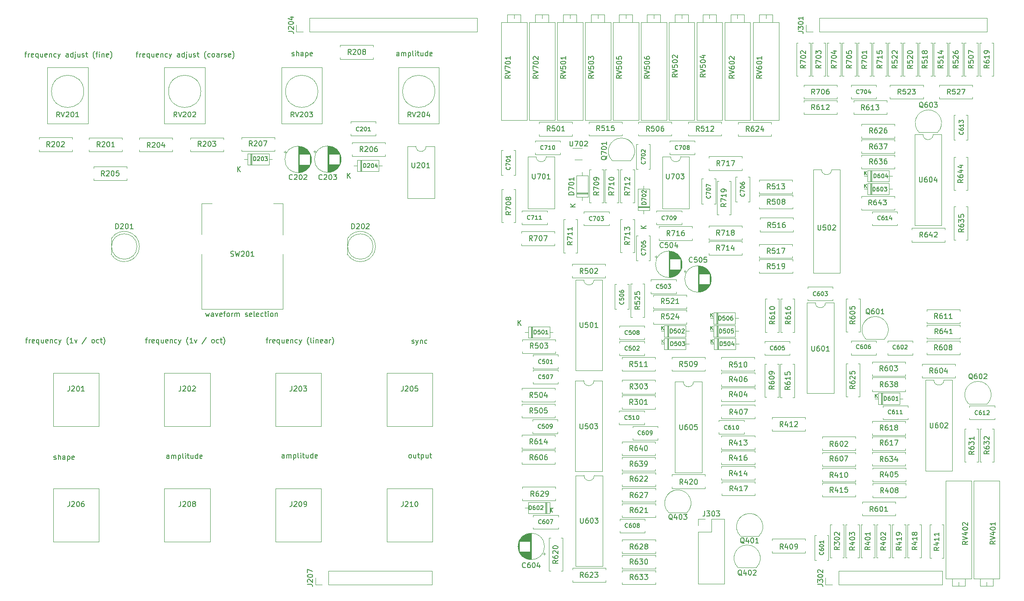
<source format=gbr>
%TF.GenerationSoftware,KiCad,Pcbnew,(5.1.7-0-10_14)*%
%TF.CreationDate,2021-04-20T14:35:29-04:00*%
%TF.ProjectId,Oscillator,4f736369-6c6c-4617-946f-722e6b696361,rev?*%
%TF.SameCoordinates,Original*%
%TF.FileFunction,Legend,Top*%
%TF.FilePolarity,Positive*%
%FSLAX46Y46*%
G04 Gerber Fmt 4.6, Leading zero omitted, Abs format (unit mm)*
G04 Created by KiCad (PCBNEW (5.1.7-0-10_14)) date 2021-04-20 14:35:29*
%MOMM*%
%LPD*%
G01*
G04 APERTURE LIST*
%ADD10C,0.150000*%
%ADD11C,0.120000*%
%ADD12C,0.125000*%
G04 APERTURE END LIST*
D10*
X150250000Y-117702380D02*
X150154761Y-117654761D01*
X150107142Y-117607142D01*
X150059523Y-117511904D01*
X150059523Y-117226190D01*
X150107142Y-117130952D01*
X150154761Y-117083333D01*
X150250000Y-117035714D01*
X150392857Y-117035714D01*
X150488095Y-117083333D01*
X150535714Y-117130952D01*
X150583333Y-117226190D01*
X150583333Y-117511904D01*
X150535714Y-117607142D01*
X150488095Y-117654761D01*
X150392857Y-117702380D01*
X150250000Y-117702380D01*
X151440476Y-117035714D02*
X151440476Y-117702380D01*
X151011904Y-117035714D02*
X151011904Y-117559523D01*
X151059523Y-117654761D01*
X151154761Y-117702380D01*
X151297619Y-117702380D01*
X151392857Y-117654761D01*
X151440476Y-117607142D01*
X151773809Y-117035714D02*
X152154761Y-117035714D01*
X151916666Y-116702380D02*
X151916666Y-117559523D01*
X151964285Y-117654761D01*
X152059523Y-117702380D01*
X152154761Y-117702380D01*
X152488095Y-117035714D02*
X152488095Y-118035714D01*
X152488095Y-117083333D02*
X152583333Y-117035714D01*
X152773809Y-117035714D01*
X152869047Y-117083333D01*
X152916666Y-117130952D01*
X152964285Y-117226190D01*
X152964285Y-117511904D01*
X152916666Y-117607142D01*
X152869047Y-117654761D01*
X152773809Y-117702380D01*
X152583333Y-117702380D01*
X152488095Y-117654761D01*
X153821428Y-117035714D02*
X153821428Y-117702380D01*
X153392857Y-117035714D02*
X153392857Y-117559523D01*
X153440476Y-117654761D01*
X153535714Y-117702380D01*
X153678571Y-117702380D01*
X153773809Y-117654761D01*
X153821428Y-117607142D01*
X154154761Y-117035714D02*
X154535714Y-117035714D01*
X154297619Y-116702380D02*
X154297619Y-117559523D01*
X154345238Y-117654761D01*
X154440476Y-117702380D01*
X154535714Y-117702380D01*
X125526190Y-117702380D02*
X125526190Y-117178571D01*
X125478571Y-117083333D01*
X125383333Y-117035714D01*
X125192857Y-117035714D01*
X125097619Y-117083333D01*
X125526190Y-117654761D02*
X125430952Y-117702380D01*
X125192857Y-117702380D01*
X125097619Y-117654761D01*
X125050000Y-117559523D01*
X125050000Y-117464285D01*
X125097619Y-117369047D01*
X125192857Y-117321428D01*
X125430952Y-117321428D01*
X125526190Y-117273809D01*
X126002380Y-117702380D02*
X126002380Y-117035714D01*
X126002380Y-117130952D02*
X126050000Y-117083333D01*
X126145238Y-117035714D01*
X126288095Y-117035714D01*
X126383333Y-117083333D01*
X126430952Y-117178571D01*
X126430952Y-117702380D01*
X126430952Y-117178571D02*
X126478571Y-117083333D01*
X126573809Y-117035714D01*
X126716666Y-117035714D01*
X126811904Y-117083333D01*
X126859523Y-117178571D01*
X126859523Y-117702380D01*
X127335714Y-117035714D02*
X127335714Y-118035714D01*
X127335714Y-117083333D02*
X127430952Y-117035714D01*
X127621428Y-117035714D01*
X127716666Y-117083333D01*
X127764285Y-117130952D01*
X127811904Y-117226190D01*
X127811904Y-117511904D01*
X127764285Y-117607142D01*
X127716666Y-117654761D01*
X127621428Y-117702380D01*
X127430952Y-117702380D01*
X127335714Y-117654761D01*
X128383333Y-117702380D02*
X128288095Y-117654761D01*
X128240476Y-117559523D01*
X128240476Y-116702380D01*
X128764285Y-117702380D02*
X128764285Y-117035714D01*
X128764285Y-116702380D02*
X128716666Y-116750000D01*
X128764285Y-116797619D01*
X128811904Y-116750000D01*
X128764285Y-116702380D01*
X128764285Y-116797619D01*
X129097619Y-117035714D02*
X129478571Y-117035714D01*
X129240476Y-116702380D02*
X129240476Y-117559523D01*
X129288095Y-117654761D01*
X129383333Y-117702380D01*
X129478571Y-117702380D01*
X130240476Y-117035714D02*
X130240476Y-117702380D01*
X129811904Y-117035714D02*
X129811904Y-117559523D01*
X129859523Y-117654761D01*
X129954761Y-117702380D01*
X130097619Y-117702380D01*
X130192857Y-117654761D01*
X130240476Y-117607142D01*
X131145238Y-117702380D02*
X131145238Y-116702380D01*
X131145238Y-117654761D02*
X131050000Y-117702380D01*
X130859523Y-117702380D01*
X130764285Y-117654761D01*
X130716666Y-117607142D01*
X130669047Y-117511904D01*
X130669047Y-117226190D01*
X130716666Y-117130952D01*
X130764285Y-117083333D01*
X130859523Y-117035714D01*
X131050000Y-117035714D01*
X131145238Y-117083333D01*
X132002380Y-117654761D02*
X131907142Y-117702380D01*
X131716666Y-117702380D01*
X131621428Y-117654761D01*
X131573809Y-117559523D01*
X131573809Y-117178571D01*
X131621428Y-117083333D01*
X131716666Y-117035714D01*
X131907142Y-117035714D01*
X132002380Y-117083333D01*
X132050000Y-117178571D01*
X132050000Y-117273809D01*
X131573809Y-117369047D01*
X102826190Y-117802380D02*
X102826190Y-117278571D01*
X102778571Y-117183333D01*
X102683333Y-117135714D01*
X102492857Y-117135714D01*
X102397619Y-117183333D01*
X102826190Y-117754761D02*
X102730952Y-117802380D01*
X102492857Y-117802380D01*
X102397619Y-117754761D01*
X102350000Y-117659523D01*
X102350000Y-117564285D01*
X102397619Y-117469047D01*
X102492857Y-117421428D01*
X102730952Y-117421428D01*
X102826190Y-117373809D01*
X103302380Y-117802380D02*
X103302380Y-117135714D01*
X103302380Y-117230952D02*
X103350000Y-117183333D01*
X103445238Y-117135714D01*
X103588095Y-117135714D01*
X103683333Y-117183333D01*
X103730952Y-117278571D01*
X103730952Y-117802380D01*
X103730952Y-117278571D02*
X103778571Y-117183333D01*
X103873809Y-117135714D01*
X104016666Y-117135714D01*
X104111904Y-117183333D01*
X104159523Y-117278571D01*
X104159523Y-117802380D01*
X104635714Y-117135714D02*
X104635714Y-118135714D01*
X104635714Y-117183333D02*
X104730952Y-117135714D01*
X104921428Y-117135714D01*
X105016666Y-117183333D01*
X105064285Y-117230952D01*
X105111904Y-117326190D01*
X105111904Y-117611904D01*
X105064285Y-117707142D01*
X105016666Y-117754761D01*
X104921428Y-117802380D01*
X104730952Y-117802380D01*
X104635714Y-117754761D01*
X105683333Y-117802380D02*
X105588095Y-117754761D01*
X105540476Y-117659523D01*
X105540476Y-116802380D01*
X106064285Y-117802380D02*
X106064285Y-117135714D01*
X106064285Y-116802380D02*
X106016666Y-116850000D01*
X106064285Y-116897619D01*
X106111904Y-116850000D01*
X106064285Y-116802380D01*
X106064285Y-116897619D01*
X106397619Y-117135714D02*
X106778571Y-117135714D01*
X106540476Y-116802380D02*
X106540476Y-117659523D01*
X106588095Y-117754761D01*
X106683333Y-117802380D01*
X106778571Y-117802380D01*
X107540476Y-117135714D02*
X107540476Y-117802380D01*
X107111904Y-117135714D02*
X107111904Y-117659523D01*
X107159523Y-117754761D01*
X107254761Y-117802380D01*
X107397619Y-117802380D01*
X107492857Y-117754761D01*
X107540476Y-117707142D01*
X108445238Y-117802380D02*
X108445238Y-116802380D01*
X108445238Y-117754761D02*
X108350000Y-117802380D01*
X108159523Y-117802380D01*
X108064285Y-117754761D01*
X108016666Y-117707142D01*
X107969047Y-117611904D01*
X107969047Y-117326190D01*
X108016666Y-117230952D01*
X108064285Y-117183333D01*
X108159523Y-117135714D01*
X108350000Y-117135714D01*
X108445238Y-117183333D01*
X109302380Y-117754761D02*
X109207142Y-117802380D01*
X109016666Y-117802380D01*
X108921428Y-117754761D01*
X108873809Y-117659523D01*
X108873809Y-117278571D01*
X108921428Y-117183333D01*
X109016666Y-117135714D01*
X109207142Y-117135714D01*
X109302380Y-117183333D01*
X109350000Y-117278571D01*
X109350000Y-117373809D01*
X108873809Y-117469047D01*
X80150000Y-117954761D02*
X80245238Y-118002380D01*
X80435714Y-118002380D01*
X80530952Y-117954761D01*
X80578571Y-117859523D01*
X80578571Y-117811904D01*
X80530952Y-117716666D01*
X80435714Y-117669047D01*
X80292857Y-117669047D01*
X80197619Y-117621428D01*
X80150000Y-117526190D01*
X80150000Y-117478571D01*
X80197619Y-117383333D01*
X80292857Y-117335714D01*
X80435714Y-117335714D01*
X80530952Y-117383333D01*
X81007142Y-118002380D02*
X81007142Y-117002380D01*
X81435714Y-118002380D02*
X81435714Y-117478571D01*
X81388095Y-117383333D01*
X81292857Y-117335714D01*
X81150000Y-117335714D01*
X81054761Y-117383333D01*
X81007142Y-117430952D01*
X82340476Y-118002380D02*
X82340476Y-117478571D01*
X82292857Y-117383333D01*
X82197619Y-117335714D01*
X82007142Y-117335714D01*
X81911904Y-117383333D01*
X82340476Y-117954761D02*
X82245238Y-118002380D01*
X82007142Y-118002380D01*
X81911904Y-117954761D01*
X81864285Y-117859523D01*
X81864285Y-117764285D01*
X81911904Y-117669047D01*
X82007142Y-117621428D01*
X82245238Y-117621428D01*
X82340476Y-117573809D01*
X82816666Y-117335714D02*
X82816666Y-118335714D01*
X82816666Y-117383333D02*
X82911904Y-117335714D01*
X83102380Y-117335714D01*
X83197619Y-117383333D01*
X83245238Y-117430952D01*
X83292857Y-117526190D01*
X83292857Y-117811904D01*
X83245238Y-117907142D01*
X83197619Y-117954761D01*
X83102380Y-118002380D01*
X82911904Y-118002380D01*
X82816666Y-117954761D01*
X84102380Y-117954761D02*
X84007142Y-118002380D01*
X83816666Y-118002380D01*
X83721428Y-117954761D01*
X83673809Y-117859523D01*
X83673809Y-117478571D01*
X83721428Y-117383333D01*
X83816666Y-117335714D01*
X84007142Y-117335714D01*
X84102380Y-117383333D01*
X84150000Y-117478571D01*
X84150000Y-117573809D01*
X83673809Y-117669047D01*
X150673809Y-95054761D02*
X150769047Y-95102380D01*
X150959523Y-95102380D01*
X151054761Y-95054761D01*
X151102380Y-94959523D01*
X151102380Y-94911904D01*
X151054761Y-94816666D01*
X150959523Y-94769047D01*
X150816666Y-94769047D01*
X150721428Y-94721428D01*
X150673809Y-94626190D01*
X150673809Y-94578571D01*
X150721428Y-94483333D01*
X150816666Y-94435714D01*
X150959523Y-94435714D01*
X151054761Y-94483333D01*
X151435714Y-94435714D02*
X151673809Y-95102380D01*
X151911904Y-94435714D02*
X151673809Y-95102380D01*
X151578571Y-95340476D01*
X151530952Y-95388095D01*
X151435714Y-95435714D01*
X152292857Y-94435714D02*
X152292857Y-95102380D01*
X152292857Y-94530952D02*
X152340476Y-94483333D01*
X152435714Y-94435714D01*
X152578571Y-94435714D01*
X152673809Y-94483333D01*
X152721428Y-94578571D01*
X152721428Y-95102380D01*
X153626190Y-95054761D02*
X153530952Y-95102380D01*
X153340476Y-95102380D01*
X153245238Y-95054761D01*
X153197619Y-95007142D01*
X153150000Y-94911904D01*
X153150000Y-94626190D01*
X153197619Y-94530952D01*
X153245238Y-94483333D01*
X153340476Y-94435714D01*
X153530952Y-94435714D01*
X153626190Y-94483333D01*
X121935714Y-94335714D02*
X122316666Y-94335714D01*
X122078571Y-95002380D02*
X122078571Y-94145238D01*
X122126190Y-94050000D01*
X122221428Y-94002380D01*
X122316666Y-94002380D01*
X122650000Y-95002380D02*
X122650000Y-94335714D01*
X122650000Y-94526190D02*
X122697619Y-94430952D01*
X122745238Y-94383333D01*
X122840476Y-94335714D01*
X122935714Y-94335714D01*
X123650000Y-94954761D02*
X123554761Y-95002380D01*
X123364285Y-95002380D01*
X123269047Y-94954761D01*
X123221428Y-94859523D01*
X123221428Y-94478571D01*
X123269047Y-94383333D01*
X123364285Y-94335714D01*
X123554761Y-94335714D01*
X123650000Y-94383333D01*
X123697619Y-94478571D01*
X123697619Y-94573809D01*
X123221428Y-94669047D01*
X124554761Y-94335714D02*
X124554761Y-95335714D01*
X124554761Y-94954761D02*
X124459523Y-95002380D01*
X124269047Y-95002380D01*
X124173809Y-94954761D01*
X124126190Y-94907142D01*
X124078571Y-94811904D01*
X124078571Y-94526190D01*
X124126190Y-94430952D01*
X124173809Y-94383333D01*
X124269047Y-94335714D01*
X124459523Y-94335714D01*
X124554761Y-94383333D01*
X125459523Y-94335714D02*
X125459523Y-95002380D01*
X125030952Y-94335714D02*
X125030952Y-94859523D01*
X125078571Y-94954761D01*
X125173809Y-95002380D01*
X125316666Y-95002380D01*
X125411904Y-94954761D01*
X125459523Y-94907142D01*
X126316666Y-94954761D02*
X126221428Y-95002380D01*
X126030952Y-95002380D01*
X125935714Y-94954761D01*
X125888095Y-94859523D01*
X125888095Y-94478571D01*
X125935714Y-94383333D01*
X126030952Y-94335714D01*
X126221428Y-94335714D01*
X126316666Y-94383333D01*
X126364285Y-94478571D01*
X126364285Y-94573809D01*
X125888095Y-94669047D01*
X126792857Y-94335714D02*
X126792857Y-95002380D01*
X126792857Y-94430952D02*
X126840476Y-94383333D01*
X126935714Y-94335714D01*
X127078571Y-94335714D01*
X127173809Y-94383333D01*
X127221428Y-94478571D01*
X127221428Y-95002380D01*
X128126190Y-94954761D02*
X128030952Y-95002380D01*
X127840476Y-95002380D01*
X127745238Y-94954761D01*
X127697619Y-94907142D01*
X127650000Y-94811904D01*
X127650000Y-94526190D01*
X127697619Y-94430952D01*
X127745238Y-94383333D01*
X127840476Y-94335714D01*
X128030952Y-94335714D01*
X128126190Y-94383333D01*
X128459523Y-94335714D02*
X128697619Y-95002380D01*
X128935714Y-94335714D02*
X128697619Y-95002380D01*
X128602380Y-95240476D01*
X128554761Y-95288095D01*
X128459523Y-95335714D01*
X130364285Y-95383333D02*
X130316666Y-95335714D01*
X130221428Y-95192857D01*
X130173809Y-95097619D01*
X130126190Y-94954761D01*
X130078571Y-94716666D01*
X130078571Y-94526190D01*
X130126190Y-94288095D01*
X130173809Y-94145238D01*
X130221428Y-94050000D01*
X130316666Y-93907142D01*
X130364285Y-93859523D01*
X130888095Y-95002380D02*
X130792857Y-94954761D01*
X130745238Y-94859523D01*
X130745238Y-94002380D01*
X131269047Y-95002380D02*
X131269047Y-94335714D01*
X131269047Y-94002380D02*
X131221428Y-94050000D01*
X131269047Y-94097619D01*
X131316666Y-94050000D01*
X131269047Y-94002380D01*
X131269047Y-94097619D01*
X131745238Y-94335714D02*
X131745238Y-95002380D01*
X131745238Y-94430952D02*
X131792857Y-94383333D01*
X131888095Y-94335714D01*
X132030952Y-94335714D01*
X132126190Y-94383333D01*
X132173809Y-94478571D01*
X132173809Y-95002380D01*
X133030952Y-94954761D02*
X132935714Y-95002380D01*
X132745238Y-95002380D01*
X132650000Y-94954761D01*
X132602380Y-94859523D01*
X132602380Y-94478571D01*
X132650000Y-94383333D01*
X132745238Y-94335714D01*
X132935714Y-94335714D01*
X133030952Y-94383333D01*
X133078571Y-94478571D01*
X133078571Y-94573809D01*
X132602380Y-94669047D01*
X133935714Y-95002380D02*
X133935714Y-94478571D01*
X133888095Y-94383333D01*
X133792857Y-94335714D01*
X133602380Y-94335714D01*
X133507142Y-94383333D01*
X133935714Y-94954761D02*
X133840476Y-95002380D01*
X133602380Y-95002380D01*
X133507142Y-94954761D01*
X133459523Y-94859523D01*
X133459523Y-94764285D01*
X133507142Y-94669047D01*
X133602380Y-94621428D01*
X133840476Y-94621428D01*
X133935714Y-94573809D01*
X134411904Y-95002380D02*
X134411904Y-94335714D01*
X134411904Y-94526190D02*
X134459523Y-94430952D01*
X134507142Y-94383333D01*
X134602380Y-94335714D01*
X134697619Y-94335714D01*
X134935714Y-95383333D02*
X134983333Y-95335714D01*
X135078571Y-95192857D01*
X135126190Y-95097619D01*
X135173809Y-94954761D01*
X135221428Y-94716666D01*
X135221428Y-94526190D01*
X135173809Y-94288095D01*
X135126190Y-94145238D01*
X135078571Y-94050000D01*
X134983333Y-93907142D01*
X134935714Y-93859523D01*
X98169047Y-94335714D02*
X98550000Y-94335714D01*
X98311904Y-95002380D02*
X98311904Y-94145238D01*
X98359523Y-94050000D01*
X98454761Y-94002380D01*
X98550000Y-94002380D01*
X98883333Y-95002380D02*
X98883333Y-94335714D01*
X98883333Y-94526190D02*
X98930952Y-94430952D01*
X98978571Y-94383333D01*
X99073809Y-94335714D01*
X99169047Y-94335714D01*
X99883333Y-94954761D02*
X99788095Y-95002380D01*
X99597619Y-95002380D01*
X99502380Y-94954761D01*
X99454761Y-94859523D01*
X99454761Y-94478571D01*
X99502380Y-94383333D01*
X99597619Y-94335714D01*
X99788095Y-94335714D01*
X99883333Y-94383333D01*
X99930952Y-94478571D01*
X99930952Y-94573809D01*
X99454761Y-94669047D01*
X100788095Y-94335714D02*
X100788095Y-95335714D01*
X100788095Y-94954761D02*
X100692857Y-95002380D01*
X100502380Y-95002380D01*
X100407142Y-94954761D01*
X100359523Y-94907142D01*
X100311904Y-94811904D01*
X100311904Y-94526190D01*
X100359523Y-94430952D01*
X100407142Y-94383333D01*
X100502380Y-94335714D01*
X100692857Y-94335714D01*
X100788095Y-94383333D01*
X101692857Y-94335714D02*
X101692857Y-95002380D01*
X101264285Y-94335714D02*
X101264285Y-94859523D01*
X101311904Y-94954761D01*
X101407142Y-95002380D01*
X101550000Y-95002380D01*
X101645238Y-94954761D01*
X101692857Y-94907142D01*
X102550000Y-94954761D02*
X102454761Y-95002380D01*
X102264285Y-95002380D01*
X102169047Y-94954761D01*
X102121428Y-94859523D01*
X102121428Y-94478571D01*
X102169047Y-94383333D01*
X102264285Y-94335714D01*
X102454761Y-94335714D01*
X102550000Y-94383333D01*
X102597619Y-94478571D01*
X102597619Y-94573809D01*
X102121428Y-94669047D01*
X103026190Y-94335714D02*
X103026190Y-95002380D01*
X103026190Y-94430952D02*
X103073809Y-94383333D01*
X103169047Y-94335714D01*
X103311904Y-94335714D01*
X103407142Y-94383333D01*
X103454761Y-94478571D01*
X103454761Y-95002380D01*
X104359523Y-94954761D02*
X104264285Y-95002380D01*
X104073809Y-95002380D01*
X103978571Y-94954761D01*
X103930952Y-94907142D01*
X103883333Y-94811904D01*
X103883333Y-94526190D01*
X103930952Y-94430952D01*
X103978571Y-94383333D01*
X104073809Y-94335714D01*
X104264285Y-94335714D01*
X104359523Y-94383333D01*
X104692857Y-94335714D02*
X104930952Y-95002380D01*
X105169047Y-94335714D02*
X104930952Y-95002380D01*
X104835714Y-95240476D01*
X104788095Y-95288095D01*
X104692857Y-95335714D01*
X106597619Y-95383333D02*
X106550000Y-95335714D01*
X106454761Y-95192857D01*
X106407142Y-95097619D01*
X106359523Y-94954761D01*
X106311904Y-94716666D01*
X106311904Y-94526190D01*
X106359523Y-94288095D01*
X106407142Y-94145238D01*
X106454761Y-94050000D01*
X106550000Y-93907142D01*
X106597619Y-93859523D01*
X107502380Y-95002380D02*
X106930952Y-95002380D01*
X107216666Y-95002380D02*
X107216666Y-94002380D01*
X107121428Y-94145238D01*
X107026190Y-94240476D01*
X106930952Y-94288095D01*
X107835714Y-94335714D02*
X108073809Y-95002380D01*
X108311904Y-94335714D01*
X110169047Y-93954761D02*
X109311904Y-95240476D01*
X111407142Y-95002380D02*
X111311904Y-94954761D01*
X111264285Y-94907142D01*
X111216666Y-94811904D01*
X111216666Y-94526190D01*
X111264285Y-94430952D01*
X111311904Y-94383333D01*
X111407142Y-94335714D01*
X111550000Y-94335714D01*
X111645238Y-94383333D01*
X111692857Y-94430952D01*
X111740476Y-94526190D01*
X111740476Y-94811904D01*
X111692857Y-94907142D01*
X111645238Y-94954761D01*
X111550000Y-95002380D01*
X111407142Y-95002380D01*
X112597619Y-94954761D02*
X112502380Y-95002380D01*
X112311904Y-95002380D01*
X112216666Y-94954761D01*
X112169047Y-94907142D01*
X112121428Y-94811904D01*
X112121428Y-94526190D01*
X112169047Y-94430952D01*
X112216666Y-94383333D01*
X112311904Y-94335714D01*
X112502380Y-94335714D01*
X112597619Y-94383333D01*
X112883333Y-94335714D02*
X113264285Y-94335714D01*
X113026190Y-94002380D02*
X113026190Y-94859523D01*
X113073809Y-94954761D01*
X113169047Y-95002380D01*
X113264285Y-95002380D01*
X113502380Y-95383333D02*
X113550000Y-95335714D01*
X113645238Y-95192857D01*
X113692857Y-95097619D01*
X113740476Y-94954761D01*
X113788095Y-94716666D01*
X113788095Y-94526190D01*
X113740476Y-94288095D01*
X113692857Y-94145238D01*
X113645238Y-94050000D01*
X113550000Y-93907142D01*
X113502380Y-93859523D01*
X74569047Y-94335714D02*
X74950000Y-94335714D01*
X74711904Y-95002380D02*
X74711904Y-94145238D01*
X74759523Y-94050000D01*
X74854761Y-94002380D01*
X74950000Y-94002380D01*
X75283333Y-95002380D02*
X75283333Y-94335714D01*
X75283333Y-94526190D02*
X75330952Y-94430952D01*
X75378571Y-94383333D01*
X75473809Y-94335714D01*
X75569047Y-94335714D01*
X76283333Y-94954761D02*
X76188095Y-95002380D01*
X75997619Y-95002380D01*
X75902380Y-94954761D01*
X75854761Y-94859523D01*
X75854761Y-94478571D01*
X75902380Y-94383333D01*
X75997619Y-94335714D01*
X76188095Y-94335714D01*
X76283333Y-94383333D01*
X76330952Y-94478571D01*
X76330952Y-94573809D01*
X75854761Y-94669047D01*
X77188095Y-94335714D02*
X77188095Y-95335714D01*
X77188095Y-94954761D02*
X77092857Y-95002380D01*
X76902380Y-95002380D01*
X76807142Y-94954761D01*
X76759523Y-94907142D01*
X76711904Y-94811904D01*
X76711904Y-94526190D01*
X76759523Y-94430952D01*
X76807142Y-94383333D01*
X76902380Y-94335714D01*
X77092857Y-94335714D01*
X77188095Y-94383333D01*
X78092857Y-94335714D02*
X78092857Y-95002380D01*
X77664285Y-94335714D02*
X77664285Y-94859523D01*
X77711904Y-94954761D01*
X77807142Y-95002380D01*
X77950000Y-95002380D01*
X78045238Y-94954761D01*
X78092857Y-94907142D01*
X78950000Y-94954761D02*
X78854761Y-95002380D01*
X78664285Y-95002380D01*
X78569047Y-94954761D01*
X78521428Y-94859523D01*
X78521428Y-94478571D01*
X78569047Y-94383333D01*
X78664285Y-94335714D01*
X78854761Y-94335714D01*
X78950000Y-94383333D01*
X78997619Y-94478571D01*
X78997619Y-94573809D01*
X78521428Y-94669047D01*
X79426190Y-94335714D02*
X79426190Y-95002380D01*
X79426190Y-94430952D02*
X79473809Y-94383333D01*
X79569047Y-94335714D01*
X79711904Y-94335714D01*
X79807142Y-94383333D01*
X79854761Y-94478571D01*
X79854761Y-95002380D01*
X80759523Y-94954761D02*
X80664285Y-95002380D01*
X80473809Y-95002380D01*
X80378571Y-94954761D01*
X80330952Y-94907142D01*
X80283333Y-94811904D01*
X80283333Y-94526190D01*
X80330952Y-94430952D01*
X80378571Y-94383333D01*
X80473809Y-94335714D01*
X80664285Y-94335714D01*
X80759523Y-94383333D01*
X81092857Y-94335714D02*
X81330952Y-95002380D01*
X81569047Y-94335714D02*
X81330952Y-95002380D01*
X81235714Y-95240476D01*
X81188095Y-95288095D01*
X81092857Y-95335714D01*
X82997619Y-95383333D02*
X82950000Y-95335714D01*
X82854761Y-95192857D01*
X82807142Y-95097619D01*
X82759523Y-94954761D01*
X82711904Y-94716666D01*
X82711904Y-94526190D01*
X82759523Y-94288095D01*
X82807142Y-94145238D01*
X82854761Y-94050000D01*
X82950000Y-93907142D01*
X82997619Y-93859523D01*
X83902380Y-95002380D02*
X83330952Y-95002380D01*
X83616666Y-95002380D02*
X83616666Y-94002380D01*
X83521428Y-94145238D01*
X83426190Y-94240476D01*
X83330952Y-94288095D01*
X84235714Y-94335714D02*
X84473809Y-95002380D01*
X84711904Y-94335714D01*
X86569047Y-93954761D02*
X85711904Y-95240476D01*
X87807142Y-95002380D02*
X87711904Y-94954761D01*
X87664285Y-94907142D01*
X87616666Y-94811904D01*
X87616666Y-94526190D01*
X87664285Y-94430952D01*
X87711904Y-94383333D01*
X87807142Y-94335714D01*
X87950000Y-94335714D01*
X88045238Y-94383333D01*
X88092857Y-94430952D01*
X88140476Y-94526190D01*
X88140476Y-94811904D01*
X88092857Y-94907142D01*
X88045238Y-94954761D01*
X87950000Y-95002380D01*
X87807142Y-95002380D01*
X88997619Y-94954761D02*
X88902380Y-95002380D01*
X88711904Y-95002380D01*
X88616666Y-94954761D01*
X88569047Y-94907142D01*
X88521428Y-94811904D01*
X88521428Y-94526190D01*
X88569047Y-94430952D01*
X88616666Y-94383333D01*
X88711904Y-94335714D01*
X88902380Y-94335714D01*
X88997619Y-94383333D01*
X89283333Y-94335714D02*
X89664285Y-94335714D01*
X89426190Y-94002380D02*
X89426190Y-94859523D01*
X89473809Y-94954761D01*
X89569047Y-95002380D01*
X89664285Y-95002380D01*
X89902380Y-95383333D02*
X89950000Y-95335714D01*
X90045238Y-95192857D01*
X90092857Y-95097619D01*
X90140476Y-94954761D01*
X90188095Y-94716666D01*
X90188095Y-94526190D01*
X90140476Y-94288095D01*
X90092857Y-94145238D01*
X90045238Y-94050000D01*
X89950000Y-93907142D01*
X89902380Y-93859523D01*
X110030952Y-89135714D02*
X110221428Y-89802380D01*
X110411904Y-89326190D01*
X110602380Y-89802380D01*
X110792857Y-89135714D01*
X111602380Y-89802380D02*
X111602380Y-89278571D01*
X111554761Y-89183333D01*
X111459523Y-89135714D01*
X111269047Y-89135714D01*
X111173809Y-89183333D01*
X111602380Y-89754761D02*
X111507142Y-89802380D01*
X111269047Y-89802380D01*
X111173809Y-89754761D01*
X111126190Y-89659523D01*
X111126190Y-89564285D01*
X111173809Y-89469047D01*
X111269047Y-89421428D01*
X111507142Y-89421428D01*
X111602380Y-89373809D01*
X111983333Y-89135714D02*
X112221428Y-89802380D01*
X112459523Y-89135714D01*
X113221428Y-89754761D02*
X113126190Y-89802380D01*
X112935714Y-89802380D01*
X112840476Y-89754761D01*
X112792857Y-89659523D01*
X112792857Y-89278571D01*
X112840476Y-89183333D01*
X112935714Y-89135714D01*
X113126190Y-89135714D01*
X113221428Y-89183333D01*
X113269047Y-89278571D01*
X113269047Y-89373809D01*
X112792857Y-89469047D01*
X113554761Y-89135714D02*
X113935714Y-89135714D01*
X113697619Y-89802380D02*
X113697619Y-88945238D01*
X113745238Y-88850000D01*
X113840476Y-88802380D01*
X113935714Y-88802380D01*
X114411904Y-89802380D02*
X114316666Y-89754761D01*
X114269047Y-89707142D01*
X114221428Y-89611904D01*
X114221428Y-89326190D01*
X114269047Y-89230952D01*
X114316666Y-89183333D01*
X114411904Y-89135714D01*
X114554761Y-89135714D01*
X114650000Y-89183333D01*
X114697619Y-89230952D01*
X114745238Y-89326190D01*
X114745238Y-89611904D01*
X114697619Y-89707142D01*
X114650000Y-89754761D01*
X114554761Y-89802380D01*
X114411904Y-89802380D01*
X115173809Y-89802380D02*
X115173809Y-89135714D01*
X115173809Y-89326190D02*
X115221428Y-89230952D01*
X115269047Y-89183333D01*
X115364285Y-89135714D01*
X115459523Y-89135714D01*
X115792857Y-89802380D02*
X115792857Y-89135714D01*
X115792857Y-89230952D02*
X115840476Y-89183333D01*
X115935714Y-89135714D01*
X116078571Y-89135714D01*
X116173809Y-89183333D01*
X116221428Y-89278571D01*
X116221428Y-89802380D01*
X116221428Y-89278571D02*
X116269047Y-89183333D01*
X116364285Y-89135714D01*
X116507142Y-89135714D01*
X116602380Y-89183333D01*
X116650000Y-89278571D01*
X116650000Y-89802380D01*
X117840476Y-89754761D02*
X117935714Y-89802380D01*
X118126190Y-89802380D01*
X118221428Y-89754761D01*
X118269047Y-89659523D01*
X118269047Y-89611904D01*
X118221428Y-89516666D01*
X118126190Y-89469047D01*
X117983333Y-89469047D01*
X117888095Y-89421428D01*
X117840476Y-89326190D01*
X117840476Y-89278571D01*
X117888095Y-89183333D01*
X117983333Y-89135714D01*
X118126190Y-89135714D01*
X118221428Y-89183333D01*
X119078571Y-89754761D02*
X118983333Y-89802380D01*
X118792857Y-89802380D01*
X118697619Y-89754761D01*
X118650000Y-89659523D01*
X118650000Y-89278571D01*
X118697619Y-89183333D01*
X118792857Y-89135714D01*
X118983333Y-89135714D01*
X119078571Y-89183333D01*
X119126190Y-89278571D01*
X119126190Y-89373809D01*
X118650000Y-89469047D01*
X119697619Y-89802380D02*
X119602380Y-89754761D01*
X119554761Y-89659523D01*
X119554761Y-88802380D01*
X120459523Y-89754761D02*
X120364285Y-89802380D01*
X120173809Y-89802380D01*
X120078571Y-89754761D01*
X120030952Y-89659523D01*
X120030952Y-89278571D01*
X120078571Y-89183333D01*
X120173809Y-89135714D01*
X120364285Y-89135714D01*
X120459523Y-89183333D01*
X120507142Y-89278571D01*
X120507142Y-89373809D01*
X120030952Y-89469047D01*
X121364285Y-89754761D02*
X121269047Y-89802380D01*
X121078571Y-89802380D01*
X120983333Y-89754761D01*
X120935714Y-89707142D01*
X120888095Y-89611904D01*
X120888095Y-89326190D01*
X120935714Y-89230952D01*
X120983333Y-89183333D01*
X121078571Y-89135714D01*
X121269047Y-89135714D01*
X121364285Y-89183333D01*
X121650000Y-89135714D02*
X122030952Y-89135714D01*
X121792857Y-88802380D02*
X121792857Y-89659523D01*
X121840476Y-89754761D01*
X121935714Y-89802380D01*
X122030952Y-89802380D01*
X122364285Y-89802380D02*
X122364285Y-89135714D01*
X122364285Y-88802380D02*
X122316666Y-88850000D01*
X122364285Y-88897619D01*
X122411904Y-88850000D01*
X122364285Y-88802380D01*
X122364285Y-88897619D01*
X122983333Y-89802380D02*
X122888095Y-89754761D01*
X122840476Y-89707142D01*
X122792857Y-89611904D01*
X122792857Y-89326190D01*
X122840476Y-89230952D01*
X122888095Y-89183333D01*
X122983333Y-89135714D01*
X123126190Y-89135714D01*
X123221428Y-89183333D01*
X123269047Y-89230952D01*
X123316666Y-89326190D01*
X123316666Y-89611904D01*
X123269047Y-89707142D01*
X123221428Y-89754761D01*
X123126190Y-89802380D01*
X122983333Y-89802380D01*
X123745238Y-89135714D02*
X123745238Y-89802380D01*
X123745238Y-89230952D02*
X123792857Y-89183333D01*
X123888095Y-89135714D01*
X124030952Y-89135714D01*
X124126190Y-89183333D01*
X124173809Y-89278571D01*
X124173809Y-89802380D01*
X148126190Y-38402380D02*
X148126190Y-37878571D01*
X148078571Y-37783333D01*
X147983333Y-37735714D01*
X147792857Y-37735714D01*
X147697619Y-37783333D01*
X148126190Y-38354761D02*
X148030952Y-38402380D01*
X147792857Y-38402380D01*
X147697619Y-38354761D01*
X147650000Y-38259523D01*
X147650000Y-38164285D01*
X147697619Y-38069047D01*
X147792857Y-38021428D01*
X148030952Y-38021428D01*
X148126190Y-37973809D01*
X148602380Y-38402380D02*
X148602380Y-37735714D01*
X148602380Y-37830952D02*
X148650000Y-37783333D01*
X148745238Y-37735714D01*
X148888095Y-37735714D01*
X148983333Y-37783333D01*
X149030952Y-37878571D01*
X149030952Y-38402380D01*
X149030952Y-37878571D02*
X149078571Y-37783333D01*
X149173809Y-37735714D01*
X149316666Y-37735714D01*
X149411904Y-37783333D01*
X149459523Y-37878571D01*
X149459523Y-38402380D01*
X149935714Y-37735714D02*
X149935714Y-38735714D01*
X149935714Y-37783333D02*
X150030952Y-37735714D01*
X150221428Y-37735714D01*
X150316666Y-37783333D01*
X150364285Y-37830952D01*
X150411904Y-37926190D01*
X150411904Y-38211904D01*
X150364285Y-38307142D01*
X150316666Y-38354761D01*
X150221428Y-38402380D01*
X150030952Y-38402380D01*
X149935714Y-38354761D01*
X150983333Y-38402380D02*
X150888095Y-38354761D01*
X150840476Y-38259523D01*
X150840476Y-37402380D01*
X151364285Y-38402380D02*
X151364285Y-37735714D01*
X151364285Y-37402380D02*
X151316666Y-37450000D01*
X151364285Y-37497619D01*
X151411904Y-37450000D01*
X151364285Y-37402380D01*
X151364285Y-37497619D01*
X151697619Y-37735714D02*
X152078571Y-37735714D01*
X151840476Y-37402380D02*
X151840476Y-38259523D01*
X151888095Y-38354761D01*
X151983333Y-38402380D01*
X152078571Y-38402380D01*
X152840476Y-37735714D02*
X152840476Y-38402380D01*
X152411904Y-37735714D02*
X152411904Y-38259523D01*
X152459523Y-38354761D01*
X152554761Y-38402380D01*
X152697619Y-38402380D01*
X152792857Y-38354761D01*
X152840476Y-38307142D01*
X153745238Y-38402380D02*
X153745238Y-37402380D01*
X153745238Y-38354761D02*
X153650000Y-38402380D01*
X153459523Y-38402380D01*
X153364285Y-38354761D01*
X153316666Y-38307142D01*
X153269047Y-38211904D01*
X153269047Y-37926190D01*
X153316666Y-37830952D01*
X153364285Y-37783333D01*
X153459523Y-37735714D01*
X153650000Y-37735714D01*
X153745238Y-37783333D01*
X154602380Y-38354761D02*
X154507142Y-38402380D01*
X154316666Y-38402380D01*
X154221428Y-38354761D01*
X154173809Y-38259523D01*
X154173809Y-37878571D01*
X154221428Y-37783333D01*
X154316666Y-37735714D01*
X154507142Y-37735714D01*
X154602380Y-37783333D01*
X154650000Y-37878571D01*
X154650000Y-37973809D01*
X154173809Y-38069047D01*
X127050000Y-38354761D02*
X127145238Y-38402380D01*
X127335714Y-38402380D01*
X127430952Y-38354761D01*
X127478571Y-38259523D01*
X127478571Y-38211904D01*
X127430952Y-38116666D01*
X127335714Y-38069047D01*
X127192857Y-38069047D01*
X127097619Y-38021428D01*
X127050000Y-37926190D01*
X127050000Y-37878571D01*
X127097619Y-37783333D01*
X127192857Y-37735714D01*
X127335714Y-37735714D01*
X127430952Y-37783333D01*
X127907142Y-38402380D02*
X127907142Y-37402380D01*
X128335714Y-38402380D02*
X128335714Y-37878571D01*
X128288095Y-37783333D01*
X128192857Y-37735714D01*
X128050000Y-37735714D01*
X127954761Y-37783333D01*
X127907142Y-37830952D01*
X129240476Y-38402380D02*
X129240476Y-37878571D01*
X129192857Y-37783333D01*
X129097619Y-37735714D01*
X128907142Y-37735714D01*
X128811904Y-37783333D01*
X129240476Y-38354761D02*
X129145238Y-38402380D01*
X128907142Y-38402380D01*
X128811904Y-38354761D01*
X128764285Y-38259523D01*
X128764285Y-38164285D01*
X128811904Y-38069047D01*
X128907142Y-38021428D01*
X129145238Y-38021428D01*
X129240476Y-37973809D01*
X129716666Y-37735714D02*
X129716666Y-38735714D01*
X129716666Y-37783333D02*
X129811904Y-37735714D01*
X130002380Y-37735714D01*
X130097619Y-37783333D01*
X130145238Y-37830952D01*
X130192857Y-37926190D01*
X130192857Y-38211904D01*
X130145238Y-38307142D01*
X130097619Y-38354761D01*
X130002380Y-38402380D01*
X129811904Y-38402380D01*
X129716666Y-38354761D01*
X131002380Y-38354761D02*
X130907142Y-38402380D01*
X130716666Y-38402380D01*
X130621428Y-38354761D01*
X130573809Y-38259523D01*
X130573809Y-37878571D01*
X130621428Y-37783333D01*
X130716666Y-37735714D01*
X130907142Y-37735714D01*
X131002380Y-37783333D01*
X131050000Y-37878571D01*
X131050000Y-37973809D01*
X130573809Y-38069047D01*
X96335714Y-37935714D02*
X96716666Y-37935714D01*
X96478571Y-38602380D02*
X96478571Y-37745238D01*
X96526190Y-37650000D01*
X96621428Y-37602380D01*
X96716666Y-37602380D01*
X97050000Y-38602380D02*
X97050000Y-37935714D01*
X97050000Y-38126190D02*
X97097619Y-38030952D01*
X97145238Y-37983333D01*
X97240476Y-37935714D01*
X97335714Y-37935714D01*
X98050000Y-38554761D02*
X97954761Y-38602380D01*
X97764285Y-38602380D01*
X97669047Y-38554761D01*
X97621428Y-38459523D01*
X97621428Y-38078571D01*
X97669047Y-37983333D01*
X97764285Y-37935714D01*
X97954761Y-37935714D01*
X98050000Y-37983333D01*
X98097619Y-38078571D01*
X98097619Y-38173809D01*
X97621428Y-38269047D01*
X98954761Y-37935714D02*
X98954761Y-38935714D01*
X98954761Y-38554761D02*
X98859523Y-38602380D01*
X98669047Y-38602380D01*
X98573809Y-38554761D01*
X98526190Y-38507142D01*
X98478571Y-38411904D01*
X98478571Y-38126190D01*
X98526190Y-38030952D01*
X98573809Y-37983333D01*
X98669047Y-37935714D01*
X98859523Y-37935714D01*
X98954761Y-37983333D01*
X99859523Y-37935714D02*
X99859523Y-38602380D01*
X99430952Y-37935714D02*
X99430952Y-38459523D01*
X99478571Y-38554761D01*
X99573809Y-38602380D01*
X99716666Y-38602380D01*
X99811904Y-38554761D01*
X99859523Y-38507142D01*
X100716666Y-38554761D02*
X100621428Y-38602380D01*
X100430952Y-38602380D01*
X100335714Y-38554761D01*
X100288095Y-38459523D01*
X100288095Y-38078571D01*
X100335714Y-37983333D01*
X100430952Y-37935714D01*
X100621428Y-37935714D01*
X100716666Y-37983333D01*
X100764285Y-38078571D01*
X100764285Y-38173809D01*
X100288095Y-38269047D01*
X101192857Y-37935714D02*
X101192857Y-38602380D01*
X101192857Y-38030952D02*
X101240476Y-37983333D01*
X101335714Y-37935714D01*
X101478571Y-37935714D01*
X101573809Y-37983333D01*
X101621428Y-38078571D01*
X101621428Y-38602380D01*
X102526190Y-38554761D02*
X102430952Y-38602380D01*
X102240476Y-38602380D01*
X102145238Y-38554761D01*
X102097619Y-38507142D01*
X102050000Y-38411904D01*
X102050000Y-38126190D01*
X102097619Y-38030952D01*
X102145238Y-37983333D01*
X102240476Y-37935714D01*
X102430952Y-37935714D01*
X102526190Y-37983333D01*
X102859523Y-37935714D02*
X103097619Y-38602380D01*
X103335714Y-37935714D02*
X103097619Y-38602380D01*
X103002380Y-38840476D01*
X102954761Y-38888095D01*
X102859523Y-38935714D01*
X104907142Y-38602380D02*
X104907142Y-38078571D01*
X104859523Y-37983333D01*
X104764285Y-37935714D01*
X104573809Y-37935714D01*
X104478571Y-37983333D01*
X104907142Y-38554761D02*
X104811904Y-38602380D01*
X104573809Y-38602380D01*
X104478571Y-38554761D01*
X104430952Y-38459523D01*
X104430952Y-38364285D01*
X104478571Y-38269047D01*
X104573809Y-38221428D01*
X104811904Y-38221428D01*
X104907142Y-38173809D01*
X105811904Y-38602380D02*
X105811904Y-37602380D01*
X105811904Y-38554761D02*
X105716666Y-38602380D01*
X105526190Y-38602380D01*
X105430952Y-38554761D01*
X105383333Y-38507142D01*
X105335714Y-38411904D01*
X105335714Y-38126190D01*
X105383333Y-38030952D01*
X105430952Y-37983333D01*
X105526190Y-37935714D01*
X105716666Y-37935714D01*
X105811904Y-37983333D01*
X106288095Y-37935714D02*
X106288095Y-38792857D01*
X106240476Y-38888095D01*
X106145238Y-38935714D01*
X106097619Y-38935714D01*
X106288095Y-37602380D02*
X106240476Y-37650000D01*
X106288095Y-37697619D01*
X106335714Y-37650000D01*
X106288095Y-37602380D01*
X106288095Y-37697619D01*
X107192857Y-37935714D02*
X107192857Y-38602380D01*
X106764285Y-37935714D02*
X106764285Y-38459523D01*
X106811904Y-38554761D01*
X106907142Y-38602380D01*
X107050000Y-38602380D01*
X107145238Y-38554761D01*
X107192857Y-38507142D01*
X107621428Y-38554761D02*
X107716666Y-38602380D01*
X107907142Y-38602380D01*
X108002380Y-38554761D01*
X108050000Y-38459523D01*
X108050000Y-38411904D01*
X108002380Y-38316666D01*
X107907142Y-38269047D01*
X107764285Y-38269047D01*
X107669047Y-38221428D01*
X107621428Y-38126190D01*
X107621428Y-38078571D01*
X107669047Y-37983333D01*
X107764285Y-37935714D01*
X107907142Y-37935714D01*
X108002380Y-37983333D01*
X108335714Y-37935714D02*
X108716666Y-37935714D01*
X108478571Y-37602380D02*
X108478571Y-38459523D01*
X108526190Y-38554761D01*
X108621428Y-38602380D01*
X108716666Y-38602380D01*
X110097619Y-38983333D02*
X110050000Y-38935714D01*
X109954761Y-38792857D01*
X109907142Y-38697619D01*
X109859523Y-38554761D01*
X109811904Y-38316666D01*
X109811904Y-38126190D01*
X109859523Y-37888095D01*
X109907142Y-37745238D01*
X109954761Y-37650000D01*
X110050000Y-37507142D01*
X110097619Y-37459523D01*
X110907142Y-38554761D02*
X110811904Y-38602380D01*
X110621428Y-38602380D01*
X110526190Y-38554761D01*
X110478571Y-38507142D01*
X110430952Y-38411904D01*
X110430952Y-38126190D01*
X110478571Y-38030952D01*
X110526190Y-37983333D01*
X110621428Y-37935714D01*
X110811904Y-37935714D01*
X110907142Y-37983333D01*
X111478571Y-38602380D02*
X111383333Y-38554761D01*
X111335714Y-38507142D01*
X111288095Y-38411904D01*
X111288095Y-38126190D01*
X111335714Y-38030952D01*
X111383333Y-37983333D01*
X111478571Y-37935714D01*
X111621428Y-37935714D01*
X111716666Y-37983333D01*
X111764285Y-38030952D01*
X111811904Y-38126190D01*
X111811904Y-38411904D01*
X111764285Y-38507142D01*
X111716666Y-38554761D01*
X111621428Y-38602380D01*
X111478571Y-38602380D01*
X112669047Y-38602380D02*
X112669047Y-38078571D01*
X112621428Y-37983333D01*
X112526190Y-37935714D01*
X112335714Y-37935714D01*
X112240476Y-37983333D01*
X112669047Y-38554761D02*
X112573809Y-38602380D01*
X112335714Y-38602380D01*
X112240476Y-38554761D01*
X112192857Y-38459523D01*
X112192857Y-38364285D01*
X112240476Y-38269047D01*
X112335714Y-38221428D01*
X112573809Y-38221428D01*
X112669047Y-38173809D01*
X113145238Y-38602380D02*
X113145238Y-37935714D01*
X113145238Y-38126190D02*
X113192857Y-38030952D01*
X113240476Y-37983333D01*
X113335714Y-37935714D01*
X113430952Y-37935714D01*
X113716666Y-38554761D02*
X113811904Y-38602380D01*
X114002380Y-38602380D01*
X114097619Y-38554761D01*
X114145238Y-38459523D01*
X114145238Y-38411904D01*
X114097619Y-38316666D01*
X114002380Y-38269047D01*
X113859523Y-38269047D01*
X113764285Y-38221428D01*
X113716666Y-38126190D01*
X113716666Y-38078571D01*
X113764285Y-37983333D01*
X113859523Y-37935714D01*
X114002380Y-37935714D01*
X114097619Y-37983333D01*
X114954761Y-38554761D02*
X114859523Y-38602380D01*
X114669047Y-38602380D01*
X114573809Y-38554761D01*
X114526190Y-38459523D01*
X114526190Y-38078571D01*
X114573809Y-37983333D01*
X114669047Y-37935714D01*
X114859523Y-37935714D01*
X114954761Y-37983333D01*
X115002380Y-38078571D01*
X115002380Y-38173809D01*
X114526190Y-38269047D01*
X115335714Y-38983333D02*
X115383333Y-38935714D01*
X115478571Y-38792857D01*
X115526190Y-38697619D01*
X115573809Y-38554761D01*
X115621428Y-38316666D01*
X115621428Y-38126190D01*
X115573809Y-37888095D01*
X115526190Y-37745238D01*
X115478571Y-37650000D01*
X115383333Y-37507142D01*
X115335714Y-37459523D01*
X74407142Y-37935714D02*
X74788095Y-37935714D01*
X74550000Y-38602380D02*
X74550000Y-37745238D01*
X74597619Y-37650000D01*
X74692857Y-37602380D01*
X74788095Y-37602380D01*
X75121428Y-38602380D02*
X75121428Y-37935714D01*
X75121428Y-38126190D02*
X75169047Y-38030952D01*
X75216666Y-37983333D01*
X75311904Y-37935714D01*
X75407142Y-37935714D01*
X76121428Y-38554761D02*
X76026190Y-38602380D01*
X75835714Y-38602380D01*
X75740476Y-38554761D01*
X75692857Y-38459523D01*
X75692857Y-38078571D01*
X75740476Y-37983333D01*
X75835714Y-37935714D01*
X76026190Y-37935714D01*
X76121428Y-37983333D01*
X76169047Y-38078571D01*
X76169047Y-38173809D01*
X75692857Y-38269047D01*
X77026190Y-37935714D02*
X77026190Y-38935714D01*
X77026190Y-38554761D02*
X76930952Y-38602380D01*
X76740476Y-38602380D01*
X76645238Y-38554761D01*
X76597619Y-38507142D01*
X76550000Y-38411904D01*
X76550000Y-38126190D01*
X76597619Y-38030952D01*
X76645238Y-37983333D01*
X76740476Y-37935714D01*
X76930952Y-37935714D01*
X77026190Y-37983333D01*
X77930952Y-37935714D02*
X77930952Y-38602380D01*
X77502380Y-37935714D02*
X77502380Y-38459523D01*
X77550000Y-38554761D01*
X77645238Y-38602380D01*
X77788095Y-38602380D01*
X77883333Y-38554761D01*
X77930952Y-38507142D01*
X78788095Y-38554761D02*
X78692857Y-38602380D01*
X78502380Y-38602380D01*
X78407142Y-38554761D01*
X78359523Y-38459523D01*
X78359523Y-38078571D01*
X78407142Y-37983333D01*
X78502380Y-37935714D01*
X78692857Y-37935714D01*
X78788095Y-37983333D01*
X78835714Y-38078571D01*
X78835714Y-38173809D01*
X78359523Y-38269047D01*
X79264285Y-37935714D02*
X79264285Y-38602380D01*
X79264285Y-38030952D02*
X79311904Y-37983333D01*
X79407142Y-37935714D01*
X79550000Y-37935714D01*
X79645238Y-37983333D01*
X79692857Y-38078571D01*
X79692857Y-38602380D01*
X80597619Y-38554761D02*
X80502380Y-38602380D01*
X80311904Y-38602380D01*
X80216666Y-38554761D01*
X80169047Y-38507142D01*
X80121428Y-38411904D01*
X80121428Y-38126190D01*
X80169047Y-38030952D01*
X80216666Y-37983333D01*
X80311904Y-37935714D01*
X80502380Y-37935714D01*
X80597619Y-37983333D01*
X80930952Y-37935714D02*
X81169047Y-38602380D01*
X81407142Y-37935714D02*
X81169047Y-38602380D01*
X81073809Y-38840476D01*
X81026190Y-38888095D01*
X80930952Y-38935714D01*
X82978571Y-38602380D02*
X82978571Y-38078571D01*
X82930952Y-37983333D01*
X82835714Y-37935714D01*
X82645238Y-37935714D01*
X82550000Y-37983333D01*
X82978571Y-38554761D02*
X82883333Y-38602380D01*
X82645238Y-38602380D01*
X82550000Y-38554761D01*
X82502380Y-38459523D01*
X82502380Y-38364285D01*
X82550000Y-38269047D01*
X82645238Y-38221428D01*
X82883333Y-38221428D01*
X82978571Y-38173809D01*
X83883333Y-38602380D02*
X83883333Y-37602380D01*
X83883333Y-38554761D02*
X83788095Y-38602380D01*
X83597619Y-38602380D01*
X83502380Y-38554761D01*
X83454761Y-38507142D01*
X83407142Y-38411904D01*
X83407142Y-38126190D01*
X83454761Y-38030952D01*
X83502380Y-37983333D01*
X83597619Y-37935714D01*
X83788095Y-37935714D01*
X83883333Y-37983333D01*
X84359523Y-37935714D02*
X84359523Y-38792857D01*
X84311904Y-38888095D01*
X84216666Y-38935714D01*
X84169047Y-38935714D01*
X84359523Y-37602380D02*
X84311904Y-37650000D01*
X84359523Y-37697619D01*
X84407142Y-37650000D01*
X84359523Y-37602380D01*
X84359523Y-37697619D01*
X85264285Y-37935714D02*
X85264285Y-38602380D01*
X84835714Y-37935714D02*
X84835714Y-38459523D01*
X84883333Y-38554761D01*
X84978571Y-38602380D01*
X85121428Y-38602380D01*
X85216666Y-38554761D01*
X85264285Y-38507142D01*
X85692857Y-38554761D02*
X85788095Y-38602380D01*
X85978571Y-38602380D01*
X86073809Y-38554761D01*
X86121428Y-38459523D01*
X86121428Y-38411904D01*
X86073809Y-38316666D01*
X85978571Y-38269047D01*
X85835714Y-38269047D01*
X85740476Y-38221428D01*
X85692857Y-38126190D01*
X85692857Y-38078571D01*
X85740476Y-37983333D01*
X85835714Y-37935714D01*
X85978571Y-37935714D01*
X86073809Y-37983333D01*
X86407142Y-37935714D02*
X86788095Y-37935714D01*
X86550000Y-37602380D02*
X86550000Y-38459523D01*
X86597619Y-38554761D01*
X86692857Y-38602380D01*
X86788095Y-38602380D01*
X88169047Y-38983333D02*
X88121428Y-38935714D01*
X88026190Y-38792857D01*
X87978571Y-38697619D01*
X87930952Y-38554761D01*
X87883333Y-38316666D01*
X87883333Y-38126190D01*
X87930952Y-37888095D01*
X87978571Y-37745238D01*
X88026190Y-37650000D01*
X88121428Y-37507142D01*
X88169047Y-37459523D01*
X88407142Y-37935714D02*
X88788095Y-37935714D01*
X88550000Y-38602380D02*
X88550000Y-37745238D01*
X88597619Y-37650000D01*
X88692857Y-37602380D01*
X88788095Y-37602380D01*
X89121428Y-38602380D02*
X89121428Y-37935714D01*
X89121428Y-37602380D02*
X89073809Y-37650000D01*
X89121428Y-37697619D01*
X89169047Y-37650000D01*
X89121428Y-37602380D01*
X89121428Y-37697619D01*
X89597619Y-37935714D02*
X89597619Y-38602380D01*
X89597619Y-38030952D02*
X89645238Y-37983333D01*
X89740476Y-37935714D01*
X89883333Y-37935714D01*
X89978571Y-37983333D01*
X90026190Y-38078571D01*
X90026190Y-38602380D01*
X90883333Y-38554761D02*
X90788095Y-38602380D01*
X90597619Y-38602380D01*
X90502380Y-38554761D01*
X90454761Y-38459523D01*
X90454761Y-38078571D01*
X90502380Y-37983333D01*
X90597619Y-37935714D01*
X90788095Y-37935714D01*
X90883333Y-37983333D01*
X90930952Y-38078571D01*
X90930952Y-38173809D01*
X90454761Y-38269047D01*
X91264285Y-38983333D02*
X91311904Y-38935714D01*
X91407142Y-38792857D01*
X91454761Y-38697619D01*
X91502380Y-38554761D01*
X91550000Y-38316666D01*
X91550000Y-38126190D01*
X91502380Y-37888095D01*
X91454761Y-37745238D01*
X91407142Y-37650000D01*
X91311904Y-37507142D01*
X91264285Y-37459523D01*
D11*
%TO.C,RV204*%
X155180000Y-45400000D02*
G75*
G03*
X155180000Y-45400000I-3180000J0D01*
G01*
X156000000Y-40700000D02*
X156000000Y-45500000D01*
X148000000Y-40700000D02*
X156000000Y-40700000D01*
X148000000Y-45500000D02*
X148000000Y-40700000D01*
X148000000Y-51800000D02*
X148000000Y-45500000D01*
X156000000Y-51800000D02*
X148000000Y-51800000D01*
X156000000Y-45500000D02*
X156000000Y-51800000D01*
%TO.C,RV203*%
X132130000Y-45400000D02*
G75*
G03*
X132130000Y-45400000I-3180000J0D01*
G01*
X132950000Y-40700000D02*
X132950000Y-45500000D01*
X124950000Y-40700000D02*
X132950000Y-40700000D01*
X124950000Y-45500000D02*
X124950000Y-40700000D01*
X124950000Y-51800000D02*
X124950000Y-45500000D01*
X132950000Y-51800000D02*
X124950000Y-51800000D01*
X132950000Y-45500000D02*
X132950000Y-51800000D01*
%TO.C,RV202*%
X109080000Y-45400000D02*
G75*
G03*
X109080000Y-45400000I-3180000J0D01*
G01*
X109900000Y-40700000D02*
X109900000Y-45500000D01*
X101900000Y-40700000D02*
X109900000Y-40700000D01*
X101900000Y-45500000D02*
X101900000Y-40700000D01*
X101900000Y-51800000D02*
X101900000Y-45500000D01*
X109900000Y-51800000D02*
X101900000Y-51800000D01*
X109900000Y-45500000D02*
X109900000Y-51800000D01*
%TO.C,RV201*%
X86030000Y-45400000D02*
G75*
G03*
X86030000Y-45400000I-3180000J0D01*
G01*
X86850000Y-40700000D02*
X86850000Y-45500000D01*
X78850000Y-40700000D02*
X86850000Y-40700000D01*
X78850000Y-45500000D02*
X78850000Y-40700000D01*
X78850000Y-51800000D02*
X78850000Y-45500000D01*
X86850000Y-51800000D02*
X78850000Y-51800000D01*
X86850000Y-45500000D02*
X86850000Y-51800000D01*
%TO.C,J210*%
X145700000Y-134225000D02*
X154700000Y-134225000D01*
X154700000Y-134225000D02*
X154700000Y-123725000D01*
X154700000Y-123725000D02*
X145700000Y-123725000D01*
X145700000Y-123725000D02*
X145700000Y-134225000D01*
%TO.C,J209*%
X123800000Y-134225000D02*
X132800000Y-134225000D01*
X132800000Y-134225000D02*
X132800000Y-123725000D01*
X132800000Y-123725000D02*
X123800000Y-123725000D01*
X123800000Y-123725000D02*
X123800000Y-134225000D01*
%TO.C,J208*%
X101900000Y-134225000D02*
X110900000Y-134225000D01*
X110900000Y-134225000D02*
X110900000Y-123725000D01*
X110900000Y-123725000D02*
X101900000Y-123725000D01*
X101900000Y-123725000D02*
X101900000Y-134225000D01*
%TO.C,J206*%
X80000000Y-134225000D02*
X89000000Y-134225000D01*
X89000000Y-134225000D02*
X89000000Y-123725000D01*
X89000000Y-123725000D02*
X80000000Y-123725000D01*
X80000000Y-123725000D02*
X80000000Y-134225000D01*
%TO.C,J205*%
X145700000Y-111475000D02*
X154700000Y-111475000D01*
X154700000Y-111475000D02*
X154700000Y-100975000D01*
X154700000Y-100975000D02*
X145700000Y-100975000D01*
X145700000Y-100975000D02*
X145700000Y-111475000D01*
%TO.C,J203*%
X123800000Y-111475000D02*
X132800000Y-111475000D01*
X132800000Y-111475000D02*
X132800000Y-100975000D01*
X132800000Y-100975000D02*
X123800000Y-100975000D01*
X123800000Y-100975000D02*
X123800000Y-111475000D01*
%TO.C,J202*%
X101900000Y-111475000D02*
X110900000Y-111475000D01*
X110900000Y-111475000D02*
X110900000Y-100975000D01*
X110900000Y-100975000D02*
X101900000Y-100975000D01*
X101900000Y-100975000D02*
X101900000Y-111475000D01*
%TO.C,J201*%
X80000000Y-111475000D02*
X89000000Y-111475000D01*
X89000000Y-111475000D02*
X89000000Y-100975000D01*
X89000000Y-100975000D02*
X80000000Y-100975000D01*
X80000000Y-100975000D02*
X80000000Y-111475000D01*
%TO.C,SW201*%
X125250000Y-88300000D02*
X125250000Y-77500000D01*
X109250000Y-88300000D02*
X125250000Y-88300000D01*
X109250000Y-88300000D02*
X109250000Y-77500000D01*
X123350000Y-67500000D02*
X125250000Y-67500000D01*
X125250000Y-73700000D02*
X125250000Y-67500000D01*
X111150000Y-67500000D02*
X111250000Y-67500000D01*
X109250000Y-67500000D02*
X111150000Y-67500000D01*
X109250000Y-73600000D02*
X109250000Y-67500000D01*
%TO.C,J303*%
X207020000Y-142540000D02*
X212220000Y-142540000D01*
X207020000Y-132320000D02*
X207020000Y-142540000D01*
X212220000Y-129720000D02*
X212220000Y-142540000D01*
X207020000Y-132320000D02*
X209620000Y-132320000D01*
X209620000Y-132320000D02*
X209620000Y-129720000D01*
X209620000Y-129720000D02*
X212220000Y-129720000D01*
X207020000Y-131050000D02*
X207020000Y-129720000D01*
X207020000Y-129720000D02*
X208350000Y-129720000D01*
%TO.C,J302*%
X255100000Y-142680000D02*
X255100000Y-140020000D01*
X234720000Y-142680000D02*
X255100000Y-142680000D01*
X234720000Y-140020000D02*
X255100000Y-140020000D01*
X234720000Y-142680000D02*
X234720000Y-140020000D01*
X233450000Y-142680000D02*
X232120000Y-142680000D01*
X232120000Y-142680000D02*
X232120000Y-141350000D01*
%TO.C,J301*%
X263950000Y-33630000D02*
X263950000Y-30970000D01*
X230870000Y-33630000D02*
X263950000Y-33630000D01*
X230870000Y-30970000D02*
X263950000Y-30970000D01*
X230870000Y-33630000D02*
X230870000Y-30970000D01*
X229600000Y-33630000D02*
X228270000Y-33630000D01*
X228270000Y-33630000D02*
X228270000Y-32300000D01*
%TO.C,J207*%
X154625000Y-142680000D02*
X154625000Y-140020000D01*
X134245000Y-142680000D02*
X154625000Y-142680000D01*
X134245000Y-140020000D02*
X154625000Y-140020000D01*
X134245000Y-142680000D02*
X134245000Y-140020000D01*
X132975000Y-142680000D02*
X131645000Y-142680000D01*
X131645000Y-142680000D02*
X131645000Y-141350000D01*
%TO.C,J204*%
X163545000Y-33630000D02*
X163545000Y-30970000D01*
X130465000Y-33630000D02*
X163545000Y-33630000D01*
X130465000Y-30970000D02*
X163545000Y-30970000D01*
X130465000Y-33630000D02*
X130465000Y-30970000D01*
X129195000Y-33630000D02*
X127865000Y-33630000D01*
X127865000Y-33630000D02*
X127865000Y-32300000D01*
%TO.C,U703*%
X201610000Y-58270000D02*
X199960000Y-58270000D01*
X199960000Y-58270000D02*
X199960000Y-68550000D01*
X199960000Y-68550000D02*
X205260000Y-68550000D01*
X205260000Y-68550000D02*
X205260000Y-58270000D01*
X205260000Y-58270000D02*
X203610000Y-58270000D01*
X203610000Y-58270000D02*
G75*
G02*
X201610000Y-58270000I-1000000J0D01*
G01*
%TO.C,U702*%
X184170000Y-56590000D02*
X182270000Y-56590000D01*
X182770000Y-58910000D02*
X184170000Y-58910000D01*
%TO.C,U701*%
X175110000Y-58270000D02*
X173460000Y-58270000D01*
X173460000Y-58270000D02*
X173460000Y-68550000D01*
X173460000Y-68550000D02*
X178760000Y-68550000D01*
X178760000Y-68550000D02*
X178760000Y-58270000D01*
X178760000Y-58270000D02*
X177110000Y-58270000D01*
X177110000Y-58270000D02*
G75*
G02*
X175110000Y-58270000I-1000000J0D01*
G01*
%TO.C,U605*%
X204110000Y-102670000D02*
X202460000Y-102670000D01*
X202460000Y-102670000D02*
X202460000Y-120570000D01*
X202460000Y-120570000D02*
X207760000Y-120570000D01*
X207760000Y-120570000D02*
X207760000Y-102670000D01*
X207760000Y-102670000D02*
X206110000Y-102670000D01*
X206110000Y-102670000D02*
G75*
G02*
X204110000Y-102670000I-1000000J0D01*
G01*
%TO.C,U604*%
X251310000Y-53920000D02*
X249660000Y-53920000D01*
X249660000Y-53920000D02*
X249660000Y-71820000D01*
X249660000Y-71820000D02*
X254960000Y-71820000D01*
X254960000Y-71820000D02*
X254960000Y-53920000D01*
X254960000Y-53920000D02*
X253310000Y-53920000D01*
X253310000Y-53920000D02*
G75*
G02*
X251310000Y-53920000I-1000000J0D01*
G01*
%TO.C,U603*%
X184560000Y-121170000D02*
X182910000Y-121170000D01*
X182910000Y-121170000D02*
X182910000Y-139070000D01*
X182910000Y-139070000D02*
X188210000Y-139070000D01*
X188210000Y-139070000D02*
X188210000Y-121170000D01*
X188210000Y-121170000D02*
X186560000Y-121170000D01*
X186560000Y-121170000D02*
G75*
G02*
X184560000Y-121170000I-1000000J0D01*
G01*
%TO.C,U602*%
X253440000Y-102330000D02*
X251790000Y-102330000D01*
X251790000Y-102330000D02*
X251790000Y-120230000D01*
X251790000Y-120230000D02*
X257090000Y-120230000D01*
X257090000Y-120230000D02*
X257090000Y-102330000D01*
X257090000Y-102330000D02*
X255440000Y-102330000D01*
X255440000Y-102330000D02*
G75*
G02*
X253440000Y-102330000I-1000000J0D01*
G01*
%TO.C,U601*%
X230110000Y-87070000D02*
X228460000Y-87070000D01*
X228460000Y-87070000D02*
X228460000Y-104970000D01*
X228460000Y-104970000D02*
X233760000Y-104970000D01*
X233760000Y-104970000D02*
X233760000Y-87070000D01*
X233760000Y-87070000D02*
X232110000Y-87070000D01*
X232110000Y-87070000D02*
G75*
G02*
X230110000Y-87070000I-1000000J0D01*
G01*
%TO.C,U503*%
X184490000Y-102450000D02*
X182840000Y-102450000D01*
X182840000Y-102450000D02*
X182840000Y-120350000D01*
X182840000Y-120350000D02*
X188140000Y-120350000D01*
X188140000Y-120350000D02*
X188140000Y-102450000D01*
X188140000Y-102450000D02*
X186490000Y-102450000D01*
X186490000Y-102450000D02*
G75*
G02*
X184490000Y-102450000I-1000000J0D01*
G01*
%TO.C,U502*%
X231330000Y-60820000D02*
X229680000Y-60820000D01*
X229680000Y-60820000D02*
X229680000Y-81260000D01*
X229680000Y-81260000D02*
X234980000Y-81260000D01*
X234980000Y-81260000D02*
X234980000Y-60820000D01*
X234980000Y-60820000D02*
X233330000Y-60820000D01*
X233330000Y-60820000D02*
G75*
G02*
X231330000Y-60820000I-1000000J0D01*
G01*
%TO.C,U501*%
X184510000Y-82570000D02*
X182860000Y-82570000D01*
X182860000Y-82570000D02*
X182860000Y-100470000D01*
X182860000Y-100470000D02*
X188160000Y-100470000D01*
X188160000Y-100470000D02*
X188160000Y-82570000D01*
X188160000Y-82570000D02*
X186510000Y-82570000D01*
X186510000Y-82570000D02*
G75*
G02*
X184510000Y-82570000I-1000000J0D01*
G01*
%TO.C,U201*%
X151440000Y-56245000D02*
X149790000Y-56245000D01*
X149790000Y-56245000D02*
X149790000Y-66525000D01*
X149790000Y-66525000D02*
X155090000Y-66525000D01*
X155090000Y-66525000D02*
X155090000Y-56245000D01*
X155090000Y-56245000D02*
X153440000Y-56245000D01*
X153440000Y-56245000D02*
G75*
G02*
X151440000Y-56245000I-1000000J0D01*
G01*
%TO.C,RV702*%
X178805000Y-31780000D02*
X178805000Y-51070000D01*
X173735000Y-31780000D02*
X173735000Y-51070000D01*
X178805000Y-31780000D02*
X173735000Y-31780000D01*
X178805000Y-51070000D02*
X173735000Y-51070000D01*
X177569000Y-30260000D02*
X177569000Y-31779000D01*
X174970000Y-30260000D02*
X174970000Y-31779000D01*
X177569000Y-30260000D02*
X174970000Y-30260000D01*
X177569000Y-31779000D02*
X174970000Y-31779000D01*
X176270000Y-30260000D02*
X176270000Y-31019000D01*
%TO.C,RV701*%
X173305000Y-31780000D02*
X173305000Y-51070000D01*
X168235000Y-31780000D02*
X168235000Y-51070000D01*
X173305000Y-31780000D02*
X168235000Y-31780000D01*
X173305000Y-51070000D02*
X168235000Y-51070000D01*
X172069000Y-30260000D02*
X172069000Y-31779000D01*
X169470000Y-30260000D02*
X169470000Y-31779000D01*
X172069000Y-30260000D02*
X169470000Y-30260000D01*
X172069000Y-31779000D02*
X169470000Y-31779000D01*
X170770000Y-30260000D02*
X170770000Y-31019000D01*
%TO.C,RV602*%
X217305000Y-31780000D02*
X217305000Y-51070000D01*
X212235000Y-31780000D02*
X212235000Y-51070000D01*
X217305000Y-31780000D02*
X212235000Y-31780000D01*
X217305000Y-51070000D02*
X212235000Y-51070000D01*
X216069000Y-30260000D02*
X216069000Y-31779000D01*
X213470000Y-30260000D02*
X213470000Y-31779000D01*
X216069000Y-30260000D02*
X213470000Y-30260000D01*
X216069000Y-31779000D02*
X213470000Y-31779000D01*
X214770000Y-30260000D02*
X214770000Y-31019000D01*
%TO.C,RV601*%
X222905000Y-31780000D02*
X222905000Y-51070000D01*
X217835000Y-31780000D02*
X217835000Y-51070000D01*
X222905000Y-31780000D02*
X217835000Y-31780000D01*
X222905000Y-51070000D02*
X217835000Y-51070000D01*
X221669000Y-30260000D02*
X221669000Y-31779000D01*
X219070000Y-30260000D02*
X219070000Y-31779000D01*
X221669000Y-30260000D02*
X219070000Y-30260000D01*
X221669000Y-31779000D02*
X219070000Y-31779000D01*
X220370000Y-30260000D02*
X220370000Y-31019000D01*
%TO.C,RV506*%
X200805000Y-31780000D02*
X200805000Y-51070000D01*
X195735000Y-31780000D02*
X195735000Y-51070000D01*
X200805000Y-31780000D02*
X195735000Y-31780000D01*
X200805000Y-51070000D02*
X195735000Y-51070000D01*
X199569000Y-30260000D02*
X199569000Y-31779000D01*
X196970000Y-30260000D02*
X196970000Y-31779000D01*
X199569000Y-30260000D02*
X196970000Y-30260000D01*
X199569000Y-31779000D02*
X196970000Y-31779000D01*
X198270000Y-30260000D02*
X198270000Y-31019000D01*
%TO.C,RV505*%
X195305000Y-31780000D02*
X195305000Y-51070000D01*
X190235000Y-31780000D02*
X190235000Y-51070000D01*
X195305000Y-31780000D02*
X190235000Y-31780000D01*
X195305000Y-51070000D02*
X190235000Y-51070000D01*
X194069000Y-30260000D02*
X194069000Y-31779000D01*
X191470000Y-30260000D02*
X191470000Y-31779000D01*
X194069000Y-30260000D02*
X191470000Y-30260000D01*
X194069000Y-31779000D02*
X191470000Y-31779000D01*
X192770000Y-30260000D02*
X192770000Y-31019000D01*
%TO.C,RV504*%
X211805000Y-31780000D02*
X211805000Y-51070000D01*
X206735000Y-31780000D02*
X206735000Y-51070000D01*
X211805000Y-31780000D02*
X206735000Y-31780000D01*
X211805000Y-51070000D02*
X206735000Y-51070000D01*
X210569000Y-30260000D02*
X210569000Y-31779000D01*
X207970000Y-30260000D02*
X207970000Y-31779000D01*
X210569000Y-30260000D02*
X207970000Y-30260000D01*
X210569000Y-31779000D02*
X207970000Y-31779000D01*
X209270000Y-30260000D02*
X209270000Y-31019000D01*
%TO.C,RV503*%
X189805000Y-31780000D02*
X189805000Y-51070000D01*
X184735000Y-31780000D02*
X184735000Y-51070000D01*
X189805000Y-31780000D02*
X184735000Y-31780000D01*
X189805000Y-51070000D02*
X184735000Y-51070000D01*
X188569000Y-30260000D02*
X188569000Y-31779000D01*
X185970000Y-30260000D02*
X185970000Y-31779000D01*
X188569000Y-30260000D02*
X185970000Y-30260000D01*
X188569000Y-31779000D02*
X185970000Y-31779000D01*
X187270000Y-30260000D02*
X187270000Y-31019000D01*
%TO.C,RV502*%
X206305000Y-31780000D02*
X206305000Y-51070000D01*
X201235000Y-31780000D02*
X201235000Y-51070000D01*
X206305000Y-31780000D02*
X201235000Y-31780000D01*
X206305000Y-51070000D02*
X201235000Y-51070000D01*
X205069000Y-30260000D02*
X205069000Y-31779000D01*
X202470000Y-30260000D02*
X202470000Y-31779000D01*
X205069000Y-30260000D02*
X202470000Y-30260000D01*
X205069000Y-31779000D02*
X202470000Y-31779000D01*
X203770000Y-30260000D02*
X203770000Y-31019000D01*
%TO.C,RV501*%
X184305000Y-31780000D02*
X184305000Y-51070000D01*
X179235000Y-31780000D02*
X179235000Y-51070000D01*
X184305000Y-31780000D02*
X179235000Y-31780000D01*
X184305000Y-51070000D02*
X179235000Y-51070000D01*
X183069000Y-30260000D02*
X183069000Y-31779000D01*
X180470000Y-30260000D02*
X180470000Y-31779000D01*
X183069000Y-30260000D02*
X180470000Y-30260000D01*
X183069000Y-31779000D02*
X180470000Y-31779000D01*
X181770000Y-30260000D02*
X181770000Y-31019000D01*
%TO.C,RV402*%
X255795000Y-141470000D02*
X255795000Y-122180000D01*
X260865000Y-141470000D02*
X260865000Y-122180000D01*
X255795000Y-141470000D02*
X260865000Y-141470000D01*
X255795000Y-122180000D02*
X260865000Y-122180000D01*
X257031000Y-142990000D02*
X257031000Y-141471000D01*
X259630000Y-142990000D02*
X259630000Y-141471000D01*
X257031000Y-142990000D02*
X259630000Y-142990000D01*
X257031000Y-141471000D02*
X259630000Y-141471000D01*
X258330000Y-142990000D02*
X258330000Y-142231000D01*
%TO.C,RV401*%
X261295000Y-141470000D02*
X261295000Y-122180000D01*
X266365000Y-141470000D02*
X266365000Y-122180000D01*
X261295000Y-141470000D02*
X266365000Y-141470000D01*
X261295000Y-122180000D02*
X266365000Y-122180000D01*
X262531000Y-142990000D02*
X262531000Y-141471000D01*
X265130000Y-142990000D02*
X265130000Y-141471000D01*
X262531000Y-142990000D02*
X265130000Y-142990000D01*
X262531000Y-141471000D02*
X265130000Y-141471000D01*
X263830000Y-142990000D02*
X263830000Y-142231000D01*
%TO.C,R719*%
X213140000Y-63140000D02*
X213470000Y-63140000D01*
X213470000Y-63140000D02*
X213470000Y-69680000D01*
X213470000Y-69680000D02*
X213140000Y-69680000D01*
X211060000Y-63140000D02*
X210730000Y-63140000D01*
X210730000Y-63140000D02*
X210730000Y-69680000D01*
X210730000Y-69680000D02*
X211060000Y-69680000D01*
%TO.C,R718*%
X215680000Y-74340000D02*
X215680000Y-74670000D01*
X215680000Y-74670000D02*
X209140000Y-74670000D01*
X209140000Y-74670000D02*
X209140000Y-74340000D01*
X215680000Y-72260000D02*
X215680000Y-71930000D01*
X215680000Y-71930000D02*
X209140000Y-71930000D01*
X209140000Y-71930000D02*
X209140000Y-72260000D01*
%TO.C,R717*%
X215680000Y-60640000D02*
X215680000Y-60970000D01*
X215680000Y-60970000D02*
X209140000Y-60970000D01*
X209140000Y-60970000D02*
X209140000Y-60640000D01*
X215680000Y-58560000D02*
X215680000Y-58230000D01*
X215680000Y-58230000D02*
X209140000Y-58230000D01*
X209140000Y-58230000D02*
X209140000Y-58560000D01*
%TO.C,R716*%
X205860000Y-74440000D02*
X205860000Y-74770000D01*
X205860000Y-74770000D02*
X199320000Y-74770000D01*
X199320000Y-74770000D02*
X199320000Y-74440000D01*
X205860000Y-72360000D02*
X205860000Y-72030000D01*
X205860000Y-72030000D02*
X199320000Y-72030000D01*
X199320000Y-72030000D02*
X199320000Y-72360000D01*
%TO.C,R715*%
X243840000Y-35820000D02*
X244170000Y-35820000D01*
X244170000Y-35820000D02*
X244170000Y-42360000D01*
X244170000Y-42360000D02*
X243840000Y-42360000D01*
X241760000Y-35820000D02*
X241430000Y-35820000D01*
X241430000Y-35820000D02*
X241430000Y-42360000D01*
X241430000Y-42360000D02*
X241760000Y-42360000D01*
%TO.C,R714*%
X209120000Y-75260000D02*
X209120000Y-74930000D01*
X209120000Y-74930000D02*
X215660000Y-74930000D01*
X215660000Y-74930000D02*
X215660000Y-75260000D01*
X209120000Y-77340000D02*
X209120000Y-77670000D01*
X209120000Y-77670000D02*
X215660000Y-77670000D01*
X215660000Y-77670000D02*
X215660000Y-77340000D01*
%TO.C,R713*%
X194140000Y-70640000D02*
X194470000Y-70640000D01*
X194470000Y-70640000D02*
X194470000Y-77180000D01*
X194470000Y-77180000D02*
X194140000Y-77180000D01*
X192060000Y-70640000D02*
X191730000Y-70640000D01*
X191730000Y-70640000D02*
X191730000Y-77180000D01*
X191730000Y-77180000D02*
X192060000Y-77180000D01*
%TO.C,R712*%
X192060000Y-67360000D02*
X191730000Y-67360000D01*
X191730000Y-67360000D02*
X191730000Y-60820000D01*
X191730000Y-60820000D02*
X192060000Y-60820000D01*
X194140000Y-67360000D02*
X194470000Y-67360000D01*
X194470000Y-67360000D02*
X194470000Y-60820000D01*
X194470000Y-60820000D02*
X194140000Y-60820000D01*
%TO.C,R711*%
X180860000Y-77210000D02*
X180530000Y-77210000D01*
X180530000Y-77210000D02*
X180530000Y-70670000D01*
X180530000Y-70670000D02*
X180860000Y-70670000D01*
X182940000Y-77210000D02*
X183270000Y-77210000D01*
X183270000Y-77210000D02*
X183270000Y-70670000D01*
X183270000Y-70670000D02*
X182940000Y-70670000D01*
%TO.C,R710*%
X188960000Y-67360000D02*
X188630000Y-67360000D01*
X188630000Y-67360000D02*
X188630000Y-60820000D01*
X188630000Y-60820000D02*
X188960000Y-60820000D01*
X191040000Y-67360000D02*
X191370000Y-67360000D01*
X191370000Y-67360000D02*
X191370000Y-60820000D01*
X191370000Y-60820000D02*
X191040000Y-60820000D01*
%TO.C,R709*%
X188040000Y-60820000D02*
X188370000Y-60820000D01*
X188370000Y-60820000D02*
X188370000Y-67360000D01*
X188370000Y-67360000D02*
X188040000Y-67360000D01*
X185960000Y-60820000D02*
X185630000Y-60820000D01*
X185630000Y-60820000D02*
X185630000Y-67360000D01*
X185630000Y-67360000D02*
X185960000Y-67360000D01*
%TO.C,R708*%
X168660000Y-71260000D02*
X168330000Y-71260000D01*
X168330000Y-71260000D02*
X168330000Y-64720000D01*
X168330000Y-64720000D02*
X168660000Y-64720000D01*
X170740000Y-71260000D02*
X171070000Y-71260000D01*
X171070000Y-71260000D02*
X171070000Y-64720000D01*
X171070000Y-64720000D02*
X170740000Y-64720000D01*
%TO.C,R707*%
X178760000Y-75440000D02*
X178760000Y-75770000D01*
X178760000Y-75770000D02*
X172220000Y-75770000D01*
X172220000Y-75770000D02*
X172220000Y-75440000D01*
X178760000Y-73360000D02*
X178760000Y-73030000D01*
X178760000Y-73030000D02*
X172220000Y-73030000D01*
X172220000Y-73030000D02*
X172220000Y-73360000D01*
%TO.C,R706*%
X227820000Y-44460000D02*
X227820000Y-44130000D01*
X227820000Y-44130000D02*
X234360000Y-44130000D01*
X234360000Y-44130000D02*
X234360000Y-44460000D01*
X227820000Y-46540000D02*
X227820000Y-46870000D01*
X227820000Y-46870000D02*
X234360000Y-46870000D01*
X234360000Y-46870000D02*
X234360000Y-46540000D01*
%TO.C,R705*%
X235760000Y-42380000D02*
X235430000Y-42380000D01*
X235430000Y-42380000D02*
X235430000Y-35840000D01*
X235430000Y-35840000D02*
X235760000Y-35840000D01*
X237840000Y-42380000D02*
X238170000Y-42380000D01*
X238170000Y-42380000D02*
X238170000Y-35840000D01*
X238170000Y-35840000D02*
X237840000Y-35840000D01*
%TO.C,R704*%
X232760000Y-42380000D02*
X232430000Y-42380000D01*
X232430000Y-42380000D02*
X232430000Y-35840000D01*
X232430000Y-35840000D02*
X232760000Y-35840000D01*
X234840000Y-42380000D02*
X235170000Y-42380000D01*
X235170000Y-42380000D02*
X235170000Y-35840000D01*
X235170000Y-35840000D02*
X234840000Y-35840000D01*
%TO.C,R703*%
X229710000Y-42380000D02*
X229380000Y-42380000D01*
X229380000Y-42380000D02*
X229380000Y-35840000D01*
X229380000Y-35840000D02*
X229710000Y-35840000D01*
X231790000Y-42380000D02*
X232120000Y-42380000D01*
X232120000Y-42380000D02*
X232120000Y-35840000D01*
X232120000Y-35840000D02*
X231790000Y-35840000D01*
%TO.C,R702*%
X226710000Y-42380000D02*
X226380000Y-42380000D01*
X226380000Y-42380000D02*
X226380000Y-35840000D01*
X226380000Y-35840000D02*
X226710000Y-35840000D01*
X228790000Y-42380000D02*
X229120000Y-42380000D01*
X229120000Y-42380000D02*
X229120000Y-35840000D01*
X229120000Y-35840000D02*
X228790000Y-35840000D01*
%TO.C,R701*%
X240840000Y-35840000D02*
X241170000Y-35840000D01*
X241170000Y-35840000D02*
X241170000Y-42380000D01*
X241170000Y-42380000D02*
X240840000Y-42380000D01*
X238760000Y-35840000D02*
X238430000Y-35840000D01*
X238430000Y-35840000D02*
X238430000Y-42380000D01*
X238430000Y-42380000D02*
X238760000Y-42380000D01*
%TO.C,R644*%
X259790000Y-58370000D02*
X260120000Y-58370000D01*
X260120000Y-58370000D02*
X260120000Y-64910000D01*
X260120000Y-64910000D02*
X259790000Y-64910000D01*
X257710000Y-58370000D02*
X257380000Y-58370000D01*
X257380000Y-58370000D02*
X257380000Y-64910000D01*
X257380000Y-64910000D02*
X257710000Y-64910000D01*
%TO.C,R643*%
X245760000Y-68490000D02*
X245760000Y-68820000D01*
X245760000Y-68820000D02*
X239220000Y-68820000D01*
X239220000Y-68820000D02*
X239220000Y-68490000D01*
X245760000Y-66410000D02*
X245760000Y-66080000D01*
X245760000Y-66080000D02*
X239220000Y-66080000D01*
X239220000Y-66080000D02*
X239220000Y-66410000D01*
%TO.C,R642*%
X249090000Y-72710000D02*
X249090000Y-72380000D01*
X249090000Y-72380000D02*
X255630000Y-72380000D01*
X255630000Y-72380000D02*
X255630000Y-72710000D01*
X249090000Y-74790000D02*
X249090000Y-75120000D01*
X249090000Y-75120000D02*
X255630000Y-75120000D01*
X255630000Y-75120000D02*
X255630000Y-74790000D01*
%TO.C,R641*%
X252070000Y-91810000D02*
X252070000Y-91480000D01*
X252070000Y-91480000D02*
X258610000Y-91480000D01*
X258610000Y-91480000D02*
X258610000Y-91810000D01*
X252070000Y-93890000D02*
X252070000Y-94220000D01*
X252070000Y-94220000D02*
X258610000Y-94220000D01*
X258610000Y-94220000D02*
X258610000Y-93890000D01*
%TO.C,R640*%
X192020000Y-114810000D02*
X192020000Y-114480000D01*
X192020000Y-114480000D02*
X198560000Y-114480000D01*
X198560000Y-114480000D02*
X198560000Y-114810000D01*
X192020000Y-116890000D02*
X192020000Y-117220000D01*
X192020000Y-117220000D02*
X198560000Y-117220000D01*
X198560000Y-117220000D02*
X198560000Y-116890000D01*
%TO.C,R639*%
X198580000Y-119940000D02*
X198580000Y-120270000D01*
X198580000Y-120270000D02*
X192040000Y-120270000D01*
X192040000Y-120270000D02*
X192040000Y-119940000D01*
X198580000Y-117860000D02*
X198580000Y-117530000D01*
X198580000Y-117530000D02*
X192040000Y-117530000D01*
X192040000Y-117530000D02*
X192040000Y-117860000D01*
%TO.C,R638*%
X247860000Y-104240000D02*
X247860000Y-104570000D01*
X247860000Y-104570000D02*
X241320000Y-104570000D01*
X241320000Y-104570000D02*
X241320000Y-104240000D01*
X247860000Y-102160000D02*
X247860000Y-101830000D01*
X247860000Y-101830000D02*
X241320000Y-101830000D01*
X241320000Y-101830000D02*
X241320000Y-102160000D01*
%TO.C,R637*%
X239220000Y-55210000D02*
X239220000Y-54880000D01*
X239220000Y-54880000D02*
X245760000Y-54880000D01*
X245760000Y-54880000D02*
X245760000Y-55210000D01*
X239220000Y-57290000D02*
X239220000Y-57620000D01*
X239220000Y-57620000D02*
X245760000Y-57620000D01*
X245760000Y-57620000D02*
X245760000Y-57290000D01*
%TO.C,R636*%
X239220000Y-58260000D02*
X239220000Y-57930000D01*
X239220000Y-57930000D02*
X245760000Y-57930000D01*
X245760000Y-57930000D02*
X245760000Y-58260000D01*
X239220000Y-60340000D02*
X239220000Y-60670000D01*
X239220000Y-60670000D02*
X245760000Y-60670000D01*
X245760000Y-60670000D02*
X245760000Y-60340000D01*
%TO.C,R635*%
X257710000Y-74680000D02*
X257380000Y-74680000D01*
X257380000Y-74680000D02*
X257380000Y-68140000D01*
X257380000Y-68140000D02*
X257710000Y-68140000D01*
X259790000Y-74680000D02*
X260120000Y-74680000D01*
X260120000Y-74680000D02*
X260120000Y-68140000D01*
X260120000Y-68140000D02*
X259790000Y-68140000D01*
%TO.C,R634*%
X247860000Y-118940000D02*
X247860000Y-119270000D01*
X247860000Y-119270000D02*
X241320000Y-119270000D01*
X241320000Y-119270000D02*
X241320000Y-118940000D01*
X247860000Y-116860000D02*
X247860000Y-116530000D01*
X247860000Y-116530000D02*
X241320000Y-116530000D01*
X241320000Y-116530000D02*
X241320000Y-116860000D01*
%TO.C,R633*%
X198610000Y-142290000D02*
X198610000Y-142620000D01*
X198610000Y-142620000D02*
X192070000Y-142620000D01*
X192070000Y-142620000D02*
X192070000Y-142290000D01*
X198610000Y-140210000D02*
X198610000Y-139880000D01*
X198610000Y-139880000D02*
X192070000Y-139880000D01*
X192070000Y-139880000D02*
X192070000Y-140210000D01*
%TO.C,R632*%
X264940000Y-111940000D02*
X265270000Y-111940000D01*
X265270000Y-111940000D02*
X265270000Y-118480000D01*
X265270000Y-118480000D02*
X264940000Y-118480000D01*
X262860000Y-111940000D02*
X262530000Y-111940000D01*
X262530000Y-111940000D02*
X262530000Y-118480000D01*
X262530000Y-118480000D02*
X262860000Y-118480000D01*
%TO.C,R631*%
X261890000Y-111970000D02*
X262220000Y-111970000D01*
X262220000Y-111970000D02*
X262220000Y-118510000D01*
X262220000Y-118510000D02*
X261890000Y-118510000D01*
X259810000Y-111970000D02*
X259480000Y-111970000D01*
X259480000Y-111970000D02*
X259480000Y-118510000D01*
X259480000Y-118510000D02*
X259810000Y-118510000D01*
%TO.C,R630*%
X192070000Y-137160000D02*
X192070000Y-136830000D01*
X192070000Y-136830000D02*
X198610000Y-136830000D01*
X198610000Y-136830000D02*
X198610000Y-137160000D01*
X192070000Y-139240000D02*
X192070000Y-139570000D01*
X192070000Y-139570000D02*
X198610000Y-139570000D01*
X198610000Y-139570000D02*
X198610000Y-139240000D01*
%TO.C,R629*%
X172420000Y-123710000D02*
X172420000Y-123380000D01*
X172420000Y-123380000D02*
X178960000Y-123380000D01*
X178960000Y-123380000D02*
X178960000Y-123710000D01*
X172420000Y-125790000D02*
X172420000Y-126120000D01*
X172420000Y-126120000D02*
X178960000Y-126120000D01*
X178960000Y-126120000D02*
X178960000Y-125790000D01*
%TO.C,R628*%
X192070000Y-134110000D02*
X192070000Y-133780000D01*
X192070000Y-133780000D02*
X198610000Y-133780000D01*
X198610000Y-133780000D02*
X198610000Y-134110000D01*
X192070000Y-136190000D02*
X192070000Y-136520000D01*
X192070000Y-136520000D02*
X198610000Y-136520000D01*
X198610000Y-136520000D02*
X198610000Y-136190000D01*
%TO.C,R627*%
X198610000Y-126040000D02*
X198610000Y-126370000D01*
X198610000Y-126370000D02*
X192070000Y-126370000D01*
X192070000Y-126370000D02*
X192070000Y-126040000D01*
X198610000Y-123960000D02*
X198610000Y-123630000D01*
X198610000Y-123630000D02*
X192070000Y-123630000D01*
X192070000Y-123630000D02*
X192070000Y-123960000D01*
%TO.C,R626*%
X239220000Y-52210000D02*
X239220000Y-51880000D01*
X239220000Y-51880000D02*
X245760000Y-51880000D01*
X245760000Y-51880000D02*
X245760000Y-52210000D01*
X239220000Y-54290000D02*
X239220000Y-54620000D01*
X239220000Y-54620000D02*
X245760000Y-54620000D01*
X245760000Y-54620000D02*
X245760000Y-54290000D01*
%TO.C,R625*%
X236460000Y-105630000D02*
X236130000Y-105630000D01*
X236130000Y-105630000D02*
X236130000Y-99090000D01*
X236130000Y-99090000D02*
X236460000Y-99090000D01*
X238540000Y-105630000D02*
X238870000Y-105630000D01*
X238870000Y-105630000D02*
X238870000Y-99090000D01*
X238870000Y-99090000D02*
X238540000Y-99090000D01*
%TO.C,R624*%
X221460000Y-53890000D02*
X221460000Y-54220000D01*
X221460000Y-54220000D02*
X214920000Y-54220000D01*
X214920000Y-54220000D02*
X214920000Y-53890000D01*
X221460000Y-51810000D02*
X221460000Y-51480000D01*
X221460000Y-51480000D02*
X214920000Y-51480000D01*
X214920000Y-51480000D02*
X214920000Y-51810000D01*
%TO.C,R623*%
X182270000Y-139760000D02*
X182270000Y-139430000D01*
X182270000Y-139430000D02*
X188810000Y-139430000D01*
X188810000Y-139430000D02*
X188810000Y-139760000D01*
X182270000Y-141840000D02*
X182270000Y-142170000D01*
X182270000Y-142170000D02*
X188810000Y-142170000D01*
X188810000Y-142170000D02*
X188810000Y-141840000D01*
%TO.C,R622*%
X192070000Y-120910000D02*
X192070000Y-120580000D01*
X192070000Y-120580000D02*
X198610000Y-120580000D01*
X198610000Y-120580000D02*
X198610000Y-120910000D01*
X192070000Y-122990000D02*
X192070000Y-123320000D01*
X192070000Y-123320000D02*
X198610000Y-123320000D01*
X198610000Y-123320000D02*
X198610000Y-122990000D01*
%TO.C,R621*%
X192070000Y-127010000D02*
X192070000Y-126680000D01*
X192070000Y-126680000D02*
X198610000Y-126680000D01*
X198610000Y-126680000D02*
X198610000Y-127010000D01*
X192070000Y-129090000D02*
X192070000Y-129420000D01*
X192070000Y-129420000D02*
X198610000Y-129420000D01*
X198610000Y-129420000D02*
X198610000Y-129090000D01*
%TO.C,R620*%
X177960000Y-140030000D02*
X177630000Y-140030000D01*
X177630000Y-140030000D02*
X177630000Y-133490000D01*
X177630000Y-133490000D02*
X177960000Y-133490000D01*
X180040000Y-140030000D02*
X180370000Y-140030000D01*
X180370000Y-140030000D02*
X180370000Y-133490000D01*
X180370000Y-133490000D02*
X180040000Y-133490000D01*
%TO.C,R619*%
X264890000Y-35820000D02*
X265220000Y-35820000D01*
X265220000Y-35820000D02*
X265220000Y-42360000D01*
X265220000Y-42360000D02*
X264890000Y-42360000D01*
X262810000Y-35820000D02*
X262480000Y-35820000D01*
X262480000Y-35820000D02*
X262480000Y-42360000D01*
X262480000Y-42360000D02*
X262810000Y-42360000D01*
%TO.C,R618*%
X241320000Y-110810000D02*
X241320000Y-110480000D01*
X241320000Y-110480000D02*
X247860000Y-110480000D01*
X247860000Y-110480000D02*
X247860000Y-110810000D01*
X241320000Y-112890000D02*
X241320000Y-113220000D01*
X241320000Y-113220000D02*
X247860000Y-113220000D01*
X247860000Y-113220000D02*
X247860000Y-112890000D01*
%TO.C,R617*%
X241320000Y-113810000D02*
X241320000Y-113480000D01*
X241320000Y-113480000D02*
X247860000Y-113480000D01*
X247860000Y-113480000D02*
X247860000Y-113810000D01*
X241320000Y-115890000D02*
X241320000Y-116220000D01*
X241320000Y-116220000D02*
X247860000Y-116220000D01*
X247860000Y-116220000D02*
X247860000Y-115890000D01*
%TO.C,R616*%
X225690000Y-86340000D02*
X226020000Y-86340000D01*
X226020000Y-86340000D02*
X226020000Y-92880000D01*
X226020000Y-92880000D02*
X225690000Y-92880000D01*
X223610000Y-86340000D02*
X223280000Y-86340000D01*
X223280000Y-86340000D02*
X223280000Y-92880000D01*
X223280000Y-92880000D02*
X223610000Y-92880000D01*
%TO.C,R615*%
X223560000Y-105760000D02*
X223230000Y-105760000D01*
X223230000Y-105760000D02*
X223230000Y-99220000D01*
X223230000Y-99220000D02*
X223560000Y-99220000D01*
X225640000Y-105760000D02*
X225970000Y-105760000D01*
X225970000Y-105760000D02*
X225970000Y-99220000D01*
X225970000Y-99220000D02*
X225640000Y-99220000D01*
%TO.C,R614*%
X178860000Y-115590000D02*
X178860000Y-115920000D01*
X178860000Y-115920000D02*
X172320000Y-115920000D01*
X172320000Y-115920000D02*
X172320000Y-115590000D01*
X178860000Y-113510000D02*
X178860000Y-113180000D01*
X178860000Y-113180000D02*
X172320000Y-113180000D01*
X172320000Y-113180000D02*
X172320000Y-113510000D01*
%TO.C,R613*%
X237670000Y-47510000D02*
X237670000Y-47180000D01*
X237670000Y-47180000D02*
X244210000Y-47180000D01*
X244210000Y-47180000D02*
X244210000Y-47510000D01*
X237670000Y-49590000D02*
X237670000Y-49920000D01*
X237670000Y-49920000D02*
X244210000Y-49920000D01*
X244210000Y-49920000D02*
X244210000Y-49590000D01*
%TO.C,R612*%
X227840000Y-47510000D02*
X227840000Y-47180000D01*
X227840000Y-47180000D02*
X234380000Y-47180000D01*
X234380000Y-47180000D02*
X234380000Y-47510000D01*
X227840000Y-49590000D02*
X227840000Y-49920000D01*
X227840000Y-49920000D02*
X234380000Y-49920000D01*
X234380000Y-49920000D02*
X234380000Y-49590000D01*
%TO.C,R611*%
X258630000Y-90840000D02*
X258630000Y-91170000D01*
X258630000Y-91170000D02*
X252090000Y-91170000D01*
X252090000Y-91170000D02*
X252090000Y-90840000D01*
X258630000Y-88760000D02*
X258630000Y-88430000D01*
X258630000Y-88430000D02*
X252090000Y-88430000D01*
X252090000Y-88430000D02*
X252090000Y-88760000D01*
%TO.C,R610*%
X220560000Y-92880000D02*
X220230000Y-92880000D01*
X220230000Y-92880000D02*
X220230000Y-86340000D01*
X220230000Y-86340000D02*
X220560000Y-86340000D01*
X222640000Y-92880000D02*
X222970000Y-92880000D01*
X222970000Y-92880000D02*
X222970000Y-86340000D01*
X222970000Y-86340000D02*
X222640000Y-86340000D01*
%TO.C,R609*%
X222590000Y-99190000D02*
X222920000Y-99190000D01*
X222920000Y-99190000D02*
X222920000Y-105730000D01*
X222920000Y-105730000D02*
X222590000Y-105730000D01*
X220510000Y-99190000D02*
X220180000Y-99190000D01*
X220180000Y-99190000D02*
X220180000Y-105730000D01*
X220180000Y-105730000D02*
X220510000Y-105730000D01*
%TO.C,R608*%
X258610000Y-96990000D02*
X258610000Y-97320000D01*
X258610000Y-97320000D02*
X252070000Y-97320000D01*
X252070000Y-97320000D02*
X252070000Y-96990000D01*
X258610000Y-94910000D02*
X258610000Y-94580000D01*
X258610000Y-94580000D02*
X252070000Y-94580000D01*
X252070000Y-94580000D02*
X252070000Y-94910000D01*
%TO.C,R607*%
X238010000Y-118990000D02*
X238010000Y-119320000D01*
X238010000Y-119320000D02*
X231470000Y-119320000D01*
X231470000Y-119320000D02*
X231470000Y-118990000D01*
X238010000Y-116910000D02*
X238010000Y-116580000D01*
X238010000Y-116580000D02*
X231470000Y-116580000D01*
X231470000Y-116580000D02*
X231470000Y-116910000D01*
%TO.C,R606*%
X172320000Y-116510000D02*
X172320000Y-116180000D01*
X172320000Y-116180000D02*
X178860000Y-116180000D01*
X178860000Y-116180000D02*
X178860000Y-116510000D01*
X172320000Y-118590000D02*
X172320000Y-118920000D01*
X172320000Y-118920000D02*
X178860000Y-118920000D01*
X178860000Y-118920000D02*
X178860000Y-118590000D01*
%TO.C,R605*%
X238590000Y-86270000D02*
X238920000Y-86270000D01*
X238920000Y-86270000D02*
X238920000Y-92810000D01*
X238920000Y-92810000D02*
X238590000Y-92810000D01*
X236510000Y-86270000D02*
X236180000Y-86270000D01*
X236180000Y-86270000D02*
X236180000Y-92810000D01*
X236180000Y-92810000D02*
X236510000Y-92810000D01*
%TO.C,R604*%
X251120000Y-99510000D02*
X251120000Y-99180000D01*
X251120000Y-99180000D02*
X257660000Y-99180000D01*
X257660000Y-99180000D02*
X257660000Y-99510000D01*
X251120000Y-101590000D02*
X251120000Y-101920000D01*
X251120000Y-101920000D02*
X257660000Y-101920000D01*
X257660000Y-101920000D02*
X257660000Y-101590000D01*
%TO.C,R603*%
X241290000Y-99110000D02*
X241290000Y-98780000D01*
X241290000Y-98780000D02*
X247830000Y-98780000D01*
X247830000Y-98780000D02*
X247830000Y-99110000D01*
X241290000Y-101190000D02*
X241290000Y-101520000D01*
X241290000Y-101520000D02*
X247830000Y-101520000D01*
X247830000Y-101520000D02*
X247830000Y-101190000D01*
%TO.C,R602*%
X231490000Y-113810000D02*
X231490000Y-113480000D01*
X231490000Y-113480000D02*
X238030000Y-113480000D01*
X238030000Y-113480000D02*
X238030000Y-113810000D01*
X231490000Y-115890000D02*
X231490000Y-116220000D01*
X231490000Y-116220000D02*
X238030000Y-116220000D01*
X238030000Y-116220000D02*
X238030000Y-115890000D01*
%TO.C,R601*%
X245880000Y-128740000D02*
X245880000Y-129070000D01*
X245880000Y-129070000D02*
X239340000Y-129070000D01*
X239340000Y-129070000D02*
X239340000Y-128740000D01*
X245880000Y-126660000D02*
X245880000Y-126330000D01*
X245880000Y-126330000D02*
X239340000Y-126330000D01*
X239340000Y-126330000D02*
X239340000Y-126660000D01*
%TO.C,R527*%
X254540000Y-44460000D02*
X254540000Y-44130000D01*
X254540000Y-44130000D02*
X261080000Y-44130000D01*
X261080000Y-44130000D02*
X261080000Y-44460000D01*
X254540000Y-46540000D02*
X254540000Y-46870000D01*
X254540000Y-46870000D02*
X261080000Y-46870000D01*
X261080000Y-46870000D02*
X261080000Y-46540000D01*
%TO.C,R526*%
X256760000Y-42380000D02*
X256430000Y-42380000D01*
X256430000Y-42380000D02*
X256430000Y-35840000D01*
X256430000Y-35840000D02*
X256760000Y-35840000D01*
X258840000Y-42380000D02*
X259170000Y-42380000D01*
X259170000Y-42380000D02*
X259170000Y-35840000D01*
X259170000Y-35840000D02*
X258840000Y-35840000D01*
%TO.C,R525*%
X196140000Y-83370000D02*
X196470000Y-83370000D01*
X196470000Y-83370000D02*
X196470000Y-89910000D01*
X196470000Y-89910000D02*
X196140000Y-89910000D01*
X194060000Y-83370000D02*
X193730000Y-83370000D01*
X193730000Y-83370000D02*
X193730000Y-89910000D01*
X193730000Y-89910000D02*
X194060000Y-89910000D01*
%TO.C,R524*%
X198220000Y-88860000D02*
X198220000Y-88530000D01*
X198220000Y-88530000D02*
X204760000Y-88530000D01*
X204760000Y-88530000D02*
X204760000Y-88860000D01*
X198220000Y-90940000D02*
X198220000Y-91270000D01*
X198220000Y-91270000D02*
X204760000Y-91270000D01*
X204760000Y-91270000D02*
X204760000Y-90940000D01*
%TO.C,R523*%
X251360000Y-46540000D02*
X251360000Y-46870000D01*
X251360000Y-46870000D02*
X244820000Y-46870000D01*
X244820000Y-46870000D02*
X244820000Y-46540000D01*
X251360000Y-44460000D02*
X251360000Y-44130000D01*
X251360000Y-44130000D02*
X244820000Y-44130000D01*
X244820000Y-44130000D02*
X244820000Y-44460000D01*
%TO.C,R522*%
X244760000Y-42380000D02*
X244430000Y-42380000D01*
X244430000Y-42380000D02*
X244430000Y-35840000D01*
X244430000Y-35840000D02*
X244760000Y-35840000D01*
X246840000Y-42380000D02*
X247170000Y-42380000D01*
X247170000Y-42380000D02*
X247170000Y-35840000D01*
X247170000Y-35840000D02*
X246840000Y-35840000D01*
%TO.C,R521*%
X198220000Y-85860000D02*
X198220000Y-85530000D01*
X198220000Y-85530000D02*
X204760000Y-85530000D01*
X204760000Y-85530000D02*
X204760000Y-85860000D01*
X198220000Y-87940000D02*
X198220000Y-88270000D01*
X198220000Y-88270000D02*
X204760000Y-88270000D01*
X204760000Y-88270000D02*
X204760000Y-87940000D01*
%TO.C,R520*%
X249840000Y-35840000D02*
X250170000Y-35840000D01*
X250170000Y-35840000D02*
X250170000Y-42380000D01*
X250170000Y-42380000D02*
X249840000Y-42380000D01*
X247760000Y-35840000D02*
X247430000Y-35840000D01*
X247430000Y-35840000D02*
X247430000Y-42380000D01*
X247430000Y-42380000D02*
X247760000Y-42380000D01*
%TO.C,R519*%
X219090000Y-78860000D02*
X219090000Y-78530000D01*
X219090000Y-78530000D02*
X225630000Y-78530000D01*
X225630000Y-78530000D02*
X225630000Y-78860000D01*
X219090000Y-80940000D02*
X219090000Y-81270000D01*
X219090000Y-81270000D02*
X225630000Y-81270000D01*
X225630000Y-81270000D02*
X225630000Y-80940000D01*
%TO.C,R518*%
X252840000Y-35840000D02*
X253170000Y-35840000D01*
X253170000Y-35840000D02*
X253170000Y-42380000D01*
X253170000Y-42380000D02*
X252840000Y-42380000D01*
X250760000Y-35840000D02*
X250430000Y-35840000D01*
X250430000Y-35840000D02*
X250430000Y-42380000D01*
X250430000Y-42380000D02*
X250760000Y-42380000D01*
%TO.C,R517*%
X225610000Y-77940000D02*
X225610000Y-78270000D01*
X225610000Y-78270000D02*
X219070000Y-78270000D01*
X219070000Y-78270000D02*
X219070000Y-77940000D01*
X225610000Y-75860000D02*
X225610000Y-75530000D01*
X225610000Y-75530000D02*
X219070000Y-75530000D01*
X219070000Y-75530000D02*
X219070000Y-75860000D01*
%TO.C,R516*%
X225730000Y-72740000D02*
X225730000Y-73070000D01*
X225730000Y-73070000D02*
X219190000Y-73070000D01*
X219190000Y-73070000D02*
X219190000Y-72740000D01*
X225730000Y-70660000D02*
X225730000Y-70330000D01*
X225730000Y-70330000D02*
X219190000Y-70330000D01*
X219190000Y-70330000D02*
X219190000Y-70660000D01*
%TO.C,R515*%
X185490000Y-51760000D02*
X185490000Y-51430000D01*
X185490000Y-51430000D02*
X192030000Y-51430000D01*
X192030000Y-51430000D02*
X192030000Y-51760000D01*
X185490000Y-53840000D02*
X185490000Y-54170000D01*
X185490000Y-54170000D02*
X192030000Y-54170000D01*
X192030000Y-54170000D02*
X192030000Y-53840000D01*
%TO.C,R514*%
X255840000Y-35840000D02*
X256170000Y-35840000D01*
X256170000Y-35840000D02*
X256170000Y-42380000D01*
X256170000Y-42380000D02*
X255840000Y-42380000D01*
X253760000Y-35840000D02*
X253430000Y-35840000D01*
X253430000Y-35840000D02*
X253430000Y-42380000D01*
X253430000Y-42380000D02*
X253760000Y-42380000D01*
%TO.C,R513*%
X225610000Y-65240000D02*
X225610000Y-65570000D01*
X225610000Y-65570000D02*
X219070000Y-65570000D01*
X219070000Y-65570000D02*
X219070000Y-65240000D01*
X225610000Y-63160000D02*
X225610000Y-62830000D01*
X225610000Y-62830000D02*
X219070000Y-62830000D01*
X219070000Y-62830000D02*
X219070000Y-63160000D01*
%TO.C,R512*%
X205090000Y-51760000D02*
X205090000Y-51430000D01*
X205090000Y-51430000D02*
X211630000Y-51430000D01*
X211630000Y-51430000D02*
X211630000Y-51760000D01*
X205090000Y-53840000D02*
X205090000Y-54170000D01*
X205090000Y-54170000D02*
X211630000Y-54170000D01*
X211630000Y-54170000D02*
X211630000Y-53840000D01*
%TO.C,R511*%
X192020000Y-98160000D02*
X192020000Y-97830000D01*
X192020000Y-97830000D02*
X198560000Y-97830000D01*
X198560000Y-97830000D02*
X198560000Y-98160000D01*
X192020000Y-100240000D02*
X192020000Y-100570000D01*
X192020000Y-100570000D02*
X198560000Y-100570000D01*
X198560000Y-100570000D02*
X198560000Y-100240000D01*
%TO.C,R510*%
X218160000Y-100240000D02*
X218160000Y-100570000D01*
X218160000Y-100570000D02*
X211620000Y-100570000D01*
X211620000Y-100570000D02*
X211620000Y-100240000D01*
X218160000Y-98160000D02*
X218160000Y-97830000D01*
X218160000Y-97830000D02*
X211620000Y-97830000D01*
X211620000Y-97830000D02*
X211620000Y-98160000D01*
%TO.C,R509*%
X201840000Y-98160000D02*
X201840000Y-97830000D01*
X201840000Y-97830000D02*
X208380000Y-97830000D01*
X208380000Y-97830000D02*
X208380000Y-98160000D01*
X201840000Y-100240000D02*
X201840000Y-100570000D01*
X201840000Y-100570000D02*
X208380000Y-100570000D01*
X208380000Y-100570000D02*
X208380000Y-100240000D01*
%TO.C,R508*%
X219090000Y-66160000D02*
X219090000Y-65830000D01*
X219090000Y-65830000D02*
X225630000Y-65830000D01*
X225630000Y-65830000D02*
X225630000Y-66160000D01*
X219090000Y-68240000D02*
X219090000Y-68570000D01*
X219090000Y-68570000D02*
X225630000Y-68570000D01*
X225630000Y-68570000D02*
X225630000Y-68240000D01*
%TO.C,R507*%
X261840000Y-35840000D02*
X262170000Y-35840000D01*
X262170000Y-35840000D02*
X262170000Y-42380000D01*
X262170000Y-42380000D02*
X261840000Y-42380000D01*
X259760000Y-35840000D02*
X259430000Y-35840000D01*
X259430000Y-35840000D02*
X259430000Y-42380000D01*
X259430000Y-42380000D02*
X259760000Y-42380000D01*
%TO.C,R506*%
X195270000Y-51760000D02*
X195270000Y-51430000D01*
X195270000Y-51430000D02*
X201810000Y-51430000D01*
X201810000Y-51430000D02*
X201810000Y-51760000D01*
X195270000Y-53840000D02*
X195270000Y-54170000D01*
X195270000Y-54170000D02*
X201810000Y-54170000D01*
X201810000Y-54170000D02*
X201810000Y-53840000D01*
%TO.C,R505*%
X178855000Y-109440000D02*
X178855000Y-109770000D01*
X178855000Y-109770000D02*
X172315000Y-109770000D01*
X172315000Y-109770000D02*
X172315000Y-109440000D01*
X178855000Y-107360000D02*
X178855000Y-107030000D01*
X178855000Y-107030000D02*
X172315000Y-107030000D01*
X172315000Y-107030000D02*
X172315000Y-107360000D01*
%TO.C,R504*%
X172295000Y-104260000D02*
X172295000Y-103930000D01*
X172295000Y-103930000D02*
X178835000Y-103930000D01*
X178835000Y-103930000D02*
X178835000Y-104260000D01*
X172295000Y-106340000D02*
X172295000Y-106670000D01*
X172295000Y-106670000D02*
X178835000Y-106670000D01*
X178835000Y-106670000D02*
X178835000Y-106340000D01*
%TO.C,R503*%
X172395000Y-94660000D02*
X172395000Y-94330000D01*
X172395000Y-94330000D02*
X178935000Y-94330000D01*
X178935000Y-94330000D02*
X178935000Y-94660000D01*
X172395000Y-96740000D02*
X172395000Y-97070000D01*
X172395000Y-97070000D02*
X178935000Y-97070000D01*
X178935000Y-97070000D02*
X178935000Y-96740000D01*
%TO.C,R502*%
X182220000Y-79760000D02*
X182220000Y-79430000D01*
X182220000Y-79430000D02*
X188760000Y-79430000D01*
X188760000Y-79430000D02*
X188760000Y-79760000D01*
X182220000Y-81840000D02*
X182220000Y-82170000D01*
X182220000Y-82170000D02*
X188760000Y-82170000D01*
X188760000Y-82170000D02*
X188760000Y-81840000D01*
%TO.C,R501*%
X182210000Y-53860000D02*
X182210000Y-54190000D01*
X182210000Y-54190000D02*
X175670000Y-54190000D01*
X175670000Y-54190000D02*
X175670000Y-53860000D01*
X182210000Y-51780000D02*
X182210000Y-51450000D01*
X182210000Y-51450000D02*
X175670000Y-51450000D01*
X175670000Y-51450000D02*
X175670000Y-51780000D01*
%TO.C,R420*%
X208410000Y-123390000D02*
X208410000Y-123720000D01*
X208410000Y-123720000D02*
X201870000Y-123720000D01*
X201870000Y-123720000D02*
X201870000Y-123390000D01*
X208410000Y-121310000D02*
X208410000Y-120980000D01*
X208410000Y-120980000D02*
X201870000Y-120980000D01*
X201870000Y-120980000D02*
X201870000Y-121310000D01*
%TO.C,R419*%
X245510000Y-137380000D02*
X245180000Y-137380000D01*
X245180000Y-137380000D02*
X245180000Y-130840000D01*
X245180000Y-130840000D02*
X245510000Y-130840000D01*
X247590000Y-137380000D02*
X247920000Y-137380000D01*
X247920000Y-137380000D02*
X247920000Y-130840000D01*
X247920000Y-130840000D02*
X247590000Y-130840000D01*
%TO.C,R418*%
X250640000Y-130820000D02*
X250970000Y-130820000D01*
X250970000Y-130820000D02*
X250970000Y-137360000D01*
X250970000Y-137360000D02*
X250640000Y-137360000D01*
X248560000Y-130820000D02*
X248230000Y-130820000D01*
X248230000Y-130820000D02*
X248230000Y-137360000D01*
X248230000Y-137360000D02*
X248560000Y-137360000D01*
%TO.C,R417*%
X211690000Y-122710000D02*
X211690000Y-122380000D01*
X211690000Y-122380000D02*
X218230000Y-122380000D01*
X218230000Y-122380000D02*
X218230000Y-122710000D01*
X211690000Y-124790000D02*
X211690000Y-125120000D01*
X211690000Y-125120000D02*
X218230000Y-125120000D01*
X218230000Y-125120000D02*
X218230000Y-124790000D01*
%TO.C,R416*%
X218180000Y-118690000D02*
X218180000Y-119020000D01*
X218180000Y-119020000D02*
X211640000Y-119020000D01*
X211640000Y-119020000D02*
X211640000Y-118690000D01*
X218180000Y-116610000D02*
X218180000Y-116280000D01*
X218180000Y-116280000D02*
X211640000Y-116280000D01*
X211640000Y-116280000D02*
X211640000Y-116610000D01*
%TO.C,R415*%
X238010000Y-125040000D02*
X238010000Y-125370000D01*
X238010000Y-125370000D02*
X231470000Y-125370000D01*
X231470000Y-125370000D02*
X231470000Y-125040000D01*
X238010000Y-122960000D02*
X238010000Y-122630000D01*
X238010000Y-122630000D02*
X231470000Y-122630000D01*
X231470000Y-122630000D02*
X231470000Y-122960000D01*
%TO.C,R414*%
X211640000Y-119660000D02*
X211640000Y-119330000D01*
X211640000Y-119330000D02*
X218180000Y-119330000D01*
X218180000Y-119330000D02*
X218180000Y-119660000D01*
X211640000Y-121740000D02*
X211640000Y-122070000D01*
X211640000Y-122070000D02*
X218180000Y-122070000D01*
X218180000Y-122070000D02*
X218180000Y-121740000D01*
%TO.C,R413*%
X211640000Y-113610000D02*
X211640000Y-113280000D01*
X211640000Y-113280000D02*
X218180000Y-113280000D01*
X218180000Y-113280000D02*
X218180000Y-113610000D01*
X211640000Y-115690000D02*
X211640000Y-116020000D01*
X211640000Y-116020000D02*
X218180000Y-116020000D01*
X218180000Y-116020000D02*
X218180000Y-115690000D01*
%TO.C,R412*%
X221590000Y-110010000D02*
X221590000Y-109680000D01*
X221590000Y-109680000D02*
X228130000Y-109680000D01*
X228130000Y-109680000D02*
X228130000Y-110010000D01*
X221590000Y-112090000D02*
X221590000Y-112420000D01*
X221590000Y-112420000D02*
X228130000Y-112420000D01*
X228130000Y-112420000D02*
X228130000Y-112090000D01*
%TO.C,R411*%
X255040000Y-130870000D02*
X255370000Y-130870000D01*
X255370000Y-130870000D02*
X255370000Y-137410000D01*
X255370000Y-137410000D02*
X255040000Y-137410000D01*
X252960000Y-130870000D02*
X252630000Y-130870000D01*
X252630000Y-130870000D02*
X252630000Y-137410000D01*
X252630000Y-137410000D02*
X252960000Y-137410000D01*
%TO.C,R410*%
X231470000Y-119960000D02*
X231470000Y-119630000D01*
X231470000Y-119630000D02*
X238010000Y-119630000D01*
X238010000Y-119630000D02*
X238010000Y-119960000D01*
X231470000Y-122040000D02*
X231470000Y-122370000D01*
X231470000Y-122370000D02*
X238010000Y-122370000D01*
X238010000Y-122370000D02*
X238010000Y-122040000D01*
%TO.C,R409*%
X221590000Y-134010000D02*
X221590000Y-133680000D01*
X221590000Y-133680000D02*
X228130000Y-133680000D01*
X228130000Y-133680000D02*
X228130000Y-134010000D01*
X221590000Y-136090000D02*
X221590000Y-136420000D01*
X221590000Y-136420000D02*
X228130000Y-136420000D01*
X228130000Y-136420000D02*
X228130000Y-136090000D01*
%TO.C,R408*%
X247910000Y-125140000D02*
X247910000Y-125470000D01*
X247910000Y-125470000D02*
X241370000Y-125470000D01*
X241370000Y-125470000D02*
X241370000Y-125140000D01*
X247910000Y-123060000D02*
X247910000Y-122730000D01*
X247910000Y-122730000D02*
X241370000Y-122730000D01*
X241370000Y-122730000D02*
X241370000Y-123060000D01*
%TO.C,R407*%
X218180000Y-109590000D02*
X218180000Y-109920000D01*
X218180000Y-109920000D02*
X211640000Y-109920000D01*
X211640000Y-109920000D02*
X211640000Y-109590000D01*
X218180000Y-107510000D02*
X218180000Y-107180000D01*
X218180000Y-107180000D02*
X211640000Y-107180000D01*
X211640000Y-107180000D02*
X211640000Y-107510000D01*
%TO.C,R406*%
X218180000Y-103240000D02*
X218180000Y-103570000D01*
X218180000Y-103570000D02*
X211640000Y-103570000D01*
X211640000Y-103570000D02*
X211640000Y-103240000D01*
X218180000Y-101160000D02*
X218180000Y-100830000D01*
X218180000Y-100830000D02*
X211640000Y-100830000D01*
X211640000Y-100830000D02*
X211640000Y-101160000D01*
%TO.C,R405*%
X247910000Y-122040000D02*
X247910000Y-122370000D01*
X247910000Y-122370000D02*
X241370000Y-122370000D01*
X241370000Y-122370000D02*
X241370000Y-122040000D01*
X247910000Y-119960000D02*
X247910000Y-119630000D01*
X247910000Y-119630000D02*
X241370000Y-119630000D01*
X241370000Y-119630000D02*
X241370000Y-119960000D01*
%TO.C,R404*%
X211640000Y-104160000D02*
X211640000Y-103830000D01*
X211640000Y-103830000D02*
X218180000Y-103830000D01*
X218180000Y-103830000D02*
X218180000Y-104160000D01*
X211640000Y-106240000D02*
X211640000Y-106570000D01*
X211640000Y-106570000D02*
X218180000Y-106570000D01*
X218180000Y-106570000D02*
X218180000Y-106240000D01*
%TO.C,R403*%
X238440000Y-130820000D02*
X238770000Y-130820000D01*
X238770000Y-130820000D02*
X238770000Y-137360000D01*
X238770000Y-137360000D02*
X238440000Y-137360000D01*
X236360000Y-130820000D02*
X236030000Y-130820000D01*
X236030000Y-130820000D02*
X236030000Y-137360000D01*
X236030000Y-137360000D02*
X236360000Y-137360000D01*
%TO.C,R402*%
X244540000Y-130840000D02*
X244870000Y-130840000D01*
X244870000Y-130840000D02*
X244870000Y-137380000D01*
X244870000Y-137380000D02*
X244540000Y-137380000D01*
X242460000Y-130840000D02*
X242130000Y-130840000D01*
X242130000Y-130840000D02*
X242130000Y-137380000D01*
X242130000Y-137380000D02*
X242460000Y-137380000D01*
%TO.C,R401*%
X241490000Y-130820000D02*
X241820000Y-130820000D01*
X241820000Y-130820000D02*
X241820000Y-137360000D01*
X241820000Y-137360000D02*
X241490000Y-137360000D01*
X239410000Y-130820000D02*
X239080000Y-130820000D01*
X239080000Y-130820000D02*
X239080000Y-137360000D01*
X239080000Y-137360000D02*
X239410000Y-137360000D01*
%TO.C,R303*%
X192040000Y-102660000D02*
X192040000Y-102330000D01*
X192040000Y-102330000D02*
X198580000Y-102330000D01*
X198580000Y-102330000D02*
X198580000Y-102660000D01*
X192040000Y-104740000D02*
X192040000Y-105070000D01*
X192040000Y-105070000D02*
X198580000Y-105070000D01*
X198580000Y-105070000D02*
X198580000Y-104740000D01*
%TO.C,R302*%
X235440000Y-130820000D02*
X235770000Y-130820000D01*
X235770000Y-130820000D02*
X235770000Y-137360000D01*
X235770000Y-137360000D02*
X235440000Y-137360000D01*
X233360000Y-130820000D02*
X233030000Y-130820000D01*
X233030000Y-130820000D02*
X233030000Y-137360000D01*
X233030000Y-137360000D02*
X233360000Y-137360000D01*
%TO.C,R301*%
X192020000Y-105660000D02*
X192020000Y-105330000D01*
X192020000Y-105330000D02*
X198560000Y-105330000D01*
X198560000Y-105330000D02*
X198560000Y-105660000D01*
X192020000Y-107740000D02*
X192020000Y-108070000D01*
X192020000Y-108070000D02*
X198560000Y-108070000D01*
X198560000Y-108070000D02*
X198560000Y-107740000D01*
%TO.C,R208*%
X136515000Y-36635000D02*
X136515000Y-36305000D01*
X136515000Y-36305000D02*
X143055000Y-36305000D01*
X143055000Y-36305000D02*
X143055000Y-36635000D01*
X136515000Y-38715000D02*
X136515000Y-39045000D01*
X136515000Y-39045000D02*
X143055000Y-39045000D01*
X143055000Y-39045000D02*
X143055000Y-38715000D01*
%TO.C,R207*%
X123635000Y-56890000D02*
X123635000Y-57220000D01*
X123635000Y-57220000D02*
X117095000Y-57220000D01*
X117095000Y-57220000D02*
X117095000Y-56890000D01*
X123635000Y-54810000D02*
X123635000Y-54480000D01*
X123635000Y-54480000D02*
X117095000Y-54480000D01*
X117095000Y-54480000D02*
X117095000Y-54810000D01*
%TO.C,R206*%
X145410000Y-57865000D02*
X145410000Y-58195000D01*
X145410000Y-58195000D02*
X138870000Y-58195000D01*
X138870000Y-58195000D02*
X138870000Y-57865000D01*
X145410000Y-55785000D02*
X145410000Y-55455000D01*
X145410000Y-55455000D02*
X138870000Y-55455000D01*
X138870000Y-55455000D02*
X138870000Y-55785000D01*
%TO.C,R205*%
X94505000Y-62640000D02*
X94505000Y-62970000D01*
X94505000Y-62970000D02*
X87965000Y-62970000D01*
X87965000Y-62970000D02*
X87965000Y-62640000D01*
X94505000Y-60560000D02*
X94505000Y-60230000D01*
X94505000Y-60230000D02*
X87965000Y-60230000D01*
X87965000Y-60230000D02*
X87965000Y-60560000D01*
%TO.C,R204*%
X103505000Y-56965000D02*
X103505000Y-57295000D01*
X103505000Y-57295000D02*
X96965000Y-57295000D01*
X96965000Y-57295000D02*
X96965000Y-56965000D01*
X103505000Y-54885000D02*
X103505000Y-54555000D01*
X103505000Y-54555000D02*
X96965000Y-54555000D01*
X96965000Y-54555000D02*
X96965000Y-54885000D01*
%TO.C,R203*%
X113560000Y-56940000D02*
X113560000Y-57270000D01*
X113560000Y-57270000D02*
X107020000Y-57270000D01*
X107020000Y-57270000D02*
X107020000Y-56940000D01*
X113560000Y-54860000D02*
X113560000Y-54530000D01*
X113560000Y-54530000D02*
X107020000Y-54530000D01*
X107020000Y-54530000D02*
X107020000Y-54860000D01*
%TO.C,R202*%
X77195000Y-54835000D02*
X77195000Y-54505000D01*
X77195000Y-54505000D02*
X83735000Y-54505000D01*
X83735000Y-54505000D02*
X83735000Y-54835000D01*
X77195000Y-56915000D02*
X77195000Y-57245000D01*
X77195000Y-57245000D02*
X83735000Y-57245000D01*
X83735000Y-57245000D02*
X83735000Y-56915000D01*
%TO.C,R201*%
X93605000Y-56940000D02*
X93605000Y-57270000D01*
X93605000Y-57270000D02*
X87065000Y-57270000D01*
X87065000Y-57270000D02*
X87065000Y-56940000D01*
X93605000Y-54860000D02*
X93605000Y-54530000D01*
X93605000Y-54530000D02*
X87065000Y-54530000D01*
X87065000Y-54530000D02*
X87065000Y-54860000D01*
%TO.C,Q701*%
X190130000Y-59050000D02*
X193730000Y-59050000D01*
X193768478Y-59038478D02*
G75*
G03*
X191930000Y-54600000I-1838478J1838478D01*
G01*
X190091522Y-59038478D02*
G75*
G02*
X191930000Y-54600000I1838478J1838478D01*
G01*
%TO.C,Q603*%
X250570000Y-53500000D02*
X254170000Y-53500000D01*
X254208478Y-53488478D02*
G75*
G03*
X252370000Y-49050000I-1838478J1838478D01*
G01*
X250531522Y-53488478D02*
G75*
G02*
X252370000Y-49050000I1838478J1838478D01*
G01*
%TO.C,Q602*%
X260330000Y-107050000D02*
X263930000Y-107050000D01*
X263968478Y-107038478D02*
G75*
G03*
X262130000Y-102600000I-1838478J1838478D01*
G01*
X260291522Y-107038478D02*
G75*
G02*
X262130000Y-102600000I1838478J1838478D01*
G01*
%TO.C,Q601*%
X240080000Y-94250000D02*
X243680000Y-94250000D01*
X243718478Y-94238478D02*
G75*
G03*
X241880000Y-89800000I-1838478J1838478D01*
G01*
X240041522Y-94238478D02*
G75*
G02*
X241880000Y-89800000I1838478J1838478D01*
G01*
%TO.C,Q403*%
X201230000Y-128450000D02*
X204830000Y-128450000D01*
X204868478Y-128438478D02*
G75*
G03*
X203030000Y-124000000I-1838478J1838478D01*
G01*
X201191522Y-128438478D02*
G75*
G02*
X203030000Y-124000000I1838478J1838478D01*
G01*
%TO.C,Q402*%
X214880000Y-139300000D02*
X218480000Y-139300000D01*
X218518478Y-139288478D02*
G75*
G03*
X216680000Y-134850000I-1838478J1838478D01*
G01*
X214841522Y-139288478D02*
G75*
G02*
X216680000Y-134850000I1838478J1838478D01*
G01*
%TO.C,Q401*%
X215380000Y-133100000D02*
X218980000Y-133100000D01*
X219018478Y-133088478D02*
G75*
G03*
X217180000Y-128650000I-1838478J1838478D01*
G01*
X215341522Y-133088478D02*
G75*
G02*
X217180000Y-128650000I1838478J1838478D01*
G01*
%TO.C,D702*%
X195180000Y-68910000D02*
X197420000Y-68910000D01*
X197420000Y-68910000D02*
X197420000Y-64670000D01*
X197420000Y-64670000D02*
X195180000Y-64670000D01*
X195180000Y-64670000D02*
X195180000Y-68910000D01*
X196300000Y-69560000D02*
X196300000Y-68910000D01*
X196300000Y-64020000D02*
X196300000Y-64670000D01*
X195180000Y-68190000D02*
X197420000Y-68190000D01*
X195180000Y-68070000D02*
X197420000Y-68070000D01*
X195180000Y-68310000D02*
X197420000Y-68310000D01*
%TO.C,D701*%
X183080000Y-66230000D02*
X185320000Y-66230000D01*
X185320000Y-66230000D02*
X185320000Y-61990000D01*
X185320000Y-61990000D02*
X183080000Y-61990000D01*
X183080000Y-61990000D02*
X183080000Y-66230000D01*
X184200000Y-66880000D02*
X184200000Y-66230000D01*
X184200000Y-61340000D02*
X184200000Y-61990000D01*
X183080000Y-65510000D02*
X185320000Y-65510000D01*
X183080000Y-65390000D02*
X185320000Y-65390000D01*
X183080000Y-65630000D02*
X185320000Y-65630000D01*
%TO.C,D604*%
X240370000Y-60980000D02*
X240370000Y-63220000D01*
X240370000Y-63220000D02*
X244610000Y-63220000D01*
X244610000Y-63220000D02*
X244610000Y-60980000D01*
X244610000Y-60980000D02*
X240370000Y-60980000D01*
X239720000Y-62100000D02*
X240370000Y-62100000D01*
X245260000Y-62100000D02*
X244610000Y-62100000D01*
X241090000Y-60980000D02*
X241090000Y-63220000D01*
X241210000Y-60980000D02*
X241210000Y-63220000D01*
X240970000Y-60980000D02*
X240970000Y-63220000D01*
%TO.C,D603*%
X240370000Y-63530000D02*
X240370000Y-65770000D01*
X240370000Y-65770000D02*
X244610000Y-65770000D01*
X244610000Y-65770000D02*
X244610000Y-63530000D01*
X244610000Y-63530000D02*
X240370000Y-63530000D01*
X239720000Y-64650000D02*
X240370000Y-64650000D01*
X245260000Y-64650000D02*
X244610000Y-64650000D01*
X241090000Y-63530000D02*
X241090000Y-65770000D01*
X241210000Y-63530000D02*
X241210000Y-65770000D01*
X240970000Y-63530000D02*
X240970000Y-65770000D01*
%TO.C,D602*%
X177810000Y-128670000D02*
X177810000Y-126430000D01*
X177810000Y-126430000D02*
X173570000Y-126430000D01*
X173570000Y-126430000D02*
X173570000Y-128670000D01*
X173570000Y-128670000D02*
X177810000Y-128670000D01*
X178460000Y-127550000D02*
X177810000Y-127550000D01*
X172920000Y-127550000D02*
X173570000Y-127550000D01*
X177090000Y-128670000D02*
X177090000Y-126430000D01*
X176970000Y-128670000D02*
X176970000Y-126430000D01*
X177210000Y-128670000D02*
X177210000Y-126430000D01*
%TO.C,D601*%
X242470000Y-104880000D02*
X242470000Y-107120000D01*
X242470000Y-107120000D02*
X246710000Y-107120000D01*
X246710000Y-107120000D02*
X246710000Y-104880000D01*
X246710000Y-104880000D02*
X242470000Y-104880000D01*
X241820000Y-106000000D02*
X242470000Y-106000000D01*
X247360000Y-106000000D02*
X246710000Y-106000000D01*
X243190000Y-104880000D02*
X243190000Y-107120000D01*
X243310000Y-104880000D02*
X243310000Y-107120000D01*
X243070000Y-104880000D02*
X243070000Y-107120000D01*
%TO.C,D506*%
X210070000Y-89030000D02*
X210070000Y-91270000D01*
X210070000Y-91270000D02*
X214310000Y-91270000D01*
X214310000Y-91270000D02*
X214310000Y-89030000D01*
X214310000Y-89030000D02*
X210070000Y-89030000D01*
X209420000Y-90150000D02*
X210070000Y-90150000D01*
X214960000Y-90150000D02*
X214310000Y-90150000D01*
X210790000Y-89030000D02*
X210790000Y-91270000D01*
X210910000Y-89030000D02*
X210910000Y-91270000D01*
X210670000Y-89030000D02*
X210670000Y-91270000D01*
%TO.C,D505*%
X210090000Y-91580000D02*
X210090000Y-93820000D01*
X210090000Y-93820000D02*
X214330000Y-93820000D01*
X214330000Y-93820000D02*
X214330000Y-91580000D01*
X214330000Y-91580000D02*
X210090000Y-91580000D01*
X209440000Y-92700000D02*
X210090000Y-92700000D01*
X214980000Y-92700000D02*
X214330000Y-92700000D01*
X210810000Y-91580000D02*
X210810000Y-93820000D01*
X210930000Y-91580000D02*
X210930000Y-93820000D01*
X210690000Y-91580000D02*
X210690000Y-93820000D01*
%TO.C,D504*%
X210170000Y-94080000D02*
X210170000Y-96320000D01*
X210170000Y-96320000D02*
X214410000Y-96320000D01*
X214410000Y-96320000D02*
X214410000Y-94080000D01*
X214410000Y-94080000D02*
X210170000Y-94080000D01*
X209520000Y-95200000D02*
X210170000Y-95200000D01*
X215060000Y-95200000D02*
X214410000Y-95200000D01*
X210890000Y-94080000D02*
X210890000Y-96320000D01*
X211010000Y-94080000D02*
X211010000Y-96320000D01*
X210770000Y-94080000D02*
X210770000Y-96320000D01*
%TO.C,D503*%
X200370000Y-94080000D02*
X200370000Y-96320000D01*
X200370000Y-96320000D02*
X204610000Y-96320000D01*
X204610000Y-96320000D02*
X204610000Y-94080000D01*
X204610000Y-94080000D02*
X200370000Y-94080000D01*
X199720000Y-95200000D02*
X200370000Y-95200000D01*
X205260000Y-95200000D02*
X204610000Y-95200000D01*
X201090000Y-94080000D02*
X201090000Y-96320000D01*
X201210000Y-94080000D02*
X201210000Y-96320000D01*
X200970000Y-94080000D02*
X200970000Y-96320000D01*
%TO.C,D502*%
X200370000Y-91580000D02*
X200370000Y-93820000D01*
X200370000Y-93820000D02*
X204610000Y-93820000D01*
X204610000Y-93820000D02*
X204610000Y-91580000D01*
X204610000Y-91580000D02*
X200370000Y-91580000D01*
X199720000Y-92700000D02*
X200370000Y-92700000D01*
X205260000Y-92700000D02*
X204610000Y-92700000D01*
X201090000Y-91580000D02*
X201090000Y-93820000D01*
X201210000Y-91580000D02*
X201210000Y-93820000D01*
X200970000Y-91580000D02*
X200970000Y-93820000D01*
%TO.C,D501*%
X173545000Y-91780000D02*
X173545000Y-94020000D01*
X173545000Y-94020000D02*
X177785000Y-94020000D01*
X177785000Y-94020000D02*
X177785000Y-91780000D01*
X177785000Y-91780000D02*
X173545000Y-91780000D01*
X172895000Y-92900000D02*
X173545000Y-92900000D01*
X178435000Y-92900000D02*
X177785000Y-92900000D01*
X174265000Y-91780000D02*
X174265000Y-94020000D01*
X174385000Y-91780000D02*
X174385000Y-94020000D01*
X174145000Y-91780000D02*
X174145000Y-94020000D01*
%TO.C,D204*%
X139895000Y-58955000D02*
X139895000Y-61195000D01*
X139895000Y-61195000D02*
X144135000Y-61195000D01*
X144135000Y-61195000D02*
X144135000Y-58955000D01*
X144135000Y-58955000D02*
X139895000Y-58955000D01*
X139245000Y-60075000D02*
X139895000Y-60075000D01*
X144785000Y-60075000D02*
X144135000Y-60075000D01*
X140615000Y-58955000D02*
X140615000Y-61195000D01*
X140735000Y-58955000D02*
X140735000Y-61195000D01*
X140495000Y-58955000D02*
X140495000Y-61195000D01*
%TO.C,D203*%
X118270000Y-57655000D02*
X118270000Y-59895000D01*
X118270000Y-59895000D02*
X122510000Y-59895000D01*
X122510000Y-59895000D02*
X122510000Y-57655000D01*
X122510000Y-57655000D02*
X118270000Y-57655000D01*
X117620000Y-58775000D02*
X118270000Y-58775000D01*
X123160000Y-58775000D02*
X122510000Y-58775000D01*
X118990000Y-57655000D02*
X118990000Y-59895000D01*
X119110000Y-57655000D02*
X119110000Y-59895000D01*
X118870000Y-57655000D02*
X118870000Y-59895000D01*
%TO.C,D202*%
X143000000Y-76000000D02*
G75*
G03*
X143000000Y-76000000I-2500000J0D01*
G01*
X137940000Y-74455000D02*
X137940000Y-77545000D01*
X143490000Y-75999538D02*
G75*
G02*
X137940000Y-77544830I-2990000J-462D01*
G01*
X143490000Y-76000462D02*
G75*
G03*
X137940000Y-74455170I-2990000J462D01*
G01*
%TO.C,D201*%
X96500000Y-76000000D02*
G75*
G03*
X96500000Y-76000000I-2500000J0D01*
G01*
X91440000Y-74455000D02*
X91440000Y-77545000D01*
X96990000Y-75999538D02*
G75*
G02*
X91440000Y-77544830I-2990000J-462D01*
G01*
X96990000Y-76000462D02*
G75*
G03*
X91440000Y-74455170I-2990000J462D01*
G01*
%TO.C,C711*%
X177270000Y-71670000D02*
X172330000Y-71670000D01*
X177270000Y-68930000D02*
X172330000Y-68930000D01*
X177270000Y-71670000D02*
X177270000Y-71355000D01*
X177270000Y-69245000D02*
X177270000Y-68930000D01*
X172330000Y-71670000D02*
X172330000Y-71355000D01*
X172330000Y-69245000D02*
X172330000Y-68930000D01*
%TO.C,C710*%
X179870000Y-57870000D02*
X174930000Y-57870000D01*
X179870000Y-55130000D02*
X174930000Y-55130000D01*
X179870000Y-57870000D02*
X179870000Y-57555000D01*
X179870000Y-55445000D02*
X179870000Y-55130000D01*
X174930000Y-57870000D02*
X174930000Y-57555000D01*
X174930000Y-55445000D02*
X174930000Y-55130000D01*
%TO.C,C709*%
X203770000Y-71670000D02*
X198830000Y-71670000D01*
X203770000Y-68930000D02*
X198830000Y-68930000D01*
X203770000Y-71670000D02*
X203770000Y-71355000D01*
X203770000Y-69245000D02*
X203770000Y-68930000D01*
X198830000Y-71670000D02*
X198830000Y-71355000D01*
X198830000Y-69245000D02*
X198830000Y-68930000D01*
%TO.C,C708*%
X206370000Y-57870000D02*
X201430000Y-57870000D01*
X206370000Y-55130000D02*
X201430000Y-55130000D01*
X206370000Y-57870000D02*
X206370000Y-57555000D01*
X206370000Y-55445000D02*
X206370000Y-55130000D01*
X201430000Y-57870000D02*
X201430000Y-57555000D01*
X201430000Y-55445000D02*
X201430000Y-55130000D01*
%TO.C,C707*%
X210470000Y-62630000D02*
X210470000Y-67570000D01*
X207730000Y-62630000D02*
X207730000Y-67570000D01*
X210470000Y-62630000D02*
X210155000Y-62630000D01*
X208045000Y-62630000D02*
X207730000Y-62630000D01*
X210470000Y-67570000D02*
X210155000Y-67570000D01*
X208045000Y-67570000D02*
X207730000Y-67570000D01*
%TO.C,C706*%
X217170000Y-62230000D02*
X217170000Y-67170000D01*
X214430000Y-62230000D02*
X214430000Y-67170000D01*
X217170000Y-62230000D02*
X216855000Y-62230000D01*
X214745000Y-62230000D02*
X214430000Y-62230000D01*
X217170000Y-67170000D02*
X216855000Y-67170000D01*
X214745000Y-67170000D02*
X214430000Y-67170000D01*
%TO.C,C705*%
X197570000Y-73830000D02*
X197570000Y-78770000D01*
X194830000Y-73830000D02*
X194830000Y-78770000D01*
X197570000Y-73830000D02*
X197255000Y-73830000D01*
X195145000Y-73830000D02*
X194830000Y-73830000D01*
X197570000Y-78770000D02*
X197255000Y-78770000D01*
X195145000Y-78770000D02*
X194830000Y-78770000D01*
%TO.C,C704*%
X237130000Y-44130000D02*
X242070000Y-44130000D01*
X237130000Y-46870000D02*
X242070000Y-46870000D01*
X237130000Y-44130000D02*
X237130000Y-44445000D01*
X237130000Y-46555000D02*
X237130000Y-46870000D01*
X242070000Y-44130000D02*
X242070000Y-44445000D01*
X242070000Y-46555000D02*
X242070000Y-46870000D01*
%TO.C,C703*%
X189470000Y-71870000D02*
X184530000Y-71870000D01*
X189470000Y-69130000D02*
X184530000Y-69130000D01*
X189470000Y-71870000D02*
X189470000Y-71555000D01*
X189470000Y-69445000D02*
X189470000Y-69130000D01*
X184530000Y-71870000D02*
X184530000Y-71555000D01*
X184530000Y-69445000D02*
X184530000Y-69130000D01*
%TO.C,C702*%
X197570000Y-55830000D02*
X197570000Y-60770000D01*
X194830000Y-55830000D02*
X194830000Y-60770000D01*
X197570000Y-55830000D02*
X197255000Y-55830000D01*
X195145000Y-55830000D02*
X194830000Y-55830000D01*
X197570000Y-60770000D02*
X197255000Y-60770000D01*
X195145000Y-60770000D02*
X194830000Y-60770000D01*
%TO.C,C701*%
X171020000Y-56980000D02*
X171020000Y-61920000D01*
X168280000Y-56980000D02*
X168280000Y-61920000D01*
X171020000Y-56980000D02*
X170705000Y-56980000D01*
X168595000Y-56980000D02*
X168280000Y-56980000D01*
X171020000Y-61920000D02*
X170705000Y-61920000D01*
X168595000Y-61920000D02*
X168280000Y-61920000D01*
%TO.C,C614*%
X241330000Y-69130000D02*
X246270000Y-69130000D01*
X241330000Y-71870000D02*
X246270000Y-71870000D01*
X241330000Y-69130000D02*
X241330000Y-69445000D01*
X241330000Y-71555000D02*
X241330000Y-71870000D01*
X246270000Y-69130000D02*
X246270000Y-69445000D01*
X246270000Y-71555000D02*
X246270000Y-71870000D01*
%TO.C,C613*%
X257380000Y-54970000D02*
X257380000Y-50030000D01*
X260120000Y-54970000D02*
X260120000Y-50030000D01*
X257380000Y-54970000D02*
X257695000Y-54970000D01*
X259805000Y-54970000D02*
X260120000Y-54970000D01*
X257380000Y-50030000D02*
X257695000Y-50030000D01*
X259805000Y-50030000D02*
X260120000Y-50030000D01*
%TO.C,C612*%
X265420000Y-110120000D02*
X260480000Y-110120000D01*
X265420000Y-107380000D02*
X260480000Y-107380000D01*
X265420000Y-110120000D02*
X265420000Y-109805000D01*
X265420000Y-107695000D02*
X265420000Y-107380000D01*
X260480000Y-110120000D02*
X260480000Y-109805000D01*
X260480000Y-107695000D02*
X260480000Y-107380000D01*
%TO.C,C611*%
X248370000Y-110120000D02*
X243430000Y-110120000D01*
X248370000Y-107380000D02*
X243430000Y-107380000D01*
X248370000Y-110120000D02*
X248370000Y-109805000D01*
X248370000Y-107695000D02*
X248370000Y-107380000D01*
X243430000Y-110120000D02*
X243430000Y-109805000D01*
X243430000Y-107695000D02*
X243430000Y-107380000D01*
%TO.C,C610*%
X216070000Y-112970000D02*
X211130000Y-112970000D01*
X216070000Y-110230000D02*
X211130000Y-110230000D01*
X216070000Y-112970000D02*
X216070000Y-112655000D01*
X216070000Y-110545000D02*
X216070000Y-110230000D01*
X211130000Y-112970000D02*
X211130000Y-112655000D01*
X211130000Y-110545000D02*
X211130000Y-110230000D01*
%TO.C,C609*%
X199070000Y-114170000D02*
X194130000Y-114170000D01*
X199070000Y-111430000D02*
X194130000Y-111430000D01*
X199070000Y-114170000D02*
X199070000Y-113855000D01*
X199070000Y-111745000D02*
X199070000Y-111430000D01*
X194130000Y-114170000D02*
X194130000Y-113855000D01*
X194130000Y-111745000D02*
X194130000Y-111430000D01*
%TO.C,C608*%
X196520000Y-132470000D02*
X191580000Y-132470000D01*
X196520000Y-129730000D02*
X191580000Y-129730000D01*
X196520000Y-132470000D02*
X196520000Y-132155000D01*
X196520000Y-130045000D02*
X196520000Y-129730000D01*
X191580000Y-132470000D02*
X191580000Y-132155000D01*
X191580000Y-130045000D02*
X191580000Y-129730000D01*
%TO.C,C607*%
X179470000Y-131720000D02*
X174530000Y-131720000D01*
X179470000Y-128980000D02*
X174530000Y-128980000D01*
X179470000Y-131720000D02*
X179470000Y-131405000D01*
X179470000Y-129295000D02*
X179470000Y-128980000D01*
X174530000Y-131720000D02*
X174530000Y-131405000D01*
X174530000Y-129295000D02*
X174530000Y-128980000D01*
%TO.C,C606*%
X242070000Y-97370000D02*
X237130000Y-97370000D01*
X242070000Y-94630000D02*
X237130000Y-94630000D01*
X242070000Y-97370000D02*
X242070000Y-97055000D01*
X242070000Y-94945000D02*
X242070000Y-94630000D01*
X237130000Y-97370000D02*
X237130000Y-97055000D01*
X237130000Y-94945000D02*
X237130000Y-94630000D01*
%TO.C,C605*%
X225070000Y-97420000D02*
X220130000Y-97420000D01*
X225070000Y-94680000D02*
X220130000Y-94680000D01*
X225070000Y-97420000D02*
X225070000Y-97105000D01*
X225070000Y-94995000D02*
X225070000Y-94680000D01*
X220130000Y-97420000D02*
X220130000Y-97105000D01*
X220130000Y-94995000D02*
X220130000Y-94680000D01*
%TO.C,C604*%
X176770000Y-135150000D02*
G75*
G03*
X176770000Y-135150000I-2620000J0D01*
G01*
X174150000Y-137730000D02*
X174150000Y-132570000D01*
X174110000Y-137730000D02*
X174110000Y-132570000D01*
X174070000Y-137729000D02*
X174070000Y-132571000D01*
X174030000Y-137728000D02*
X174030000Y-132572000D01*
X173990000Y-137726000D02*
X173990000Y-132574000D01*
X173950000Y-137723000D02*
X173950000Y-132577000D01*
X173910000Y-137719000D02*
X173910000Y-136190000D01*
X173910000Y-134110000D02*
X173910000Y-132581000D01*
X173870000Y-137715000D02*
X173870000Y-136190000D01*
X173870000Y-134110000D02*
X173870000Y-132585000D01*
X173830000Y-137711000D02*
X173830000Y-136190000D01*
X173830000Y-134110000D02*
X173830000Y-132589000D01*
X173790000Y-137706000D02*
X173790000Y-136190000D01*
X173790000Y-134110000D02*
X173790000Y-132594000D01*
X173750000Y-137700000D02*
X173750000Y-136190000D01*
X173750000Y-134110000D02*
X173750000Y-132600000D01*
X173710000Y-137693000D02*
X173710000Y-136190000D01*
X173710000Y-134110000D02*
X173710000Y-132607000D01*
X173670000Y-137686000D02*
X173670000Y-136190000D01*
X173670000Y-134110000D02*
X173670000Y-132614000D01*
X173630000Y-137678000D02*
X173630000Y-136190000D01*
X173630000Y-134110000D02*
X173630000Y-132622000D01*
X173590000Y-137670000D02*
X173590000Y-136190000D01*
X173590000Y-134110000D02*
X173590000Y-132630000D01*
X173550000Y-137661000D02*
X173550000Y-136190000D01*
X173550000Y-134110000D02*
X173550000Y-132639000D01*
X173510000Y-137651000D02*
X173510000Y-136190000D01*
X173510000Y-134110000D02*
X173510000Y-132649000D01*
X173470000Y-137641000D02*
X173470000Y-136190000D01*
X173470000Y-134110000D02*
X173470000Y-132659000D01*
X173429000Y-137630000D02*
X173429000Y-136190000D01*
X173429000Y-134110000D02*
X173429000Y-132670000D01*
X173389000Y-137618000D02*
X173389000Y-136190000D01*
X173389000Y-134110000D02*
X173389000Y-132682000D01*
X173349000Y-137605000D02*
X173349000Y-136190000D01*
X173349000Y-134110000D02*
X173349000Y-132695000D01*
X173309000Y-137592000D02*
X173309000Y-136190000D01*
X173309000Y-134110000D02*
X173309000Y-132708000D01*
X173269000Y-137578000D02*
X173269000Y-136190000D01*
X173269000Y-134110000D02*
X173269000Y-132722000D01*
X173229000Y-137564000D02*
X173229000Y-136190000D01*
X173229000Y-134110000D02*
X173229000Y-132736000D01*
X173189000Y-137548000D02*
X173189000Y-136190000D01*
X173189000Y-134110000D02*
X173189000Y-132752000D01*
X173149000Y-137532000D02*
X173149000Y-136190000D01*
X173149000Y-134110000D02*
X173149000Y-132768000D01*
X173109000Y-137515000D02*
X173109000Y-136190000D01*
X173109000Y-134110000D02*
X173109000Y-132785000D01*
X173069000Y-137498000D02*
X173069000Y-136190000D01*
X173069000Y-134110000D02*
X173069000Y-132802000D01*
X173029000Y-137479000D02*
X173029000Y-136190000D01*
X173029000Y-134110000D02*
X173029000Y-132821000D01*
X172989000Y-137460000D02*
X172989000Y-136190000D01*
X172989000Y-134110000D02*
X172989000Y-132840000D01*
X172949000Y-137440000D02*
X172949000Y-136190000D01*
X172949000Y-134110000D02*
X172949000Y-132860000D01*
X172909000Y-137418000D02*
X172909000Y-136190000D01*
X172909000Y-134110000D02*
X172909000Y-132882000D01*
X172869000Y-137397000D02*
X172869000Y-136190000D01*
X172869000Y-134110000D02*
X172869000Y-132903000D01*
X172829000Y-137374000D02*
X172829000Y-136190000D01*
X172829000Y-134110000D02*
X172829000Y-132926000D01*
X172789000Y-137350000D02*
X172789000Y-136190000D01*
X172789000Y-134110000D02*
X172789000Y-132950000D01*
X172749000Y-137325000D02*
X172749000Y-136190000D01*
X172749000Y-134110000D02*
X172749000Y-132975000D01*
X172709000Y-137299000D02*
X172709000Y-136190000D01*
X172709000Y-134110000D02*
X172709000Y-133001000D01*
X172669000Y-137272000D02*
X172669000Y-136190000D01*
X172669000Y-134110000D02*
X172669000Y-133028000D01*
X172629000Y-137245000D02*
X172629000Y-136190000D01*
X172629000Y-134110000D02*
X172629000Y-133055000D01*
X172589000Y-137215000D02*
X172589000Y-136190000D01*
X172589000Y-134110000D02*
X172589000Y-133085000D01*
X172549000Y-137185000D02*
X172549000Y-136190000D01*
X172549000Y-134110000D02*
X172549000Y-133115000D01*
X172509000Y-137154000D02*
X172509000Y-136190000D01*
X172509000Y-134110000D02*
X172509000Y-133146000D01*
X172469000Y-137121000D02*
X172469000Y-136190000D01*
X172469000Y-134110000D02*
X172469000Y-133179000D01*
X172429000Y-137087000D02*
X172429000Y-136190000D01*
X172429000Y-134110000D02*
X172429000Y-133213000D01*
X172389000Y-137051000D02*
X172389000Y-136190000D01*
X172389000Y-134110000D02*
X172389000Y-133249000D01*
X172349000Y-137014000D02*
X172349000Y-136190000D01*
X172349000Y-134110000D02*
X172349000Y-133286000D01*
X172309000Y-136976000D02*
X172309000Y-136190000D01*
X172309000Y-134110000D02*
X172309000Y-133324000D01*
X172269000Y-136935000D02*
X172269000Y-136190000D01*
X172269000Y-134110000D02*
X172269000Y-133365000D01*
X172229000Y-136893000D02*
X172229000Y-136190000D01*
X172229000Y-134110000D02*
X172229000Y-133407000D01*
X172189000Y-136849000D02*
X172189000Y-136190000D01*
X172189000Y-134110000D02*
X172189000Y-133451000D01*
X172149000Y-136803000D02*
X172149000Y-136190000D01*
X172149000Y-134110000D02*
X172149000Y-133497000D01*
X172109000Y-136755000D02*
X172109000Y-136190000D01*
X172109000Y-134110000D02*
X172109000Y-133545000D01*
X172069000Y-136704000D02*
X172069000Y-136190000D01*
X172069000Y-134110000D02*
X172069000Y-133596000D01*
X172029000Y-136650000D02*
X172029000Y-136190000D01*
X172029000Y-134110000D02*
X172029000Y-133650000D01*
X171989000Y-136593000D02*
X171989000Y-136190000D01*
X171989000Y-134110000D02*
X171989000Y-133707000D01*
X171949000Y-136533000D02*
X171949000Y-136190000D01*
X171949000Y-134110000D02*
X171949000Y-133767000D01*
X171909000Y-136469000D02*
X171909000Y-136190000D01*
X171909000Y-134110000D02*
X171909000Y-133831000D01*
X171869000Y-136401000D02*
X171869000Y-136190000D01*
X171869000Y-134110000D02*
X171869000Y-133899000D01*
X171829000Y-136328000D02*
X171829000Y-133972000D01*
X171789000Y-136248000D02*
X171789000Y-134052000D01*
X171749000Y-136161000D02*
X171749000Y-134139000D01*
X171709000Y-136065000D02*
X171709000Y-134235000D01*
X171669000Y-135955000D02*
X171669000Y-134345000D01*
X171629000Y-135827000D02*
X171629000Y-134473000D01*
X171589000Y-135668000D02*
X171589000Y-134632000D01*
X171549000Y-135434000D02*
X171549000Y-134866000D01*
X176954775Y-136625000D02*
X176454775Y-136625000D01*
X176704775Y-136875000D02*
X176704775Y-136375000D01*
%TO.C,C603*%
X228630000Y-83930000D02*
X233570000Y-83930000D01*
X228630000Y-86670000D02*
X233570000Y-86670000D01*
X228630000Y-83930000D02*
X228630000Y-84245000D01*
X228630000Y-86355000D02*
X228630000Y-86670000D01*
X233570000Y-83930000D02*
X233570000Y-84245000D01*
X233570000Y-86355000D02*
X233570000Y-86670000D01*
%TO.C,C602*%
X244330000Y-94630000D02*
X249270000Y-94630000D01*
X244330000Y-97370000D02*
X249270000Y-97370000D01*
X244330000Y-94630000D02*
X244330000Y-94945000D01*
X244330000Y-97055000D02*
X244330000Y-97370000D01*
X249270000Y-94630000D02*
X249270000Y-94945000D01*
X249270000Y-97055000D02*
X249270000Y-97370000D01*
%TO.C,C601*%
X232720000Y-132930000D02*
X232720000Y-137870000D01*
X229980000Y-132930000D02*
X229980000Y-137870000D01*
X232720000Y-132930000D02*
X232405000Y-132930000D01*
X230295000Y-132930000D02*
X229980000Y-132930000D01*
X232720000Y-137870000D02*
X232405000Y-137870000D01*
X230295000Y-137870000D02*
X229980000Y-137870000D01*
%TO.C,C510*%
X196420000Y-111120000D02*
X191480000Y-111120000D01*
X196420000Y-108380000D02*
X191480000Y-108380000D01*
X196420000Y-111120000D02*
X196420000Y-110805000D01*
X196420000Y-108695000D02*
X196420000Y-108380000D01*
X191480000Y-111120000D02*
X191480000Y-110805000D01*
X191480000Y-108695000D02*
X191480000Y-108380000D01*
%TO.C,C509*%
X179370000Y-112870000D02*
X174430000Y-112870000D01*
X179370000Y-110130000D02*
X174430000Y-110130000D01*
X179370000Y-112870000D02*
X179370000Y-112555000D01*
X179370000Y-110445000D02*
X179370000Y-110130000D01*
X174430000Y-112870000D02*
X174430000Y-112555000D01*
X174430000Y-110445000D02*
X174430000Y-110130000D01*
%TO.C,C508*%
X196470000Y-94370000D02*
X191530000Y-94370000D01*
X196470000Y-91630000D02*
X191530000Y-91630000D01*
X196470000Y-94370000D02*
X196470000Y-94055000D01*
X196470000Y-91945000D02*
X196470000Y-91630000D01*
X191530000Y-94370000D02*
X191530000Y-94055000D01*
X191530000Y-91945000D02*
X191530000Y-91630000D01*
%TO.C,C507*%
X179445000Y-103070000D02*
X174505000Y-103070000D01*
X179445000Y-100330000D02*
X174505000Y-100330000D01*
X179445000Y-103070000D02*
X179445000Y-102755000D01*
X179445000Y-100645000D02*
X179445000Y-100330000D01*
X174505000Y-103070000D02*
X174505000Y-102755000D01*
X174505000Y-100645000D02*
X174505000Y-100330000D01*
%TO.C,C506*%
X193370000Y-83430000D02*
X193370000Y-88370000D01*
X190630000Y-83430000D02*
X190630000Y-88370000D01*
X193370000Y-83430000D02*
X193055000Y-83430000D01*
X190945000Y-83430000D02*
X190630000Y-83430000D01*
X193370000Y-88370000D02*
X193055000Y-88370000D01*
X190945000Y-88370000D02*
X190630000Y-88370000D01*
%TO.C,C505*%
X209620000Y-82400000D02*
G75*
G03*
X209620000Y-82400000I-2620000J0D01*
G01*
X207000000Y-79820000D02*
X207000000Y-84980000D01*
X207040000Y-79820000D02*
X207040000Y-84980000D01*
X207080000Y-79821000D02*
X207080000Y-84979000D01*
X207120000Y-79822000D02*
X207120000Y-84978000D01*
X207160000Y-79824000D02*
X207160000Y-84976000D01*
X207200000Y-79827000D02*
X207200000Y-84973000D01*
X207240000Y-79831000D02*
X207240000Y-81360000D01*
X207240000Y-83440000D02*
X207240000Y-84969000D01*
X207280000Y-79835000D02*
X207280000Y-81360000D01*
X207280000Y-83440000D02*
X207280000Y-84965000D01*
X207320000Y-79839000D02*
X207320000Y-81360000D01*
X207320000Y-83440000D02*
X207320000Y-84961000D01*
X207360000Y-79844000D02*
X207360000Y-81360000D01*
X207360000Y-83440000D02*
X207360000Y-84956000D01*
X207400000Y-79850000D02*
X207400000Y-81360000D01*
X207400000Y-83440000D02*
X207400000Y-84950000D01*
X207440000Y-79857000D02*
X207440000Y-81360000D01*
X207440000Y-83440000D02*
X207440000Y-84943000D01*
X207480000Y-79864000D02*
X207480000Y-81360000D01*
X207480000Y-83440000D02*
X207480000Y-84936000D01*
X207520000Y-79872000D02*
X207520000Y-81360000D01*
X207520000Y-83440000D02*
X207520000Y-84928000D01*
X207560000Y-79880000D02*
X207560000Y-81360000D01*
X207560000Y-83440000D02*
X207560000Y-84920000D01*
X207600000Y-79889000D02*
X207600000Y-81360000D01*
X207600000Y-83440000D02*
X207600000Y-84911000D01*
X207640000Y-79899000D02*
X207640000Y-81360000D01*
X207640000Y-83440000D02*
X207640000Y-84901000D01*
X207680000Y-79909000D02*
X207680000Y-81360000D01*
X207680000Y-83440000D02*
X207680000Y-84891000D01*
X207721000Y-79920000D02*
X207721000Y-81360000D01*
X207721000Y-83440000D02*
X207721000Y-84880000D01*
X207761000Y-79932000D02*
X207761000Y-81360000D01*
X207761000Y-83440000D02*
X207761000Y-84868000D01*
X207801000Y-79945000D02*
X207801000Y-81360000D01*
X207801000Y-83440000D02*
X207801000Y-84855000D01*
X207841000Y-79958000D02*
X207841000Y-81360000D01*
X207841000Y-83440000D02*
X207841000Y-84842000D01*
X207881000Y-79972000D02*
X207881000Y-81360000D01*
X207881000Y-83440000D02*
X207881000Y-84828000D01*
X207921000Y-79986000D02*
X207921000Y-81360000D01*
X207921000Y-83440000D02*
X207921000Y-84814000D01*
X207961000Y-80002000D02*
X207961000Y-81360000D01*
X207961000Y-83440000D02*
X207961000Y-84798000D01*
X208001000Y-80018000D02*
X208001000Y-81360000D01*
X208001000Y-83440000D02*
X208001000Y-84782000D01*
X208041000Y-80035000D02*
X208041000Y-81360000D01*
X208041000Y-83440000D02*
X208041000Y-84765000D01*
X208081000Y-80052000D02*
X208081000Y-81360000D01*
X208081000Y-83440000D02*
X208081000Y-84748000D01*
X208121000Y-80071000D02*
X208121000Y-81360000D01*
X208121000Y-83440000D02*
X208121000Y-84729000D01*
X208161000Y-80090000D02*
X208161000Y-81360000D01*
X208161000Y-83440000D02*
X208161000Y-84710000D01*
X208201000Y-80110000D02*
X208201000Y-81360000D01*
X208201000Y-83440000D02*
X208201000Y-84690000D01*
X208241000Y-80132000D02*
X208241000Y-81360000D01*
X208241000Y-83440000D02*
X208241000Y-84668000D01*
X208281000Y-80153000D02*
X208281000Y-81360000D01*
X208281000Y-83440000D02*
X208281000Y-84647000D01*
X208321000Y-80176000D02*
X208321000Y-81360000D01*
X208321000Y-83440000D02*
X208321000Y-84624000D01*
X208361000Y-80200000D02*
X208361000Y-81360000D01*
X208361000Y-83440000D02*
X208361000Y-84600000D01*
X208401000Y-80225000D02*
X208401000Y-81360000D01*
X208401000Y-83440000D02*
X208401000Y-84575000D01*
X208441000Y-80251000D02*
X208441000Y-81360000D01*
X208441000Y-83440000D02*
X208441000Y-84549000D01*
X208481000Y-80278000D02*
X208481000Y-81360000D01*
X208481000Y-83440000D02*
X208481000Y-84522000D01*
X208521000Y-80305000D02*
X208521000Y-81360000D01*
X208521000Y-83440000D02*
X208521000Y-84495000D01*
X208561000Y-80335000D02*
X208561000Y-81360000D01*
X208561000Y-83440000D02*
X208561000Y-84465000D01*
X208601000Y-80365000D02*
X208601000Y-81360000D01*
X208601000Y-83440000D02*
X208601000Y-84435000D01*
X208641000Y-80396000D02*
X208641000Y-81360000D01*
X208641000Y-83440000D02*
X208641000Y-84404000D01*
X208681000Y-80429000D02*
X208681000Y-81360000D01*
X208681000Y-83440000D02*
X208681000Y-84371000D01*
X208721000Y-80463000D02*
X208721000Y-81360000D01*
X208721000Y-83440000D02*
X208721000Y-84337000D01*
X208761000Y-80499000D02*
X208761000Y-81360000D01*
X208761000Y-83440000D02*
X208761000Y-84301000D01*
X208801000Y-80536000D02*
X208801000Y-81360000D01*
X208801000Y-83440000D02*
X208801000Y-84264000D01*
X208841000Y-80574000D02*
X208841000Y-81360000D01*
X208841000Y-83440000D02*
X208841000Y-84226000D01*
X208881000Y-80615000D02*
X208881000Y-81360000D01*
X208881000Y-83440000D02*
X208881000Y-84185000D01*
X208921000Y-80657000D02*
X208921000Y-81360000D01*
X208921000Y-83440000D02*
X208921000Y-84143000D01*
X208961000Y-80701000D02*
X208961000Y-81360000D01*
X208961000Y-83440000D02*
X208961000Y-84099000D01*
X209001000Y-80747000D02*
X209001000Y-81360000D01*
X209001000Y-83440000D02*
X209001000Y-84053000D01*
X209041000Y-80795000D02*
X209041000Y-81360000D01*
X209041000Y-83440000D02*
X209041000Y-84005000D01*
X209081000Y-80846000D02*
X209081000Y-81360000D01*
X209081000Y-83440000D02*
X209081000Y-83954000D01*
X209121000Y-80900000D02*
X209121000Y-81360000D01*
X209121000Y-83440000D02*
X209121000Y-83900000D01*
X209161000Y-80957000D02*
X209161000Y-81360000D01*
X209161000Y-83440000D02*
X209161000Y-83843000D01*
X209201000Y-81017000D02*
X209201000Y-81360000D01*
X209201000Y-83440000D02*
X209201000Y-83783000D01*
X209241000Y-81081000D02*
X209241000Y-81360000D01*
X209241000Y-83440000D02*
X209241000Y-83719000D01*
X209281000Y-81149000D02*
X209281000Y-81360000D01*
X209281000Y-83440000D02*
X209281000Y-83651000D01*
X209321000Y-81222000D02*
X209321000Y-83578000D01*
X209361000Y-81302000D02*
X209361000Y-83498000D01*
X209401000Y-81389000D02*
X209401000Y-83411000D01*
X209441000Y-81485000D02*
X209441000Y-83315000D01*
X209481000Y-81595000D02*
X209481000Y-83205000D01*
X209521000Y-81723000D02*
X209521000Y-83077000D01*
X209561000Y-81882000D02*
X209561000Y-82918000D01*
X209601000Y-82116000D02*
X209601000Y-82684000D01*
X204195225Y-80925000D02*
X204695225Y-80925000D01*
X204445225Y-80675000D02*
X204445225Y-81175000D01*
%TO.C,C504*%
X203870000Y-79500000D02*
G75*
G03*
X203870000Y-79500000I-2620000J0D01*
G01*
X201250000Y-76920000D02*
X201250000Y-82080000D01*
X201290000Y-76920000D02*
X201290000Y-82080000D01*
X201330000Y-76921000D02*
X201330000Y-82079000D01*
X201370000Y-76922000D02*
X201370000Y-82078000D01*
X201410000Y-76924000D02*
X201410000Y-82076000D01*
X201450000Y-76927000D02*
X201450000Y-82073000D01*
X201490000Y-76931000D02*
X201490000Y-78460000D01*
X201490000Y-80540000D02*
X201490000Y-82069000D01*
X201530000Y-76935000D02*
X201530000Y-78460000D01*
X201530000Y-80540000D02*
X201530000Y-82065000D01*
X201570000Y-76939000D02*
X201570000Y-78460000D01*
X201570000Y-80540000D02*
X201570000Y-82061000D01*
X201610000Y-76944000D02*
X201610000Y-78460000D01*
X201610000Y-80540000D02*
X201610000Y-82056000D01*
X201650000Y-76950000D02*
X201650000Y-78460000D01*
X201650000Y-80540000D02*
X201650000Y-82050000D01*
X201690000Y-76957000D02*
X201690000Y-78460000D01*
X201690000Y-80540000D02*
X201690000Y-82043000D01*
X201730000Y-76964000D02*
X201730000Y-78460000D01*
X201730000Y-80540000D02*
X201730000Y-82036000D01*
X201770000Y-76972000D02*
X201770000Y-78460000D01*
X201770000Y-80540000D02*
X201770000Y-82028000D01*
X201810000Y-76980000D02*
X201810000Y-78460000D01*
X201810000Y-80540000D02*
X201810000Y-82020000D01*
X201850000Y-76989000D02*
X201850000Y-78460000D01*
X201850000Y-80540000D02*
X201850000Y-82011000D01*
X201890000Y-76999000D02*
X201890000Y-78460000D01*
X201890000Y-80540000D02*
X201890000Y-82001000D01*
X201930000Y-77009000D02*
X201930000Y-78460000D01*
X201930000Y-80540000D02*
X201930000Y-81991000D01*
X201971000Y-77020000D02*
X201971000Y-78460000D01*
X201971000Y-80540000D02*
X201971000Y-81980000D01*
X202011000Y-77032000D02*
X202011000Y-78460000D01*
X202011000Y-80540000D02*
X202011000Y-81968000D01*
X202051000Y-77045000D02*
X202051000Y-78460000D01*
X202051000Y-80540000D02*
X202051000Y-81955000D01*
X202091000Y-77058000D02*
X202091000Y-78460000D01*
X202091000Y-80540000D02*
X202091000Y-81942000D01*
X202131000Y-77072000D02*
X202131000Y-78460000D01*
X202131000Y-80540000D02*
X202131000Y-81928000D01*
X202171000Y-77086000D02*
X202171000Y-78460000D01*
X202171000Y-80540000D02*
X202171000Y-81914000D01*
X202211000Y-77102000D02*
X202211000Y-78460000D01*
X202211000Y-80540000D02*
X202211000Y-81898000D01*
X202251000Y-77118000D02*
X202251000Y-78460000D01*
X202251000Y-80540000D02*
X202251000Y-81882000D01*
X202291000Y-77135000D02*
X202291000Y-78460000D01*
X202291000Y-80540000D02*
X202291000Y-81865000D01*
X202331000Y-77152000D02*
X202331000Y-78460000D01*
X202331000Y-80540000D02*
X202331000Y-81848000D01*
X202371000Y-77171000D02*
X202371000Y-78460000D01*
X202371000Y-80540000D02*
X202371000Y-81829000D01*
X202411000Y-77190000D02*
X202411000Y-78460000D01*
X202411000Y-80540000D02*
X202411000Y-81810000D01*
X202451000Y-77210000D02*
X202451000Y-78460000D01*
X202451000Y-80540000D02*
X202451000Y-81790000D01*
X202491000Y-77232000D02*
X202491000Y-78460000D01*
X202491000Y-80540000D02*
X202491000Y-81768000D01*
X202531000Y-77253000D02*
X202531000Y-78460000D01*
X202531000Y-80540000D02*
X202531000Y-81747000D01*
X202571000Y-77276000D02*
X202571000Y-78460000D01*
X202571000Y-80540000D02*
X202571000Y-81724000D01*
X202611000Y-77300000D02*
X202611000Y-78460000D01*
X202611000Y-80540000D02*
X202611000Y-81700000D01*
X202651000Y-77325000D02*
X202651000Y-78460000D01*
X202651000Y-80540000D02*
X202651000Y-81675000D01*
X202691000Y-77351000D02*
X202691000Y-78460000D01*
X202691000Y-80540000D02*
X202691000Y-81649000D01*
X202731000Y-77378000D02*
X202731000Y-78460000D01*
X202731000Y-80540000D02*
X202731000Y-81622000D01*
X202771000Y-77405000D02*
X202771000Y-78460000D01*
X202771000Y-80540000D02*
X202771000Y-81595000D01*
X202811000Y-77435000D02*
X202811000Y-78460000D01*
X202811000Y-80540000D02*
X202811000Y-81565000D01*
X202851000Y-77465000D02*
X202851000Y-78460000D01*
X202851000Y-80540000D02*
X202851000Y-81535000D01*
X202891000Y-77496000D02*
X202891000Y-78460000D01*
X202891000Y-80540000D02*
X202891000Y-81504000D01*
X202931000Y-77529000D02*
X202931000Y-78460000D01*
X202931000Y-80540000D02*
X202931000Y-81471000D01*
X202971000Y-77563000D02*
X202971000Y-78460000D01*
X202971000Y-80540000D02*
X202971000Y-81437000D01*
X203011000Y-77599000D02*
X203011000Y-78460000D01*
X203011000Y-80540000D02*
X203011000Y-81401000D01*
X203051000Y-77636000D02*
X203051000Y-78460000D01*
X203051000Y-80540000D02*
X203051000Y-81364000D01*
X203091000Y-77674000D02*
X203091000Y-78460000D01*
X203091000Y-80540000D02*
X203091000Y-81326000D01*
X203131000Y-77715000D02*
X203131000Y-78460000D01*
X203131000Y-80540000D02*
X203131000Y-81285000D01*
X203171000Y-77757000D02*
X203171000Y-78460000D01*
X203171000Y-80540000D02*
X203171000Y-81243000D01*
X203211000Y-77801000D02*
X203211000Y-78460000D01*
X203211000Y-80540000D02*
X203211000Y-81199000D01*
X203251000Y-77847000D02*
X203251000Y-78460000D01*
X203251000Y-80540000D02*
X203251000Y-81153000D01*
X203291000Y-77895000D02*
X203291000Y-78460000D01*
X203291000Y-80540000D02*
X203291000Y-81105000D01*
X203331000Y-77946000D02*
X203331000Y-78460000D01*
X203331000Y-80540000D02*
X203331000Y-81054000D01*
X203371000Y-78000000D02*
X203371000Y-78460000D01*
X203371000Y-80540000D02*
X203371000Y-81000000D01*
X203411000Y-78057000D02*
X203411000Y-78460000D01*
X203411000Y-80540000D02*
X203411000Y-80943000D01*
X203451000Y-78117000D02*
X203451000Y-78460000D01*
X203451000Y-80540000D02*
X203451000Y-80883000D01*
X203491000Y-78181000D02*
X203491000Y-78460000D01*
X203491000Y-80540000D02*
X203491000Y-80819000D01*
X203531000Y-78249000D02*
X203531000Y-78460000D01*
X203531000Y-80540000D02*
X203531000Y-80751000D01*
X203571000Y-78322000D02*
X203571000Y-80678000D01*
X203611000Y-78402000D02*
X203611000Y-80598000D01*
X203651000Y-78489000D02*
X203651000Y-80511000D01*
X203691000Y-78585000D02*
X203691000Y-80415000D01*
X203731000Y-78695000D02*
X203731000Y-80305000D01*
X203771000Y-78823000D02*
X203771000Y-80177000D01*
X203811000Y-78982000D02*
X203811000Y-80018000D01*
X203851000Y-79216000D02*
X203851000Y-79784000D01*
X198445225Y-78025000D02*
X198945225Y-78025000D01*
X198695225Y-77775000D02*
X198695225Y-78275000D01*
%TO.C,C503*%
X202670000Y-85270000D02*
X197730000Y-85270000D01*
X202670000Y-82530000D02*
X197730000Y-82530000D01*
X202670000Y-85270000D02*
X202670000Y-84955000D01*
X202670000Y-82845000D02*
X202670000Y-82530000D01*
X197730000Y-85270000D02*
X197730000Y-84955000D01*
X197730000Y-82845000D02*
X197730000Y-82530000D01*
%TO.C,C502*%
X191530000Y-94730000D02*
X196470000Y-94730000D01*
X191530000Y-97470000D02*
X196470000Y-97470000D01*
X191530000Y-94730000D02*
X191530000Y-95045000D01*
X191530000Y-97155000D02*
X191530000Y-97470000D01*
X196470000Y-94730000D02*
X196470000Y-95045000D01*
X196470000Y-97155000D02*
X196470000Y-97470000D01*
%TO.C,C501*%
X179445000Y-100070000D02*
X174505000Y-100070000D01*
X179445000Y-97330000D02*
X174505000Y-97330000D01*
X179445000Y-100070000D02*
X179445000Y-99755000D01*
X179445000Y-97645000D02*
X179445000Y-97330000D01*
X174505000Y-100070000D02*
X174505000Y-99755000D01*
X174505000Y-97645000D02*
X174505000Y-97330000D01*
%TO.C,C203*%
X136695000Y-58775000D02*
G75*
G03*
X136695000Y-58775000I-2620000J0D01*
G01*
X134075000Y-56195000D02*
X134075000Y-61355000D01*
X134115000Y-56195000D02*
X134115000Y-61355000D01*
X134155000Y-56196000D02*
X134155000Y-61354000D01*
X134195000Y-56197000D02*
X134195000Y-61353000D01*
X134235000Y-56199000D02*
X134235000Y-61351000D01*
X134275000Y-56202000D02*
X134275000Y-61348000D01*
X134315000Y-56206000D02*
X134315000Y-57735000D01*
X134315000Y-59815000D02*
X134315000Y-61344000D01*
X134355000Y-56210000D02*
X134355000Y-57735000D01*
X134355000Y-59815000D02*
X134355000Y-61340000D01*
X134395000Y-56214000D02*
X134395000Y-57735000D01*
X134395000Y-59815000D02*
X134395000Y-61336000D01*
X134435000Y-56219000D02*
X134435000Y-57735000D01*
X134435000Y-59815000D02*
X134435000Y-61331000D01*
X134475000Y-56225000D02*
X134475000Y-57735000D01*
X134475000Y-59815000D02*
X134475000Y-61325000D01*
X134515000Y-56232000D02*
X134515000Y-57735000D01*
X134515000Y-59815000D02*
X134515000Y-61318000D01*
X134555000Y-56239000D02*
X134555000Y-57735000D01*
X134555000Y-59815000D02*
X134555000Y-61311000D01*
X134595000Y-56247000D02*
X134595000Y-57735000D01*
X134595000Y-59815000D02*
X134595000Y-61303000D01*
X134635000Y-56255000D02*
X134635000Y-57735000D01*
X134635000Y-59815000D02*
X134635000Y-61295000D01*
X134675000Y-56264000D02*
X134675000Y-57735000D01*
X134675000Y-59815000D02*
X134675000Y-61286000D01*
X134715000Y-56274000D02*
X134715000Y-57735000D01*
X134715000Y-59815000D02*
X134715000Y-61276000D01*
X134755000Y-56284000D02*
X134755000Y-57735000D01*
X134755000Y-59815000D02*
X134755000Y-61266000D01*
X134796000Y-56295000D02*
X134796000Y-57735000D01*
X134796000Y-59815000D02*
X134796000Y-61255000D01*
X134836000Y-56307000D02*
X134836000Y-57735000D01*
X134836000Y-59815000D02*
X134836000Y-61243000D01*
X134876000Y-56320000D02*
X134876000Y-57735000D01*
X134876000Y-59815000D02*
X134876000Y-61230000D01*
X134916000Y-56333000D02*
X134916000Y-57735000D01*
X134916000Y-59815000D02*
X134916000Y-61217000D01*
X134956000Y-56347000D02*
X134956000Y-57735000D01*
X134956000Y-59815000D02*
X134956000Y-61203000D01*
X134996000Y-56361000D02*
X134996000Y-57735000D01*
X134996000Y-59815000D02*
X134996000Y-61189000D01*
X135036000Y-56377000D02*
X135036000Y-57735000D01*
X135036000Y-59815000D02*
X135036000Y-61173000D01*
X135076000Y-56393000D02*
X135076000Y-57735000D01*
X135076000Y-59815000D02*
X135076000Y-61157000D01*
X135116000Y-56410000D02*
X135116000Y-57735000D01*
X135116000Y-59815000D02*
X135116000Y-61140000D01*
X135156000Y-56427000D02*
X135156000Y-57735000D01*
X135156000Y-59815000D02*
X135156000Y-61123000D01*
X135196000Y-56446000D02*
X135196000Y-57735000D01*
X135196000Y-59815000D02*
X135196000Y-61104000D01*
X135236000Y-56465000D02*
X135236000Y-57735000D01*
X135236000Y-59815000D02*
X135236000Y-61085000D01*
X135276000Y-56485000D02*
X135276000Y-57735000D01*
X135276000Y-59815000D02*
X135276000Y-61065000D01*
X135316000Y-56507000D02*
X135316000Y-57735000D01*
X135316000Y-59815000D02*
X135316000Y-61043000D01*
X135356000Y-56528000D02*
X135356000Y-57735000D01*
X135356000Y-59815000D02*
X135356000Y-61022000D01*
X135396000Y-56551000D02*
X135396000Y-57735000D01*
X135396000Y-59815000D02*
X135396000Y-60999000D01*
X135436000Y-56575000D02*
X135436000Y-57735000D01*
X135436000Y-59815000D02*
X135436000Y-60975000D01*
X135476000Y-56600000D02*
X135476000Y-57735000D01*
X135476000Y-59815000D02*
X135476000Y-60950000D01*
X135516000Y-56626000D02*
X135516000Y-57735000D01*
X135516000Y-59815000D02*
X135516000Y-60924000D01*
X135556000Y-56653000D02*
X135556000Y-57735000D01*
X135556000Y-59815000D02*
X135556000Y-60897000D01*
X135596000Y-56680000D02*
X135596000Y-57735000D01*
X135596000Y-59815000D02*
X135596000Y-60870000D01*
X135636000Y-56710000D02*
X135636000Y-57735000D01*
X135636000Y-59815000D02*
X135636000Y-60840000D01*
X135676000Y-56740000D02*
X135676000Y-57735000D01*
X135676000Y-59815000D02*
X135676000Y-60810000D01*
X135716000Y-56771000D02*
X135716000Y-57735000D01*
X135716000Y-59815000D02*
X135716000Y-60779000D01*
X135756000Y-56804000D02*
X135756000Y-57735000D01*
X135756000Y-59815000D02*
X135756000Y-60746000D01*
X135796000Y-56838000D02*
X135796000Y-57735000D01*
X135796000Y-59815000D02*
X135796000Y-60712000D01*
X135836000Y-56874000D02*
X135836000Y-57735000D01*
X135836000Y-59815000D02*
X135836000Y-60676000D01*
X135876000Y-56911000D02*
X135876000Y-57735000D01*
X135876000Y-59815000D02*
X135876000Y-60639000D01*
X135916000Y-56949000D02*
X135916000Y-57735000D01*
X135916000Y-59815000D02*
X135916000Y-60601000D01*
X135956000Y-56990000D02*
X135956000Y-57735000D01*
X135956000Y-59815000D02*
X135956000Y-60560000D01*
X135996000Y-57032000D02*
X135996000Y-57735000D01*
X135996000Y-59815000D02*
X135996000Y-60518000D01*
X136036000Y-57076000D02*
X136036000Y-57735000D01*
X136036000Y-59815000D02*
X136036000Y-60474000D01*
X136076000Y-57122000D02*
X136076000Y-57735000D01*
X136076000Y-59815000D02*
X136076000Y-60428000D01*
X136116000Y-57170000D02*
X136116000Y-57735000D01*
X136116000Y-59815000D02*
X136116000Y-60380000D01*
X136156000Y-57221000D02*
X136156000Y-57735000D01*
X136156000Y-59815000D02*
X136156000Y-60329000D01*
X136196000Y-57275000D02*
X136196000Y-57735000D01*
X136196000Y-59815000D02*
X136196000Y-60275000D01*
X136236000Y-57332000D02*
X136236000Y-57735000D01*
X136236000Y-59815000D02*
X136236000Y-60218000D01*
X136276000Y-57392000D02*
X136276000Y-57735000D01*
X136276000Y-59815000D02*
X136276000Y-60158000D01*
X136316000Y-57456000D02*
X136316000Y-57735000D01*
X136316000Y-59815000D02*
X136316000Y-60094000D01*
X136356000Y-57524000D02*
X136356000Y-57735000D01*
X136356000Y-59815000D02*
X136356000Y-60026000D01*
X136396000Y-57597000D02*
X136396000Y-59953000D01*
X136436000Y-57677000D02*
X136436000Y-59873000D01*
X136476000Y-57764000D02*
X136476000Y-59786000D01*
X136516000Y-57860000D02*
X136516000Y-59690000D01*
X136556000Y-57970000D02*
X136556000Y-59580000D01*
X136596000Y-58098000D02*
X136596000Y-59452000D01*
X136636000Y-58257000D02*
X136636000Y-59293000D01*
X136676000Y-58491000D02*
X136676000Y-59059000D01*
X131270225Y-57300000D02*
X131770225Y-57300000D01*
X131520225Y-57050000D02*
X131520225Y-57550000D01*
%TO.C,C202*%
X130870000Y-58825000D02*
G75*
G03*
X130870000Y-58825000I-2620000J0D01*
G01*
X128250000Y-56245000D02*
X128250000Y-61405000D01*
X128290000Y-56245000D02*
X128290000Y-61405000D01*
X128330000Y-56246000D02*
X128330000Y-61404000D01*
X128370000Y-56247000D02*
X128370000Y-61403000D01*
X128410000Y-56249000D02*
X128410000Y-61401000D01*
X128450000Y-56252000D02*
X128450000Y-61398000D01*
X128490000Y-56256000D02*
X128490000Y-57785000D01*
X128490000Y-59865000D02*
X128490000Y-61394000D01*
X128530000Y-56260000D02*
X128530000Y-57785000D01*
X128530000Y-59865000D02*
X128530000Y-61390000D01*
X128570000Y-56264000D02*
X128570000Y-57785000D01*
X128570000Y-59865000D02*
X128570000Y-61386000D01*
X128610000Y-56269000D02*
X128610000Y-57785000D01*
X128610000Y-59865000D02*
X128610000Y-61381000D01*
X128650000Y-56275000D02*
X128650000Y-57785000D01*
X128650000Y-59865000D02*
X128650000Y-61375000D01*
X128690000Y-56282000D02*
X128690000Y-57785000D01*
X128690000Y-59865000D02*
X128690000Y-61368000D01*
X128730000Y-56289000D02*
X128730000Y-57785000D01*
X128730000Y-59865000D02*
X128730000Y-61361000D01*
X128770000Y-56297000D02*
X128770000Y-57785000D01*
X128770000Y-59865000D02*
X128770000Y-61353000D01*
X128810000Y-56305000D02*
X128810000Y-57785000D01*
X128810000Y-59865000D02*
X128810000Y-61345000D01*
X128850000Y-56314000D02*
X128850000Y-57785000D01*
X128850000Y-59865000D02*
X128850000Y-61336000D01*
X128890000Y-56324000D02*
X128890000Y-57785000D01*
X128890000Y-59865000D02*
X128890000Y-61326000D01*
X128930000Y-56334000D02*
X128930000Y-57785000D01*
X128930000Y-59865000D02*
X128930000Y-61316000D01*
X128971000Y-56345000D02*
X128971000Y-57785000D01*
X128971000Y-59865000D02*
X128971000Y-61305000D01*
X129011000Y-56357000D02*
X129011000Y-57785000D01*
X129011000Y-59865000D02*
X129011000Y-61293000D01*
X129051000Y-56370000D02*
X129051000Y-57785000D01*
X129051000Y-59865000D02*
X129051000Y-61280000D01*
X129091000Y-56383000D02*
X129091000Y-57785000D01*
X129091000Y-59865000D02*
X129091000Y-61267000D01*
X129131000Y-56397000D02*
X129131000Y-57785000D01*
X129131000Y-59865000D02*
X129131000Y-61253000D01*
X129171000Y-56411000D02*
X129171000Y-57785000D01*
X129171000Y-59865000D02*
X129171000Y-61239000D01*
X129211000Y-56427000D02*
X129211000Y-57785000D01*
X129211000Y-59865000D02*
X129211000Y-61223000D01*
X129251000Y-56443000D02*
X129251000Y-57785000D01*
X129251000Y-59865000D02*
X129251000Y-61207000D01*
X129291000Y-56460000D02*
X129291000Y-57785000D01*
X129291000Y-59865000D02*
X129291000Y-61190000D01*
X129331000Y-56477000D02*
X129331000Y-57785000D01*
X129331000Y-59865000D02*
X129331000Y-61173000D01*
X129371000Y-56496000D02*
X129371000Y-57785000D01*
X129371000Y-59865000D02*
X129371000Y-61154000D01*
X129411000Y-56515000D02*
X129411000Y-57785000D01*
X129411000Y-59865000D02*
X129411000Y-61135000D01*
X129451000Y-56535000D02*
X129451000Y-57785000D01*
X129451000Y-59865000D02*
X129451000Y-61115000D01*
X129491000Y-56557000D02*
X129491000Y-57785000D01*
X129491000Y-59865000D02*
X129491000Y-61093000D01*
X129531000Y-56578000D02*
X129531000Y-57785000D01*
X129531000Y-59865000D02*
X129531000Y-61072000D01*
X129571000Y-56601000D02*
X129571000Y-57785000D01*
X129571000Y-59865000D02*
X129571000Y-61049000D01*
X129611000Y-56625000D02*
X129611000Y-57785000D01*
X129611000Y-59865000D02*
X129611000Y-61025000D01*
X129651000Y-56650000D02*
X129651000Y-57785000D01*
X129651000Y-59865000D02*
X129651000Y-61000000D01*
X129691000Y-56676000D02*
X129691000Y-57785000D01*
X129691000Y-59865000D02*
X129691000Y-60974000D01*
X129731000Y-56703000D02*
X129731000Y-57785000D01*
X129731000Y-59865000D02*
X129731000Y-60947000D01*
X129771000Y-56730000D02*
X129771000Y-57785000D01*
X129771000Y-59865000D02*
X129771000Y-60920000D01*
X129811000Y-56760000D02*
X129811000Y-57785000D01*
X129811000Y-59865000D02*
X129811000Y-60890000D01*
X129851000Y-56790000D02*
X129851000Y-57785000D01*
X129851000Y-59865000D02*
X129851000Y-60860000D01*
X129891000Y-56821000D02*
X129891000Y-57785000D01*
X129891000Y-59865000D02*
X129891000Y-60829000D01*
X129931000Y-56854000D02*
X129931000Y-57785000D01*
X129931000Y-59865000D02*
X129931000Y-60796000D01*
X129971000Y-56888000D02*
X129971000Y-57785000D01*
X129971000Y-59865000D02*
X129971000Y-60762000D01*
X130011000Y-56924000D02*
X130011000Y-57785000D01*
X130011000Y-59865000D02*
X130011000Y-60726000D01*
X130051000Y-56961000D02*
X130051000Y-57785000D01*
X130051000Y-59865000D02*
X130051000Y-60689000D01*
X130091000Y-56999000D02*
X130091000Y-57785000D01*
X130091000Y-59865000D02*
X130091000Y-60651000D01*
X130131000Y-57040000D02*
X130131000Y-57785000D01*
X130131000Y-59865000D02*
X130131000Y-60610000D01*
X130171000Y-57082000D02*
X130171000Y-57785000D01*
X130171000Y-59865000D02*
X130171000Y-60568000D01*
X130211000Y-57126000D02*
X130211000Y-57785000D01*
X130211000Y-59865000D02*
X130211000Y-60524000D01*
X130251000Y-57172000D02*
X130251000Y-57785000D01*
X130251000Y-59865000D02*
X130251000Y-60478000D01*
X130291000Y-57220000D02*
X130291000Y-57785000D01*
X130291000Y-59865000D02*
X130291000Y-60430000D01*
X130331000Y-57271000D02*
X130331000Y-57785000D01*
X130331000Y-59865000D02*
X130331000Y-60379000D01*
X130371000Y-57325000D02*
X130371000Y-57785000D01*
X130371000Y-59865000D02*
X130371000Y-60325000D01*
X130411000Y-57382000D02*
X130411000Y-57785000D01*
X130411000Y-59865000D02*
X130411000Y-60268000D01*
X130451000Y-57442000D02*
X130451000Y-57785000D01*
X130451000Y-59865000D02*
X130451000Y-60208000D01*
X130491000Y-57506000D02*
X130491000Y-57785000D01*
X130491000Y-59865000D02*
X130491000Y-60144000D01*
X130531000Y-57574000D02*
X130531000Y-57785000D01*
X130531000Y-59865000D02*
X130531000Y-60076000D01*
X130571000Y-57647000D02*
X130571000Y-60003000D01*
X130611000Y-57727000D02*
X130611000Y-59923000D01*
X130651000Y-57814000D02*
X130651000Y-59836000D01*
X130691000Y-57910000D02*
X130691000Y-59740000D01*
X130731000Y-58020000D02*
X130731000Y-59630000D01*
X130771000Y-58148000D02*
X130771000Y-59502000D01*
X130811000Y-58307000D02*
X130811000Y-59343000D01*
X130851000Y-58541000D02*
X130851000Y-59109000D01*
X125445225Y-57350000D02*
X125945225Y-57350000D01*
X125695225Y-57100000D02*
X125695225Y-57600000D01*
%TO.C,C201*%
X138580000Y-51380000D02*
X143520000Y-51380000D01*
X138580000Y-54120000D02*
X143520000Y-54120000D01*
X138580000Y-51380000D02*
X138580000Y-51695000D01*
X138580000Y-53805000D02*
X138580000Y-54120000D01*
X143520000Y-51380000D02*
X143520000Y-51695000D01*
X143520000Y-53805000D02*
X143520000Y-54120000D01*
%TO.C,RV204*%
D10*
X150452380Y-50452380D02*
X150119047Y-49976190D01*
X149880952Y-50452380D02*
X149880952Y-49452380D01*
X150261904Y-49452380D01*
X150357142Y-49500000D01*
X150404761Y-49547619D01*
X150452380Y-49642857D01*
X150452380Y-49785714D01*
X150404761Y-49880952D01*
X150357142Y-49928571D01*
X150261904Y-49976190D01*
X149880952Y-49976190D01*
X150738095Y-49452380D02*
X151071428Y-50452380D01*
X151404761Y-49452380D01*
X151690476Y-49547619D02*
X151738095Y-49500000D01*
X151833333Y-49452380D01*
X152071428Y-49452380D01*
X152166666Y-49500000D01*
X152214285Y-49547619D01*
X152261904Y-49642857D01*
X152261904Y-49738095D01*
X152214285Y-49880952D01*
X151642857Y-50452380D01*
X152261904Y-50452380D01*
X152880952Y-49452380D02*
X152976190Y-49452380D01*
X153071428Y-49500000D01*
X153119047Y-49547619D01*
X153166666Y-49642857D01*
X153214285Y-49833333D01*
X153214285Y-50071428D01*
X153166666Y-50261904D01*
X153119047Y-50357142D01*
X153071428Y-50404761D01*
X152976190Y-50452380D01*
X152880952Y-50452380D01*
X152785714Y-50404761D01*
X152738095Y-50357142D01*
X152690476Y-50261904D01*
X152642857Y-50071428D01*
X152642857Y-49833333D01*
X152690476Y-49642857D01*
X152738095Y-49547619D01*
X152785714Y-49500000D01*
X152880952Y-49452380D01*
X154071428Y-49785714D02*
X154071428Y-50452380D01*
X153833333Y-49404761D02*
X153595238Y-50119047D01*
X154214285Y-50119047D01*
%TO.C,RV203*%
X127402380Y-50452380D02*
X127069047Y-49976190D01*
X126830952Y-50452380D02*
X126830952Y-49452380D01*
X127211904Y-49452380D01*
X127307142Y-49500000D01*
X127354761Y-49547619D01*
X127402380Y-49642857D01*
X127402380Y-49785714D01*
X127354761Y-49880952D01*
X127307142Y-49928571D01*
X127211904Y-49976190D01*
X126830952Y-49976190D01*
X127688095Y-49452380D02*
X128021428Y-50452380D01*
X128354761Y-49452380D01*
X128640476Y-49547619D02*
X128688095Y-49500000D01*
X128783333Y-49452380D01*
X129021428Y-49452380D01*
X129116666Y-49500000D01*
X129164285Y-49547619D01*
X129211904Y-49642857D01*
X129211904Y-49738095D01*
X129164285Y-49880952D01*
X128592857Y-50452380D01*
X129211904Y-50452380D01*
X129830952Y-49452380D02*
X129926190Y-49452380D01*
X130021428Y-49500000D01*
X130069047Y-49547619D01*
X130116666Y-49642857D01*
X130164285Y-49833333D01*
X130164285Y-50071428D01*
X130116666Y-50261904D01*
X130069047Y-50357142D01*
X130021428Y-50404761D01*
X129926190Y-50452380D01*
X129830952Y-50452380D01*
X129735714Y-50404761D01*
X129688095Y-50357142D01*
X129640476Y-50261904D01*
X129592857Y-50071428D01*
X129592857Y-49833333D01*
X129640476Y-49642857D01*
X129688095Y-49547619D01*
X129735714Y-49500000D01*
X129830952Y-49452380D01*
X130497619Y-49452380D02*
X131116666Y-49452380D01*
X130783333Y-49833333D01*
X130926190Y-49833333D01*
X131021428Y-49880952D01*
X131069047Y-49928571D01*
X131116666Y-50023809D01*
X131116666Y-50261904D01*
X131069047Y-50357142D01*
X131021428Y-50404761D01*
X130926190Y-50452380D01*
X130640476Y-50452380D01*
X130545238Y-50404761D01*
X130497619Y-50357142D01*
%TO.C,RV202*%
X104352380Y-50452380D02*
X104019047Y-49976190D01*
X103780952Y-50452380D02*
X103780952Y-49452380D01*
X104161904Y-49452380D01*
X104257142Y-49500000D01*
X104304761Y-49547619D01*
X104352380Y-49642857D01*
X104352380Y-49785714D01*
X104304761Y-49880952D01*
X104257142Y-49928571D01*
X104161904Y-49976190D01*
X103780952Y-49976190D01*
X104638095Y-49452380D02*
X104971428Y-50452380D01*
X105304761Y-49452380D01*
X105590476Y-49547619D02*
X105638095Y-49500000D01*
X105733333Y-49452380D01*
X105971428Y-49452380D01*
X106066666Y-49500000D01*
X106114285Y-49547619D01*
X106161904Y-49642857D01*
X106161904Y-49738095D01*
X106114285Y-49880952D01*
X105542857Y-50452380D01*
X106161904Y-50452380D01*
X106780952Y-49452380D02*
X106876190Y-49452380D01*
X106971428Y-49500000D01*
X107019047Y-49547619D01*
X107066666Y-49642857D01*
X107114285Y-49833333D01*
X107114285Y-50071428D01*
X107066666Y-50261904D01*
X107019047Y-50357142D01*
X106971428Y-50404761D01*
X106876190Y-50452380D01*
X106780952Y-50452380D01*
X106685714Y-50404761D01*
X106638095Y-50357142D01*
X106590476Y-50261904D01*
X106542857Y-50071428D01*
X106542857Y-49833333D01*
X106590476Y-49642857D01*
X106638095Y-49547619D01*
X106685714Y-49500000D01*
X106780952Y-49452380D01*
X107495238Y-49547619D02*
X107542857Y-49500000D01*
X107638095Y-49452380D01*
X107876190Y-49452380D01*
X107971428Y-49500000D01*
X108019047Y-49547619D01*
X108066666Y-49642857D01*
X108066666Y-49738095D01*
X108019047Y-49880952D01*
X107447619Y-50452380D01*
X108066666Y-50452380D01*
%TO.C,RV201*%
X81302380Y-50452380D02*
X80969047Y-49976190D01*
X80730952Y-50452380D02*
X80730952Y-49452380D01*
X81111904Y-49452380D01*
X81207142Y-49500000D01*
X81254761Y-49547619D01*
X81302380Y-49642857D01*
X81302380Y-49785714D01*
X81254761Y-49880952D01*
X81207142Y-49928571D01*
X81111904Y-49976190D01*
X80730952Y-49976190D01*
X81588095Y-49452380D02*
X81921428Y-50452380D01*
X82254761Y-49452380D01*
X82540476Y-49547619D02*
X82588095Y-49500000D01*
X82683333Y-49452380D01*
X82921428Y-49452380D01*
X83016666Y-49500000D01*
X83064285Y-49547619D01*
X83111904Y-49642857D01*
X83111904Y-49738095D01*
X83064285Y-49880952D01*
X82492857Y-50452380D01*
X83111904Y-50452380D01*
X83730952Y-49452380D02*
X83826190Y-49452380D01*
X83921428Y-49500000D01*
X83969047Y-49547619D01*
X84016666Y-49642857D01*
X84064285Y-49833333D01*
X84064285Y-50071428D01*
X84016666Y-50261904D01*
X83969047Y-50357142D01*
X83921428Y-50404761D01*
X83826190Y-50452380D01*
X83730952Y-50452380D01*
X83635714Y-50404761D01*
X83588095Y-50357142D01*
X83540476Y-50261904D01*
X83492857Y-50071428D01*
X83492857Y-49833333D01*
X83540476Y-49642857D01*
X83588095Y-49547619D01*
X83635714Y-49500000D01*
X83730952Y-49452380D01*
X85016666Y-50452380D02*
X84445238Y-50452380D01*
X84730952Y-50452380D02*
X84730952Y-49452380D01*
X84635714Y-49595238D01*
X84540476Y-49690476D01*
X84445238Y-49738095D01*
%TO.C,J210*%
X148914285Y-126277380D02*
X148914285Y-126991666D01*
X148866666Y-127134523D01*
X148771428Y-127229761D01*
X148628571Y-127277380D01*
X148533333Y-127277380D01*
X149342857Y-126372619D02*
X149390476Y-126325000D01*
X149485714Y-126277380D01*
X149723809Y-126277380D01*
X149819047Y-126325000D01*
X149866666Y-126372619D01*
X149914285Y-126467857D01*
X149914285Y-126563095D01*
X149866666Y-126705952D01*
X149295238Y-127277380D01*
X149914285Y-127277380D01*
X150866666Y-127277380D02*
X150295238Y-127277380D01*
X150580952Y-127277380D02*
X150580952Y-126277380D01*
X150485714Y-126420238D01*
X150390476Y-126515476D01*
X150295238Y-126563095D01*
X151485714Y-126277380D02*
X151580952Y-126277380D01*
X151676190Y-126325000D01*
X151723809Y-126372619D01*
X151771428Y-126467857D01*
X151819047Y-126658333D01*
X151819047Y-126896428D01*
X151771428Y-127086904D01*
X151723809Y-127182142D01*
X151676190Y-127229761D01*
X151580952Y-127277380D01*
X151485714Y-127277380D01*
X151390476Y-127229761D01*
X151342857Y-127182142D01*
X151295238Y-127086904D01*
X151247619Y-126896428D01*
X151247619Y-126658333D01*
X151295238Y-126467857D01*
X151342857Y-126372619D01*
X151390476Y-126325000D01*
X151485714Y-126277380D01*
%TO.C,J209*%
X127014285Y-126277380D02*
X127014285Y-126991666D01*
X126966666Y-127134523D01*
X126871428Y-127229761D01*
X126728571Y-127277380D01*
X126633333Y-127277380D01*
X127442857Y-126372619D02*
X127490476Y-126325000D01*
X127585714Y-126277380D01*
X127823809Y-126277380D01*
X127919047Y-126325000D01*
X127966666Y-126372619D01*
X128014285Y-126467857D01*
X128014285Y-126563095D01*
X127966666Y-126705952D01*
X127395238Y-127277380D01*
X128014285Y-127277380D01*
X128633333Y-126277380D02*
X128728571Y-126277380D01*
X128823809Y-126325000D01*
X128871428Y-126372619D01*
X128919047Y-126467857D01*
X128966666Y-126658333D01*
X128966666Y-126896428D01*
X128919047Y-127086904D01*
X128871428Y-127182142D01*
X128823809Y-127229761D01*
X128728571Y-127277380D01*
X128633333Y-127277380D01*
X128538095Y-127229761D01*
X128490476Y-127182142D01*
X128442857Y-127086904D01*
X128395238Y-126896428D01*
X128395238Y-126658333D01*
X128442857Y-126467857D01*
X128490476Y-126372619D01*
X128538095Y-126325000D01*
X128633333Y-126277380D01*
X129442857Y-127277380D02*
X129633333Y-127277380D01*
X129728571Y-127229761D01*
X129776190Y-127182142D01*
X129871428Y-127039285D01*
X129919047Y-126848809D01*
X129919047Y-126467857D01*
X129871428Y-126372619D01*
X129823809Y-126325000D01*
X129728571Y-126277380D01*
X129538095Y-126277380D01*
X129442857Y-126325000D01*
X129395238Y-126372619D01*
X129347619Y-126467857D01*
X129347619Y-126705952D01*
X129395238Y-126801190D01*
X129442857Y-126848809D01*
X129538095Y-126896428D01*
X129728571Y-126896428D01*
X129823809Y-126848809D01*
X129871428Y-126801190D01*
X129919047Y-126705952D01*
%TO.C,J208*%
X105114285Y-126277380D02*
X105114285Y-126991666D01*
X105066666Y-127134523D01*
X104971428Y-127229761D01*
X104828571Y-127277380D01*
X104733333Y-127277380D01*
X105542857Y-126372619D02*
X105590476Y-126325000D01*
X105685714Y-126277380D01*
X105923809Y-126277380D01*
X106019047Y-126325000D01*
X106066666Y-126372619D01*
X106114285Y-126467857D01*
X106114285Y-126563095D01*
X106066666Y-126705952D01*
X105495238Y-127277380D01*
X106114285Y-127277380D01*
X106733333Y-126277380D02*
X106828571Y-126277380D01*
X106923809Y-126325000D01*
X106971428Y-126372619D01*
X107019047Y-126467857D01*
X107066666Y-126658333D01*
X107066666Y-126896428D01*
X107019047Y-127086904D01*
X106971428Y-127182142D01*
X106923809Y-127229761D01*
X106828571Y-127277380D01*
X106733333Y-127277380D01*
X106638095Y-127229761D01*
X106590476Y-127182142D01*
X106542857Y-127086904D01*
X106495238Y-126896428D01*
X106495238Y-126658333D01*
X106542857Y-126467857D01*
X106590476Y-126372619D01*
X106638095Y-126325000D01*
X106733333Y-126277380D01*
X107638095Y-126705952D02*
X107542857Y-126658333D01*
X107495238Y-126610714D01*
X107447619Y-126515476D01*
X107447619Y-126467857D01*
X107495238Y-126372619D01*
X107542857Y-126325000D01*
X107638095Y-126277380D01*
X107828571Y-126277380D01*
X107923809Y-126325000D01*
X107971428Y-126372619D01*
X108019047Y-126467857D01*
X108019047Y-126515476D01*
X107971428Y-126610714D01*
X107923809Y-126658333D01*
X107828571Y-126705952D01*
X107638095Y-126705952D01*
X107542857Y-126753571D01*
X107495238Y-126801190D01*
X107447619Y-126896428D01*
X107447619Y-127086904D01*
X107495238Y-127182142D01*
X107542857Y-127229761D01*
X107638095Y-127277380D01*
X107828571Y-127277380D01*
X107923809Y-127229761D01*
X107971428Y-127182142D01*
X108019047Y-127086904D01*
X108019047Y-126896428D01*
X107971428Y-126801190D01*
X107923809Y-126753571D01*
X107828571Y-126705952D01*
%TO.C,J206*%
X83214285Y-126277380D02*
X83214285Y-126991666D01*
X83166666Y-127134523D01*
X83071428Y-127229761D01*
X82928571Y-127277380D01*
X82833333Y-127277380D01*
X83642857Y-126372619D02*
X83690476Y-126325000D01*
X83785714Y-126277380D01*
X84023809Y-126277380D01*
X84119047Y-126325000D01*
X84166666Y-126372619D01*
X84214285Y-126467857D01*
X84214285Y-126563095D01*
X84166666Y-126705952D01*
X83595238Y-127277380D01*
X84214285Y-127277380D01*
X84833333Y-126277380D02*
X84928571Y-126277380D01*
X85023809Y-126325000D01*
X85071428Y-126372619D01*
X85119047Y-126467857D01*
X85166666Y-126658333D01*
X85166666Y-126896428D01*
X85119047Y-127086904D01*
X85071428Y-127182142D01*
X85023809Y-127229761D01*
X84928571Y-127277380D01*
X84833333Y-127277380D01*
X84738095Y-127229761D01*
X84690476Y-127182142D01*
X84642857Y-127086904D01*
X84595238Y-126896428D01*
X84595238Y-126658333D01*
X84642857Y-126467857D01*
X84690476Y-126372619D01*
X84738095Y-126325000D01*
X84833333Y-126277380D01*
X86023809Y-126277380D02*
X85833333Y-126277380D01*
X85738095Y-126325000D01*
X85690476Y-126372619D01*
X85595238Y-126515476D01*
X85547619Y-126705952D01*
X85547619Y-127086904D01*
X85595238Y-127182142D01*
X85642857Y-127229761D01*
X85738095Y-127277380D01*
X85928571Y-127277380D01*
X86023809Y-127229761D01*
X86071428Y-127182142D01*
X86119047Y-127086904D01*
X86119047Y-126848809D01*
X86071428Y-126753571D01*
X86023809Y-126705952D01*
X85928571Y-126658333D01*
X85738095Y-126658333D01*
X85642857Y-126705952D01*
X85595238Y-126753571D01*
X85547619Y-126848809D01*
%TO.C,J205*%
X148914285Y-103527380D02*
X148914285Y-104241666D01*
X148866666Y-104384523D01*
X148771428Y-104479761D01*
X148628571Y-104527380D01*
X148533333Y-104527380D01*
X149342857Y-103622619D02*
X149390476Y-103575000D01*
X149485714Y-103527380D01*
X149723809Y-103527380D01*
X149819047Y-103575000D01*
X149866666Y-103622619D01*
X149914285Y-103717857D01*
X149914285Y-103813095D01*
X149866666Y-103955952D01*
X149295238Y-104527380D01*
X149914285Y-104527380D01*
X150533333Y-103527380D02*
X150628571Y-103527380D01*
X150723809Y-103575000D01*
X150771428Y-103622619D01*
X150819047Y-103717857D01*
X150866666Y-103908333D01*
X150866666Y-104146428D01*
X150819047Y-104336904D01*
X150771428Y-104432142D01*
X150723809Y-104479761D01*
X150628571Y-104527380D01*
X150533333Y-104527380D01*
X150438095Y-104479761D01*
X150390476Y-104432142D01*
X150342857Y-104336904D01*
X150295238Y-104146428D01*
X150295238Y-103908333D01*
X150342857Y-103717857D01*
X150390476Y-103622619D01*
X150438095Y-103575000D01*
X150533333Y-103527380D01*
X151771428Y-103527380D02*
X151295238Y-103527380D01*
X151247619Y-104003571D01*
X151295238Y-103955952D01*
X151390476Y-103908333D01*
X151628571Y-103908333D01*
X151723809Y-103955952D01*
X151771428Y-104003571D01*
X151819047Y-104098809D01*
X151819047Y-104336904D01*
X151771428Y-104432142D01*
X151723809Y-104479761D01*
X151628571Y-104527380D01*
X151390476Y-104527380D01*
X151295238Y-104479761D01*
X151247619Y-104432142D01*
%TO.C,J203*%
X127014285Y-103527380D02*
X127014285Y-104241666D01*
X126966666Y-104384523D01*
X126871428Y-104479761D01*
X126728571Y-104527380D01*
X126633333Y-104527380D01*
X127442857Y-103622619D02*
X127490476Y-103575000D01*
X127585714Y-103527380D01*
X127823809Y-103527380D01*
X127919047Y-103575000D01*
X127966666Y-103622619D01*
X128014285Y-103717857D01*
X128014285Y-103813095D01*
X127966666Y-103955952D01*
X127395238Y-104527380D01*
X128014285Y-104527380D01*
X128633333Y-103527380D02*
X128728571Y-103527380D01*
X128823809Y-103575000D01*
X128871428Y-103622619D01*
X128919047Y-103717857D01*
X128966666Y-103908333D01*
X128966666Y-104146428D01*
X128919047Y-104336904D01*
X128871428Y-104432142D01*
X128823809Y-104479761D01*
X128728571Y-104527380D01*
X128633333Y-104527380D01*
X128538095Y-104479761D01*
X128490476Y-104432142D01*
X128442857Y-104336904D01*
X128395238Y-104146428D01*
X128395238Y-103908333D01*
X128442857Y-103717857D01*
X128490476Y-103622619D01*
X128538095Y-103575000D01*
X128633333Y-103527380D01*
X129300000Y-103527380D02*
X129919047Y-103527380D01*
X129585714Y-103908333D01*
X129728571Y-103908333D01*
X129823809Y-103955952D01*
X129871428Y-104003571D01*
X129919047Y-104098809D01*
X129919047Y-104336904D01*
X129871428Y-104432142D01*
X129823809Y-104479761D01*
X129728571Y-104527380D01*
X129442857Y-104527380D01*
X129347619Y-104479761D01*
X129300000Y-104432142D01*
%TO.C,J202*%
X105114285Y-103527380D02*
X105114285Y-104241666D01*
X105066666Y-104384523D01*
X104971428Y-104479761D01*
X104828571Y-104527380D01*
X104733333Y-104527380D01*
X105542857Y-103622619D02*
X105590476Y-103575000D01*
X105685714Y-103527380D01*
X105923809Y-103527380D01*
X106019047Y-103575000D01*
X106066666Y-103622619D01*
X106114285Y-103717857D01*
X106114285Y-103813095D01*
X106066666Y-103955952D01*
X105495238Y-104527380D01*
X106114285Y-104527380D01*
X106733333Y-103527380D02*
X106828571Y-103527380D01*
X106923809Y-103575000D01*
X106971428Y-103622619D01*
X107019047Y-103717857D01*
X107066666Y-103908333D01*
X107066666Y-104146428D01*
X107019047Y-104336904D01*
X106971428Y-104432142D01*
X106923809Y-104479761D01*
X106828571Y-104527380D01*
X106733333Y-104527380D01*
X106638095Y-104479761D01*
X106590476Y-104432142D01*
X106542857Y-104336904D01*
X106495238Y-104146428D01*
X106495238Y-103908333D01*
X106542857Y-103717857D01*
X106590476Y-103622619D01*
X106638095Y-103575000D01*
X106733333Y-103527380D01*
X107447619Y-103622619D02*
X107495238Y-103575000D01*
X107590476Y-103527380D01*
X107828571Y-103527380D01*
X107923809Y-103575000D01*
X107971428Y-103622619D01*
X108019047Y-103717857D01*
X108019047Y-103813095D01*
X107971428Y-103955952D01*
X107400000Y-104527380D01*
X108019047Y-104527380D01*
%TO.C,J201*%
X83214285Y-103527380D02*
X83214285Y-104241666D01*
X83166666Y-104384523D01*
X83071428Y-104479761D01*
X82928571Y-104527380D01*
X82833333Y-104527380D01*
X83642857Y-103622619D02*
X83690476Y-103575000D01*
X83785714Y-103527380D01*
X84023809Y-103527380D01*
X84119047Y-103575000D01*
X84166666Y-103622619D01*
X84214285Y-103717857D01*
X84214285Y-103813095D01*
X84166666Y-103955952D01*
X83595238Y-104527380D01*
X84214285Y-104527380D01*
X84833333Y-103527380D02*
X84928571Y-103527380D01*
X85023809Y-103575000D01*
X85071428Y-103622619D01*
X85119047Y-103717857D01*
X85166666Y-103908333D01*
X85166666Y-104146428D01*
X85119047Y-104336904D01*
X85071428Y-104432142D01*
X85023809Y-104479761D01*
X84928571Y-104527380D01*
X84833333Y-104527380D01*
X84738095Y-104479761D01*
X84690476Y-104432142D01*
X84642857Y-104336904D01*
X84595238Y-104146428D01*
X84595238Y-103908333D01*
X84642857Y-103717857D01*
X84690476Y-103622619D01*
X84738095Y-103575000D01*
X84833333Y-103527380D01*
X86119047Y-104527380D02*
X85547619Y-104527380D01*
X85833333Y-104527380D02*
X85833333Y-103527380D01*
X85738095Y-103670238D01*
X85642857Y-103765476D01*
X85547619Y-103813095D01*
%TO.C,SW201*%
X114964285Y-77904761D02*
X115107142Y-77952380D01*
X115345238Y-77952380D01*
X115440476Y-77904761D01*
X115488095Y-77857142D01*
X115535714Y-77761904D01*
X115535714Y-77666666D01*
X115488095Y-77571428D01*
X115440476Y-77523809D01*
X115345238Y-77476190D01*
X115154761Y-77428571D01*
X115059523Y-77380952D01*
X115011904Y-77333333D01*
X114964285Y-77238095D01*
X114964285Y-77142857D01*
X115011904Y-77047619D01*
X115059523Y-77000000D01*
X115154761Y-76952380D01*
X115392857Y-76952380D01*
X115535714Y-77000000D01*
X115869047Y-76952380D02*
X116107142Y-77952380D01*
X116297619Y-77238095D01*
X116488095Y-77952380D01*
X116726190Y-76952380D01*
X117059523Y-77047619D02*
X117107142Y-77000000D01*
X117202380Y-76952380D01*
X117440476Y-76952380D01*
X117535714Y-77000000D01*
X117583333Y-77047619D01*
X117630952Y-77142857D01*
X117630952Y-77238095D01*
X117583333Y-77380952D01*
X117011904Y-77952380D01*
X117630952Y-77952380D01*
X118250000Y-76952380D02*
X118345238Y-76952380D01*
X118440476Y-77000000D01*
X118488095Y-77047619D01*
X118535714Y-77142857D01*
X118583333Y-77333333D01*
X118583333Y-77571428D01*
X118535714Y-77761904D01*
X118488095Y-77857142D01*
X118440476Y-77904761D01*
X118345238Y-77952380D01*
X118250000Y-77952380D01*
X118154761Y-77904761D01*
X118107142Y-77857142D01*
X118059523Y-77761904D01*
X118011904Y-77571428D01*
X118011904Y-77333333D01*
X118059523Y-77142857D01*
X118107142Y-77047619D01*
X118154761Y-77000000D01*
X118250000Y-76952380D01*
X119535714Y-77952380D02*
X118964285Y-77952380D01*
X119250000Y-77952380D02*
X119250000Y-76952380D01*
X119154761Y-77095238D01*
X119059523Y-77190476D01*
X118964285Y-77238095D01*
%TO.C,J303*%
X208334285Y-128172380D02*
X208334285Y-128886666D01*
X208286666Y-129029523D01*
X208191428Y-129124761D01*
X208048571Y-129172380D01*
X207953333Y-129172380D01*
X208715238Y-128172380D02*
X209334285Y-128172380D01*
X209000952Y-128553333D01*
X209143809Y-128553333D01*
X209239047Y-128600952D01*
X209286666Y-128648571D01*
X209334285Y-128743809D01*
X209334285Y-128981904D01*
X209286666Y-129077142D01*
X209239047Y-129124761D01*
X209143809Y-129172380D01*
X208858095Y-129172380D01*
X208762857Y-129124761D01*
X208715238Y-129077142D01*
X209953333Y-128172380D02*
X210048571Y-128172380D01*
X210143809Y-128220000D01*
X210191428Y-128267619D01*
X210239047Y-128362857D01*
X210286666Y-128553333D01*
X210286666Y-128791428D01*
X210239047Y-128981904D01*
X210191428Y-129077142D01*
X210143809Y-129124761D01*
X210048571Y-129172380D01*
X209953333Y-129172380D01*
X209858095Y-129124761D01*
X209810476Y-129077142D01*
X209762857Y-128981904D01*
X209715238Y-128791428D01*
X209715238Y-128553333D01*
X209762857Y-128362857D01*
X209810476Y-128267619D01*
X209858095Y-128220000D01*
X209953333Y-128172380D01*
X210620000Y-128172380D02*
X211239047Y-128172380D01*
X210905714Y-128553333D01*
X211048571Y-128553333D01*
X211143809Y-128600952D01*
X211191428Y-128648571D01*
X211239047Y-128743809D01*
X211239047Y-128981904D01*
X211191428Y-129077142D01*
X211143809Y-129124761D01*
X211048571Y-129172380D01*
X210762857Y-129172380D01*
X210667619Y-129124761D01*
X210620000Y-129077142D01*
%TO.C,J302*%
X230572380Y-142635714D02*
X231286666Y-142635714D01*
X231429523Y-142683333D01*
X231524761Y-142778571D01*
X231572380Y-142921428D01*
X231572380Y-143016666D01*
X230572380Y-142254761D02*
X230572380Y-141635714D01*
X230953333Y-141969047D01*
X230953333Y-141826190D01*
X231000952Y-141730952D01*
X231048571Y-141683333D01*
X231143809Y-141635714D01*
X231381904Y-141635714D01*
X231477142Y-141683333D01*
X231524761Y-141730952D01*
X231572380Y-141826190D01*
X231572380Y-142111904D01*
X231524761Y-142207142D01*
X231477142Y-142254761D01*
X230572380Y-141016666D02*
X230572380Y-140921428D01*
X230620000Y-140826190D01*
X230667619Y-140778571D01*
X230762857Y-140730952D01*
X230953333Y-140683333D01*
X231191428Y-140683333D01*
X231381904Y-140730952D01*
X231477142Y-140778571D01*
X231524761Y-140826190D01*
X231572380Y-140921428D01*
X231572380Y-141016666D01*
X231524761Y-141111904D01*
X231477142Y-141159523D01*
X231381904Y-141207142D01*
X231191428Y-141254761D01*
X230953333Y-141254761D01*
X230762857Y-141207142D01*
X230667619Y-141159523D01*
X230620000Y-141111904D01*
X230572380Y-141016666D01*
X230667619Y-140302380D02*
X230620000Y-140254761D01*
X230572380Y-140159523D01*
X230572380Y-139921428D01*
X230620000Y-139826190D01*
X230667619Y-139778571D01*
X230762857Y-139730952D01*
X230858095Y-139730952D01*
X231000952Y-139778571D01*
X231572380Y-140350000D01*
X231572380Y-139730952D01*
%TO.C,J301*%
X226722380Y-33585714D02*
X227436666Y-33585714D01*
X227579523Y-33633333D01*
X227674761Y-33728571D01*
X227722380Y-33871428D01*
X227722380Y-33966666D01*
X226722380Y-33204761D02*
X226722380Y-32585714D01*
X227103333Y-32919047D01*
X227103333Y-32776190D01*
X227150952Y-32680952D01*
X227198571Y-32633333D01*
X227293809Y-32585714D01*
X227531904Y-32585714D01*
X227627142Y-32633333D01*
X227674761Y-32680952D01*
X227722380Y-32776190D01*
X227722380Y-33061904D01*
X227674761Y-33157142D01*
X227627142Y-33204761D01*
X226722380Y-31966666D02*
X226722380Y-31871428D01*
X226770000Y-31776190D01*
X226817619Y-31728571D01*
X226912857Y-31680952D01*
X227103333Y-31633333D01*
X227341428Y-31633333D01*
X227531904Y-31680952D01*
X227627142Y-31728571D01*
X227674761Y-31776190D01*
X227722380Y-31871428D01*
X227722380Y-31966666D01*
X227674761Y-32061904D01*
X227627142Y-32109523D01*
X227531904Y-32157142D01*
X227341428Y-32204761D01*
X227103333Y-32204761D01*
X226912857Y-32157142D01*
X226817619Y-32109523D01*
X226770000Y-32061904D01*
X226722380Y-31966666D01*
X227722380Y-30680952D02*
X227722380Y-31252380D01*
X227722380Y-30966666D02*
X226722380Y-30966666D01*
X226865238Y-31061904D01*
X226960476Y-31157142D01*
X227008095Y-31252380D01*
%TO.C,J207*%
X130097380Y-142635714D02*
X130811666Y-142635714D01*
X130954523Y-142683333D01*
X131049761Y-142778571D01*
X131097380Y-142921428D01*
X131097380Y-143016666D01*
X130192619Y-142207142D02*
X130145000Y-142159523D01*
X130097380Y-142064285D01*
X130097380Y-141826190D01*
X130145000Y-141730952D01*
X130192619Y-141683333D01*
X130287857Y-141635714D01*
X130383095Y-141635714D01*
X130525952Y-141683333D01*
X131097380Y-142254761D01*
X131097380Y-141635714D01*
X130097380Y-141016666D02*
X130097380Y-140921428D01*
X130145000Y-140826190D01*
X130192619Y-140778571D01*
X130287857Y-140730952D01*
X130478333Y-140683333D01*
X130716428Y-140683333D01*
X130906904Y-140730952D01*
X131002142Y-140778571D01*
X131049761Y-140826190D01*
X131097380Y-140921428D01*
X131097380Y-141016666D01*
X131049761Y-141111904D01*
X131002142Y-141159523D01*
X130906904Y-141207142D01*
X130716428Y-141254761D01*
X130478333Y-141254761D01*
X130287857Y-141207142D01*
X130192619Y-141159523D01*
X130145000Y-141111904D01*
X130097380Y-141016666D01*
X130097380Y-140350000D02*
X130097380Y-139683333D01*
X131097380Y-140111904D01*
%TO.C,J204*%
X126317380Y-33585714D02*
X127031666Y-33585714D01*
X127174523Y-33633333D01*
X127269761Y-33728571D01*
X127317380Y-33871428D01*
X127317380Y-33966666D01*
X126412619Y-33157142D02*
X126365000Y-33109523D01*
X126317380Y-33014285D01*
X126317380Y-32776190D01*
X126365000Y-32680952D01*
X126412619Y-32633333D01*
X126507857Y-32585714D01*
X126603095Y-32585714D01*
X126745952Y-32633333D01*
X127317380Y-33204761D01*
X127317380Y-32585714D01*
X126317380Y-31966666D02*
X126317380Y-31871428D01*
X126365000Y-31776190D01*
X126412619Y-31728571D01*
X126507857Y-31680952D01*
X126698333Y-31633333D01*
X126936428Y-31633333D01*
X127126904Y-31680952D01*
X127222142Y-31728571D01*
X127269761Y-31776190D01*
X127317380Y-31871428D01*
X127317380Y-31966666D01*
X127269761Y-32061904D01*
X127222142Y-32109523D01*
X127126904Y-32157142D01*
X126936428Y-32204761D01*
X126698333Y-32204761D01*
X126507857Y-32157142D01*
X126412619Y-32109523D01*
X126365000Y-32061904D01*
X126317380Y-31966666D01*
X126650714Y-30776190D02*
X127317380Y-30776190D01*
X126269761Y-31014285D02*
X126984047Y-31252380D01*
X126984047Y-30633333D01*
%TO.C,U703*%
X200785714Y-61652380D02*
X200785714Y-62461904D01*
X200833333Y-62557142D01*
X200880952Y-62604761D01*
X200976190Y-62652380D01*
X201166666Y-62652380D01*
X201261904Y-62604761D01*
X201309523Y-62557142D01*
X201357142Y-62461904D01*
X201357142Y-61652380D01*
X201738095Y-61652380D02*
X202404761Y-61652380D01*
X201976190Y-62652380D01*
X202976190Y-61652380D02*
X203071428Y-61652380D01*
X203166666Y-61700000D01*
X203214285Y-61747619D01*
X203261904Y-61842857D01*
X203309523Y-62033333D01*
X203309523Y-62271428D01*
X203261904Y-62461904D01*
X203214285Y-62557142D01*
X203166666Y-62604761D01*
X203071428Y-62652380D01*
X202976190Y-62652380D01*
X202880952Y-62604761D01*
X202833333Y-62557142D01*
X202785714Y-62461904D01*
X202738095Y-62271428D01*
X202738095Y-62033333D01*
X202785714Y-61842857D01*
X202833333Y-61747619D01*
X202880952Y-61700000D01*
X202976190Y-61652380D01*
X203642857Y-61652380D02*
X204261904Y-61652380D01*
X203928571Y-62033333D01*
X204071428Y-62033333D01*
X204166666Y-62080952D01*
X204214285Y-62128571D01*
X204261904Y-62223809D01*
X204261904Y-62461904D01*
X204214285Y-62557142D01*
X204166666Y-62604761D01*
X204071428Y-62652380D01*
X203785714Y-62652380D01*
X203690476Y-62604761D01*
X203642857Y-62557142D01*
%TO.C,U702*%
X181755714Y-55202380D02*
X181755714Y-56011904D01*
X181803333Y-56107142D01*
X181850952Y-56154761D01*
X181946190Y-56202380D01*
X182136666Y-56202380D01*
X182231904Y-56154761D01*
X182279523Y-56107142D01*
X182327142Y-56011904D01*
X182327142Y-55202380D01*
X182708095Y-55202380D02*
X183374761Y-55202380D01*
X182946190Y-56202380D01*
X183946190Y-55202380D02*
X184041428Y-55202380D01*
X184136666Y-55250000D01*
X184184285Y-55297619D01*
X184231904Y-55392857D01*
X184279523Y-55583333D01*
X184279523Y-55821428D01*
X184231904Y-56011904D01*
X184184285Y-56107142D01*
X184136666Y-56154761D01*
X184041428Y-56202380D01*
X183946190Y-56202380D01*
X183850952Y-56154761D01*
X183803333Y-56107142D01*
X183755714Y-56011904D01*
X183708095Y-55821428D01*
X183708095Y-55583333D01*
X183755714Y-55392857D01*
X183803333Y-55297619D01*
X183850952Y-55250000D01*
X183946190Y-55202380D01*
X184660476Y-55297619D02*
X184708095Y-55250000D01*
X184803333Y-55202380D01*
X185041428Y-55202380D01*
X185136666Y-55250000D01*
X185184285Y-55297619D01*
X185231904Y-55392857D01*
X185231904Y-55488095D01*
X185184285Y-55630952D01*
X184612857Y-56202380D01*
X185231904Y-56202380D01*
%TO.C,U701*%
X174385714Y-61652380D02*
X174385714Y-62461904D01*
X174433333Y-62557142D01*
X174480952Y-62604761D01*
X174576190Y-62652380D01*
X174766666Y-62652380D01*
X174861904Y-62604761D01*
X174909523Y-62557142D01*
X174957142Y-62461904D01*
X174957142Y-61652380D01*
X175338095Y-61652380D02*
X176004761Y-61652380D01*
X175576190Y-62652380D01*
X176576190Y-61652380D02*
X176671428Y-61652380D01*
X176766666Y-61700000D01*
X176814285Y-61747619D01*
X176861904Y-61842857D01*
X176909523Y-62033333D01*
X176909523Y-62271428D01*
X176861904Y-62461904D01*
X176814285Y-62557142D01*
X176766666Y-62604761D01*
X176671428Y-62652380D01*
X176576190Y-62652380D01*
X176480952Y-62604761D01*
X176433333Y-62557142D01*
X176385714Y-62461904D01*
X176338095Y-62271428D01*
X176338095Y-62033333D01*
X176385714Y-61842857D01*
X176433333Y-61747619D01*
X176480952Y-61700000D01*
X176576190Y-61652380D01*
X177861904Y-62652380D02*
X177290476Y-62652380D01*
X177576190Y-62652380D02*
X177576190Y-61652380D01*
X177480952Y-61795238D01*
X177385714Y-61890476D01*
X177290476Y-61938095D01*
%TO.C,U605*%
X203395714Y-111102380D02*
X203395714Y-111911904D01*
X203443333Y-112007142D01*
X203490952Y-112054761D01*
X203586190Y-112102380D01*
X203776666Y-112102380D01*
X203871904Y-112054761D01*
X203919523Y-112007142D01*
X203967142Y-111911904D01*
X203967142Y-111102380D01*
X204871904Y-111102380D02*
X204681428Y-111102380D01*
X204586190Y-111150000D01*
X204538571Y-111197619D01*
X204443333Y-111340476D01*
X204395714Y-111530952D01*
X204395714Y-111911904D01*
X204443333Y-112007142D01*
X204490952Y-112054761D01*
X204586190Y-112102380D01*
X204776666Y-112102380D01*
X204871904Y-112054761D01*
X204919523Y-112007142D01*
X204967142Y-111911904D01*
X204967142Y-111673809D01*
X204919523Y-111578571D01*
X204871904Y-111530952D01*
X204776666Y-111483333D01*
X204586190Y-111483333D01*
X204490952Y-111530952D01*
X204443333Y-111578571D01*
X204395714Y-111673809D01*
X205586190Y-111102380D02*
X205681428Y-111102380D01*
X205776666Y-111150000D01*
X205824285Y-111197619D01*
X205871904Y-111292857D01*
X205919523Y-111483333D01*
X205919523Y-111721428D01*
X205871904Y-111911904D01*
X205824285Y-112007142D01*
X205776666Y-112054761D01*
X205681428Y-112102380D01*
X205586190Y-112102380D01*
X205490952Y-112054761D01*
X205443333Y-112007142D01*
X205395714Y-111911904D01*
X205348095Y-111721428D01*
X205348095Y-111483333D01*
X205395714Y-111292857D01*
X205443333Y-111197619D01*
X205490952Y-111150000D01*
X205586190Y-111102380D01*
X206824285Y-111102380D02*
X206348095Y-111102380D01*
X206300476Y-111578571D01*
X206348095Y-111530952D01*
X206443333Y-111483333D01*
X206681428Y-111483333D01*
X206776666Y-111530952D01*
X206824285Y-111578571D01*
X206871904Y-111673809D01*
X206871904Y-111911904D01*
X206824285Y-112007142D01*
X206776666Y-112054761D01*
X206681428Y-112102380D01*
X206443333Y-112102380D01*
X206348095Y-112054761D01*
X206300476Y-112007142D01*
%TO.C,U604*%
X250595714Y-62302380D02*
X250595714Y-63111904D01*
X250643333Y-63207142D01*
X250690952Y-63254761D01*
X250786190Y-63302380D01*
X250976666Y-63302380D01*
X251071904Y-63254761D01*
X251119523Y-63207142D01*
X251167142Y-63111904D01*
X251167142Y-62302380D01*
X252071904Y-62302380D02*
X251881428Y-62302380D01*
X251786190Y-62350000D01*
X251738571Y-62397619D01*
X251643333Y-62540476D01*
X251595714Y-62730952D01*
X251595714Y-63111904D01*
X251643333Y-63207142D01*
X251690952Y-63254761D01*
X251786190Y-63302380D01*
X251976666Y-63302380D01*
X252071904Y-63254761D01*
X252119523Y-63207142D01*
X252167142Y-63111904D01*
X252167142Y-62873809D01*
X252119523Y-62778571D01*
X252071904Y-62730952D01*
X251976666Y-62683333D01*
X251786190Y-62683333D01*
X251690952Y-62730952D01*
X251643333Y-62778571D01*
X251595714Y-62873809D01*
X252786190Y-62302380D02*
X252881428Y-62302380D01*
X252976666Y-62350000D01*
X253024285Y-62397619D01*
X253071904Y-62492857D01*
X253119523Y-62683333D01*
X253119523Y-62921428D01*
X253071904Y-63111904D01*
X253024285Y-63207142D01*
X252976666Y-63254761D01*
X252881428Y-63302380D01*
X252786190Y-63302380D01*
X252690952Y-63254761D01*
X252643333Y-63207142D01*
X252595714Y-63111904D01*
X252548095Y-62921428D01*
X252548095Y-62683333D01*
X252595714Y-62492857D01*
X252643333Y-62397619D01*
X252690952Y-62350000D01*
X252786190Y-62302380D01*
X253976666Y-62635714D02*
X253976666Y-63302380D01*
X253738571Y-62254761D02*
X253500476Y-62969047D01*
X254119523Y-62969047D01*
%TO.C,U603*%
X183845714Y-129552380D02*
X183845714Y-130361904D01*
X183893333Y-130457142D01*
X183940952Y-130504761D01*
X184036190Y-130552380D01*
X184226666Y-130552380D01*
X184321904Y-130504761D01*
X184369523Y-130457142D01*
X184417142Y-130361904D01*
X184417142Y-129552380D01*
X185321904Y-129552380D02*
X185131428Y-129552380D01*
X185036190Y-129600000D01*
X184988571Y-129647619D01*
X184893333Y-129790476D01*
X184845714Y-129980952D01*
X184845714Y-130361904D01*
X184893333Y-130457142D01*
X184940952Y-130504761D01*
X185036190Y-130552380D01*
X185226666Y-130552380D01*
X185321904Y-130504761D01*
X185369523Y-130457142D01*
X185417142Y-130361904D01*
X185417142Y-130123809D01*
X185369523Y-130028571D01*
X185321904Y-129980952D01*
X185226666Y-129933333D01*
X185036190Y-129933333D01*
X184940952Y-129980952D01*
X184893333Y-130028571D01*
X184845714Y-130123809D01*
X186036190Y-129552380D02*
X186131428Y-129552380D01*
X186226666Y-129600000D01*
X186274285Y-129647619D01*
X186321904Y-129742857D01*
X186369523Y-129933333D01*
X186369523Y-130171428D01*
X186321904Y-130361904D01*
X186274285Y-130457142D01*
X186226666Y-130504761D01*
X186131428Y-130552380D01*
X186036190Y-130552380D01*
X185940952Y-130504761D01*
X185893333Y-130457142D01*
X185845714Y-130361904D01*
X185798095Y-130171428D01*
X185798095Y-129933333D01*
X185845714Y-129742857D01*
X185893333Y-129647619D01*
X185940952Y-129600000D01*
X186036190Y-129552380D01*
X186702857Y-129552380D02*
X187321904Y-129552380D01*
X186988571Y-129933333D01*
X187131428Y-129933333D01*
X187226666Y-129980952D01*
X187274285Y-130028571D01*
X187321904Y-130123809D01*
X187321904Y-130361904D01*
X187274285Y-130457142D01*
X187226666Y-130504761D01*
X187131428Y-130552380D01*
X186845714Y-130552380D01*
X186750476Y-130504761D01*
X186702857Y-130457142D01*
%TO.C,U602*%
X252725714Y-110762380D02*
X252725714Y-111571904D01*
X252773333Y-111667142D01*
X252820952Y-111714761D01*
X252916190Y-111762380D01*
X253106666Y-111762380D01*
X253201904Y-111714761D01*
X253249523Y-111667142D01*
X253297142Y-111571904D01*
X253297142Y-110762380D01*
X254201904Y-110762380D02*
X254011428Y-110762380D01*
X253916190Y-110810000D01*
X253868571Y-110857619D01*
X253773333Y-111000476D01*
X253725714Y-111190952D01*
X253725714Y-111571904D01*
X253773333Y-111667142D01*
X253820952Y-111714761D01*
X253916190Y-111762380D01*
X254106666Y-111762380D01*
X254201904Y-111714761D01*
X254249523Y-111667142D01*
X254297142Y-111571904D01*
X254297142Y-111333809D01*
X254249523Y-111238571D01*
X254201904Y-111190952D01*
X254106666Y-111143333D01*
X253916190Y-111143333D01*
X253820952Y-111190952D01*
X253773333Y-111238571D01*
X253725714Y-111333809D01*
X254916190Y-110762380D02*
X255011428Y-110762380D01*
X255106666Y-110810000D01*
X255154285Y-110857619D01*
X255201904Y-110952857D01*
X255249523Y-111143333D01*
X255249523Y-111381428D01*
X255201904Y-111571904D01*
X255154285Y-111667142D01*
X255106666Y-111714761D01*
X255011428Y-111762380D01*
X254916190Y-111762380D01*
X254820952Y-111714761D01*
X254773333Y-111667142D01*
X254725714Y-111571904D01*
X254678095Y-111381428D01*
X254678095Y-111143333D01*
X254725714Y-110952857D01*
X254773333Y-110857619D01*
X254820952Y-110810000D01*
X254916190Y-110762380D01*
X255630476Y-110857619D02*
X255678095Y-110810000D01*
X255773333Y-110762380D01*
X256011428Y-110762380D01*
X256106666Y-110810000D01*
X256154285Y-110857619D01*
X256201904Y-110952857D01*
X256201904Y-111048095D01*
X256154285Y-111190952D01*
X255582857Y-111762380D01*
X256201904Y-111762380D01*
%TO.C,U601*%
X229385714Y-95602380D02*
X229385714Y-96411904D01*
X229433333Y-96507142D01*
X229480952Y-96554761D01*
X229576190Y-96602380D01*
X229766666Y-96602380D01*
X229861904Y-96554761D01*
X229909523Y-96507142D01*
X229957142Y-96411904D01*
X229957142Y-95602380D01*
X230861904Y-95602380D02*
X230671428Y-95602380D01*
X230576190Y-95650000D01*
X230528571Y-95697619D01*
X230433333Y-95840476D01*
X230385714Y-96030952D01*
X230385714Y-96411904D01*
X230433333Y-96507142D01*
X230480952Y-96554761D01*
X230576190Y-96602380D01*
X230766666Y-96602380D01*
X230861904Y-96554761D01*
X230909523Y-96507142D01*
X230957142Y-96411904D01*
X230957142Y-96173809D01*
X230909523Y-96078571D01*
X230861904Y-96030952D01*
X230766666Y-95983333D01*
X230576190Y-95983333D01*
X230480952Y-96030952D01*
X230433333Y-96078571D01*
X230385714Y-96173809D01*
X231576190Y-95602380D02*
X231671428Y-95602380D01*
X231766666Y-95650000D01*
X231814285Y-95697619D01*
X231861904Y-95792857D01*
X231909523Y-95983333D01*
X231909523Y-96221428D01*
X231861904Y-96411904D01*
X231814285Y-96507142D01*
X231766666Y-96554761D01*
X231671428Y-96602380D01*
X231576190Y-96602380D01*
X231480952Y-96554761D01*
X231433333Y-96507142D01*
X231385714Y-96411904D01*
X231338095Y-96221428D01*
X231338095Y-95983333D01*
X231385714Y-95792857D01*
X231433333Y-95697619D01*
X231480952Y-95650000D01*
X231576190Y-95602380D01*
X232861904Y-96602380D02*
X232290476Y-96602380D01*
X232576190Y-96602380D02*
X232576190Y-95602380D01*
X232480952Y-95745238D01*
X232385714Y-95840476D01*
X232290476Y-95888095D01*
%TO.C,U503*%
X183775714Y-110952380D02*
X183775714Y-111761904D01*
X183823333Y-111857142D01*
X183870952Y-111904761D01*
X183966190Y-111952380D01*
X184156666Y-111952380D01*
X184251904Y-111904761D01*
X184299523Y-111857142D01*
X184347142Y-111761904D01*
X184347142Y-110952380D01*
X185299523Y-110952380D02*
X184823333Y-110952380D01*
X184775714Y-111428571D01*
X184823333Y-111380952D01*
X184918571Y-111333333D01*
X185156666Y-111333333D01*
X185251904Y-111380952D01*
X185299523Y-111428571D01*
X185347142Y-111523809D01*
X185347142Y-111761904D01*
X185299523Y-111857142D01*
X185251904Y-111904761D01*
X185156666Y-111952380D01*
X184918571Y-111952380D01*
X184823333Y-111904761D01*
X184775714Y-111857142D01*
X185966190Y-110952380D02*
X186061428Y-110952380D01*
X186156666Y-111000000D01*
X186204285Y-111047619D01*
X186251904Y-111142857D01*
X186299523Y-111333333D01*
X186299523Y-111571428D01*
X186251904Y-111761904D01*
X186204285Y-111857142D01*
X186156666Y-111904761D01*
X186061428Y-111952380D01*
X185966190Y-111952380D01*
X185870952Y-111904761D01*
X185823333Y-111857142D01*
X185775714Y-111761904D01*
X185728095Y-111571428D01*
X185728095Y-111333333D01*
X185775714Y-111142857D01*
X185823333Y-111047619D01*
X185870952Y-111000000D01*
X185966190Y-110952380D01*
X186632857Y-110952380D02*
X187251904Y-110952380D01*
X186918571Y-111333333D01*
X187061428Y-111333333D01*
X187156666Y-111380952D01*
X187204285Y-111428571D01*
X187251904Y-111523809D01*
X187251904Y-111761904D01*
X187204285Y-111857142D01*
X187156666Y-111904761D01*
X187061428Y-111952380D01*
X186775714Y-111952380D01*
X186680476Y-111904761D01*
X186632857Y-111857142D01*
%TO.C,U502*%
X230615714Y-71752380D02*
X230615714Y-72561904D01*
X230663333Y-72657142D01*
X230710952Y-72704761D01*
X230806190Y-72752380D01*
X230996666Y-72752380D01*
X231091904Y-72704761D01*
X231139523Y-72657142D01*
X231187142Y-72561904D01*
X231187142Y-71752380D01*
X232139523Y-71752380D02*
X231663333Y-71752380D01*
X231615714Y-72228571D01*
X231663333Y-72180952D01*
X231758571Y-72133333D01*
X231996666Y-72133333D01*
X232091904Y-72180952D01*
X232139523Y-72228571D01*
X232187142Y-72323809D01*
X232187142Y-72561904D01*
X232139523Y-72657142D01*
X232091904Y-72704761D01*
X231996666Y-72752380D01*
X231758571Y-72752380D01*
X231663333Y-72704761D01*
X231615714Y-72657142D01*
X232806190Y-71752380D02*
X232901428Y-71752380D01*
X232996666Y-71800000D01*
X233044285Y-71847619D01*
X233091904Y-71942857D01*
X233139523Y-72133333D01*
X233139523Y-72371428D01*
X233091904Y-72561904D01*
X233044285Y-72657142D01*
X232996666Y-72704761D01*
X232901428Y-72752380D01*
X232806190Y-72752380D01*
X232710952Y-72704761D01*
X232663333Y-72657142D01*
X232615714Y-72561904D01*
X232568095Y-72371428D01*
X232568095Y-72133333D01*
X232615714Y-71942857D01*
X232663333Y-71847619D01*
X232710952Y-71800000D01*
X232806190Y-71752380D01*
X233520476Y-71847619D02*
X233568095Y-71800000D01*
X233663333Y-71752380D01*
X233901428Y-71752380D01*
X233996666Y-71800000D01*
X234044285Y-71847619D01*
X234091904Y-71942857D01*
X234091904Y-72038095D01*
X234044285Y-72180952D01*
X233472857Y-72752380D01*
X234091904Y-72752380D01*
%TO.C,U501*%
X183785714Y-90952380D02*
X183785714Y-91761904D01*
X183833333Y-91857142D01*
X183880952Y-91904761D01*
X183976190Y-91952380D01*
X184166666Y-91952380D01*
X184261904Y-91904761D01*
X184309523Y-91857142D01*
X184357142Y-91761904D01*
X184357142Y-90952380D01*
X185309523Y-90952380D02*
X184833333Y-90952380D01*
X184785714Y-91428571D01*
X184833333Y-91380952D01*
X184928571Y-91333333D01*
X185166666Y-91333333D01*
X185261904Y-91380952D01*
X185309523Y-91428571D01*
X185357142Y-91523809D01*
X185357142Y-91761904D01*
X185309523Y-91857142D01*
X185261904Y-91904761D01*
X185166666Y-91952380D01*
X184928571Y-91952380D01*
X184833333Y-91904761D01*
X184785714Y-91857142D01*
X185976190Y-90952380D02*
X186071428Y-90952380D01*
X186166666Y-91000000D01*
X186214285Y-91047619D01*
X186261904Y-91142857D01*
X186309523Y-91333333D01*
X186309523Y-91571428D01*
X186261904Y-91761904D01*
X186214285Y-91857142D01*
X186166666Y-91904761D01*
X186071428Y-91952380D01*
X185976190Y-91952380D01*
X185880952Y-91904761D01*
X185833333Y-91857142D01*
X185785714Y-91761904D01*
X185738095Y-91571428D01*
X185738095Y-91333333D01*
X185785714Y-91142857D01*
X185833333Y-91047619D01*
X185880952Y-91000000D01*
X185976190Y-90952380D01*
X187261904Y-91952380D02*
X186690476Y-91952380D01*
X186976190Y-91952380D02*
X186976190Y-90952380D01*
X186880952Y-91095238D01*
X186785714Y-91190476D01*
X186690476Y-91238095D01*
%TO.C,U201*%
X150665714Y-59452380D02*
X150665714Y-60261904D01*
X150713333Y-60357142D01*
X150760952Y-60404761D01*
X150856190Y-60452380D01*
X151046666Y-60452380D01*
X151141904Y-60404761D01*
X151189523Y-60357142D01*
X151237142Y-60261904D01*
X151237142Y-59452380D01*
X151665714Y-59547619D02*
X151713333Y-59500000D01*
X151808571Y-59452380D01*
X152046666Y-59452380D01*
X152141904Y-59500000D01*
X152189523Y-59547619D01*
X152237142Y-59642857D01*
X152237142Y-59738095D01*
X152189523Y-59880952D01*
X151618095Y-60452380D01*
X152237142Y-60452380D01*
X152856190Y-59452380D02*
X152951428Y-59452380D01*
X153046666Y-59500000D01*
X153094285Y-59547619D01*
X153141904Y-59642857D01*
X153189523Y-59833333D01*
X153189523Y-60071428D01*
X153141904Y-60261904D01*
X153094285Y-60357142D01*
X153046666Y-60404761D01*
X152951428Y-60452380D01*
X152856190Y-60452380D01*
X152760952Y-60404761D01*
X152713333Y-60357142D01*
X152665714Y-60261904D01*
X152618095Y-60071428D01*
X152618095Y-59833333D01*
X152665714Y-59642857D01*
X152713333Y-59547619D01*
X152760952Y-59500000D01*
X152856190Y-59452380D01*
X154141904Y-60452380D02*
X153570476Y-60452380D01*
X153856190Y-60452380D02*
X153856190Y-59452380D01*
X153760952Y-59595238D01*
X153665714Y-59690476D01*
X153570476Y-59738095D01*
%TO.C,RV702*%
X175552380Y-42227619D02*
X175076190Y-42560952D01*
X175552380Y-42799047D02*
X174552380Y-42799047D01*
X174552380Y-42418095D01*
X174600000Y-42322857D01*
X174647619Y-42275238D01*
X174742857Y-42227619D01*
X174885714Y-42227619D01*
X174980952Y-42275238D01*
X175028571Y-42322857D01*
X175076190Y-42418095D01*
X175076190Y-42799047D01*
X174552380Y-41941904D02*
X175552380Y-41608571D01*
X174552380Y-41275238D01*
X174552380Y-41037142D02*
X174552380Y-40370476D01*
X175552380Y-40799047D01*
X174552380Y-39799047D02*
X174552380Y-39703809D01*
X174600000Y-39608571D01*
X174647619Y-39560952D01*
X174742857Y-39513333D01*
X174933333Y-39465714D01*
X175171428Y-39465714D01*
X175361904Y-39513333D01*
X175457142Y-39560952D01*
X175504761Y-39608571D01*
X175552380Y-39703809D01*
X175552380Y-39799047D01*
X175504761Y-39894285D01*
X175457142Y-39941904D01*
X175361904Y-39989523D01*
X175171428Y-40037142D01*
X174933333Y-40037142D01*
X174742857Y-39989523D01*
X174647619Y-39941904D01*
X174600000Y-39894285D01*
X174552380Y-39799047D01*
X174647619Y-39084761D02*
X174600000Y-39037142D01*
X174552380Y-38941904D01*
X174552380Y-38703809D01*
X174600000Y-38608571D01*
X174647619Y-38560952D01*
X174742857Y-38513333D01*
X174838095Y-38513333D01*
X174980952Y-38560952D01*
X175552380Y-39132380D01*
X175552380Y-38513333D01*
%TO.C,RV701*%
X170052380Y-42227619D02*
X169576190Y-42560952D01*
X170052380Y-42799047D02*
X169052380Y-42799047D01*
X169052380Y-42418095D01*
X169100000Y-42322857D01*
X169147619Y-42275238D01*
X169242857Y-42227619D01*
X169385714Y-42227619D01*
X169480952Y-42275238D01*
X169528571Y-42322857D01*
X169576190Y-42418095D01*
X169576190Y-42799047D01*
X169052380Y-41941904D02*
X170052380Y-41608571D01*
X169052380Y-41275238D01*
X169052380Y-41037142D02*
X169052380Y-40370476D01*
X170052380Y-40799047D01*
X169052380Y-39799047D02*
X169052380Y-39703809D01*
X169100000Y-39608571D01*
X169147619Y-39560952D01*
X169242857Y-39513333D01*
X169433333Y-39465714D01*
X169671428Y-39465714D01*
X169861904Y-39513333D01*
X169957142Y-39560952D01*
X170004761Y-39608571D01*
X170052380Y-39703809D01*
X170052380Y-39799047D01*
X170004761Y-39894285D01*
X169957142Y-39941904D01*
X169861904Y-39989523D01*
X169671428Y-40037142D01*
X169433333Y-40037142D01*
X169242857Y-39989523D01*
X169147619Y-39941904D01*
X169100000Y-39894285D01*
X169052380Y-39799047D01*
X170052380Y-38513333D02*
X170052380Y-39084761D01*
X170052380Y-38799047D02*
X169052380Y-38799047D01*
X169195238Y-38894285D01*
X169290476Y-38989523D01*
X169338095Y-39084761D01*
%TO.C,RV602*%
X214152380Y-42212619D02*
X213676190Y-42545952D01*
X214152380Y-42784047D02*
X213152380Y-42784047D01*
X213152380Y-42403095D01*
X213200000Y-42307857D01*
X213247619Y-42260238D01*
X213342857Y-42212619D01*
X213485714Y-42212619D01*
X213580952Y-42260238D01*
X213628571Y-42307857D01*
X213676190Y-42403095D01*
X213676190Y-42784047D01*
X213152380Y-41926904D02*
X214152380Y-41593571D01*
X213152380Y-41260238D01*
X213152380Y-40498333D02*
X213152380Y-40688809D01*
X213200000Y-40784047D01*
X213247619Y-40831666D01*
X213390476Y-40926904D01*
X213580952Y-40974523D01*
X213961904Y-40974523D01*
X214057142Y-40926904D01*
X214104761Y-40879285D01*
X214152380Y-40784047D01*
X214152380Y-40593571D01*
X214104761Y-40498333D01*
X214057142Y-40450714D01*
X213961904Y-40403095D01*
X213723809Y-40403095D01*
X213628571Y-40450714D01*
X213580952Y-40498333D01*
X213533333Y-40593571D01*
X213533333Y-40784047D01*
X213580952Y-40879285D01*
X213628571Y-40926904D01*
X213723809Y-40974523D01*
X213152380Y-39784047D02*
X213152380Y-39688809D01*
X213200000Y-39593571D01*
X213247619Y-39545952D01*
X213342857Y-39498333D01*
X213533333Y-39450714D01*
X213771428Y-39450714D01*
X213961904Y-39498333D01*
X214057142Y-39545952D01*
X214104761Y-39593571D01*
X214152380Y-39688809D01*
X214152380Y-39784047D01*
X214104761Y-39879285D01*
X214057142Y-39926904D01*
X213961904Y-39974523D01*
X213771428Y-40022142D01*
X213533333Y-40022142D01*
X213342857Y-39974523D01*
X213247619Y-39926904D01*
X213200000Y-39879285D01*
X213152380Y-39784047D01*
X213247619Y-39069761D02*
X213200000Y-39022142D01*
X213152380Y-38926904D01*
X213152380Y-38688809D01*
X213200000Y-38593571D01*
X213247619Y-38545952D01*
X213342857Y-38498333D01*
X213438095Y-38498333D01*
X213580952Y-38545952D01*
X214152380Y-39117380D01*
X214152380Y-38498333D01*
%TO.C,RV601*%
X219552380Y-42212619D02*
X219076190Y-42545952D01*
X219552380Y-42784047D02*
X218552380Y-42784047D01*
X218552380Y-42403095D01*
X218600000Y-42307857D01*
X218647619Y-42260238D01*
X218742857Y-42212619D01*
X218885714Y-42212619D01*
X218980952Y-42260238D01*
X219028571Y-42307857D01*
X219076190Y-42403095D01*
X219076190Y-42784047D01*
X218552380Y-41926904D02*
X219552380Y-41593571D01*
X218552380Y-41260238D01*
X218552380Y-40498333D02*
X218552380Y-40688809D01*
X218600000Y-40784047D01*
X218647619Y-40831666D01*
X218790476Y-40926904D01*
X218980952Y-40974523D01*
X219361904Y-40974523D01*
X219457142Y-40926904D01*
X219504761Y-40879285D01*
X219552380Y-40784047D01*
X219552380Y-40593571D01*
X219504761Y-40498333D01*
X219457142Y-40450714D01*
X219361904Y-40403095D01*
X219123809Y-40403095D01*
X219028571Y-40450714D01*
X218980952Y-40498333D01*
X218933333Y-40593571D01*
X218933333Y-40784047D01*
X218980952Y-40879285D01*
X219028571Y-40926904D01*
X219123809Y-40974523D01*
X218552380Y-39784047D02*
X218552380Y-39688809D01*
X218600000Y-39593571D01*
X218647619Y-39545952D01*
X218742857Y-39498333D01*
X218933333Y-39450714D01*
X219171428Y-39450714D01*
X219361904Y-39498333D01*
X219457142Y-39545952D01*
X219504761Y-39593571D01*
X219552380Y-39688809D01*
X219552380Y-39784047D01*
X219504761Y-39879285D01*
X219457142Y-39926904D01*
X219361904Y-39974523D01*
X219171428Y-40022142D01*
X218933333Y-40022142D01*
X218742857Y-39974523D01*
X218647619Y-39926904D01*
X218600000Y-39879285D01*
X218552380Y-39784047D01*
X219552380Y-38498333D02*
X219552380Y-39069761D01*
X219552380Y-38784047D02*
X218552380Y-38784047D01*
X218695238Y-38879285D01*
X218790476Y-38974523D01*
X218838095Y-39069761D01*
%TO.C,RV506*%
X197452380Y-42212619D02*
X196976190Y-42545952D01*
X197452380Y-42784047D02*
X196452380Y-42784047D01*
X196452380Y-42403095D01*
X196500000Y-42307857D01*
X196547619Y-42260238D01*
X196642857Y-42212619D01*
X196785714Y-42212619D01*
X196880952Y-42260238D01*
X196928571Y-42307857D01*
X196976190Y-42403095D01*
X196976190Y-42784047D01*
X196452380Y-41926904D02*
X197452380Y-41593571D01*
X196452380Y-41260238D01*
X196452380Y-40450714D02*
X196452380Y-40926904D01*
X196928571Y-40974523D01*
X196880952Y-40926904D01*
X196833333Y-40831666D01*
X196833333Y-40593571D01*
X196880952Y-40498333D01*
X196928571Y-40450714D01*
X197023809Y-40403095D01*
X197261904Y-40403095D01*
X197357142Y-40450714D01*
X197404761Y-40498333D01*
X197452380Y-40593571D01*
X197452380Y-40831666D01*
X197404761Y-40926904D01*
X197357142Y-40974523D01*
X196452380Y-39784047D02*
X196452380Y-39688809D01*
X196500000Y-39593571D01*
X196547619Y-39545952D01*
X196642857Y-39498333D01*
X196833333Y-39450714D01*
X197071428Y-39450714D01*
X197261904Y-39498333D01*
X197357142Y-39545952D01*
X197404761Y-39593571D01*
X197452380Y-39688809D01*
X197452380Y-39784047D01*
X197404761Y-39879285D01*
X197357142Y-39926904D01*
X197261904Y-39974523D01*
X197071428Y-40022142D01*
X196833333Y-40022142D01*
X196642857Y-39974523D01*
X196547619Y-39926904D01*
X196500000Y-39879285D01*
X196452380Y-39784047D01*
X196452380Y-38593571D02*
X196452380Y-38784047D01*
X196500000Y-38879285D01*
X196547619Y-38926904D01*
X196690476Y-39022142D01*
X196880952Y-39069761D01*
X197261904Y-39069761D01*
X197357142Y-39022142D01*
X197404761Y-38974523D01*
X197452380Y-38879285D01*
X197452380Y-38688809D01*
X197404761Y-38593571D01*
X197357142Y-38545952D01*
X197261904Y-38498333D01*
X197023809Y-38498333D01*
X196928571Y-38545952D01*
X196880952Y-38593571D01*
X196833333Y-38688809D01*
X196833333Y-38879285D01*
X196880952Y-38974523D01*
X196928571Y-39022142D01*
X197023809Y-39069761D01*
%TO.C,RV505*%
X191952380Y-42212619D02*
X191476190Y-42545952D01*
X191952380Y-42784047D02*
X190952380Y-42784047D01*
X190952380Y-42403095D01*
X191000000Y-42307857D01*
X191047619Y-42260238D01*
X191142857Y-42212619D01*
X191285714Y-42212619D01*
X191380952Y-42260238D01*
X191428571Y-42307857D01*
X191476190Y-42403095D01*
X191476190Y-42784047D01*
X190952380Y-41926904D02*
X191952380Y-41593571D01*
X190952380Y-41260238D01*
X190952380Y-40450714D02*
X190952380Y-40926904D01*
X191428571Y-40974523D01*
X191380952Y-40926904D01*
X191333333Y-40831666D01*
X191333333Y-40593571D01*
X191380952Y-40498333D01*
X191428571Y-40450714D01*
X191523809Y-40403095D01*
X191761904Y-40403095D01*
X191857142Y-40450714D01*
X191904761Y-40498333D01*
X191952380Y-40593571D01*
X191952380Y-40831666D01*
X191904761Y-40926904D01*
X191857142Y-40974523D01*
X190952380Y-39784047D02*
X190952380Y-39688809D01*
X191000000Y-39593571D01*
X191047619Y-39545952D01*
X191142857Y-39498333D01*
X191333333Y-39450714D01*
X191571428Y-39450714D01*
X191761904Y-39498333D01*
X191857142Y-39545952D01*
X191904761Y-39593571D01*
X191952380Y-39688809D01*
X191952380Y-39784047D01*
X191904761Y-39879285D01*
X191857142Y-39926904D01*
X191761904Y-39974523D01*
X191571428Y-40022142D01*
X191333333Y-40022142D01*
X191142857Y-39974523D01*
X191047619Y-39926904D01*
X191000000Y-39879285D01*
X190952380Y-39784047D01*
X190952380Y-38545952D02*
X190952380Y-39022142D01*
X191428571Y-39069761D01*
X191380952Y-39022142D01*
X191333333Y-38926904D01*
X191333333Y-38688809D01*
X191380952Y-38593571D01*
X191428571Y-38545952D01*
X191523809Y-38498333D01*
X191761904Y-38498333D01*
X191857142Y-38545952D01*
X191904761Y-38593571D01*
X191952380Y-38688809D01*
X191952380Y-38926904D01*
X191904761Y-39022142D01*
X191857142Y-39069761D01*
%TO.C,RV504*%
X208452380Y-41947619D02*
X207976190Y-42280952D01*
X208452380Y-42519047D02*
X207452380Y-42519047D01*
X207452380Y-42138095D01*
X207500000Y-42042857D01*
X207547619Y-41995238D01*
X207642857Y-41947619D01*
X207785714Y-41947619D01*
X207880952Y-41995238D01*
X207928571Y-42042857D01*
X207976190Y-42138095D01*
X207976190Y-42519047D01*
X207452380Y-41661904D02*
X208452380Y-41328571D01*
X207452380Y-40995238D01*
X207452380Y-40185714D02*
X207452380Y-40661904D01*
X207928571Y-40709523D01*
X207880952Y-40661904D01*
X207833333Y-40566666D01*
X207833333Y-40328571D01*
X207880952Y-40233333D01*
X207928571Y-40185714D01*
X208023809Y-40138095D01*
X208261904Y-40138095D01*
X208357142Y-40185714D01*
X208404761Y-40233333D01*
X208452380Y-40328571D01*
X208452380Y-40566666D01*
X208404761Y-40661904D01*
X208357142Y-40709523D01*
X207452380Y-39519047D02*
X207452380Y-39423809D01*
X207500000Y-39328571D01*
X207547619Y-39280952D01*
X207642857Y-39233333D01*
X207833333Y-39185714D01*
X208071428Y-39185714D01*
X208261904Y-39233333D01*
X208357142Y-39280952D01*
X208404761Y-39328571D01*
X208452380Y-39423809D01*
X208452380Y-39519047D01*
X208404761Y-39614285D01*
X208357142Y-39661904D01*
X208261904Y-39709523D01*
X208071428Y-39757142D01*
X207833333Y-39757142D01*
X207642857Y-39709523D01*
X207547619Y-39661904D01*
X207500000Y-39614285D01*
X207452380Y-39519047D01*
X207785714Y-38328571D02*
X208452380Y-38328571D01*
X207404761Y-38566666D02*
X208119047Y-38804761D01*
X208119047Y-38185714D01*
%TO.C,RV503*%
X186452380Y-42212619D02*
X185976190Y-42545952D01*
X186452380Y-42784047D02*
X185452380Y-42784047D01*
X185452380Y-42403095D01*
X185500000Y-42307857D01*
X185547619Y-42260238D01*
X185642857Y-42212619D01*
X185785714Y-42212619D01*
X185880952Y-42260238D01*
X185928571Y-42307857D01*
X185976190Y-42403095D01*
X1859761
... [276397 chars truncated]
</source>
